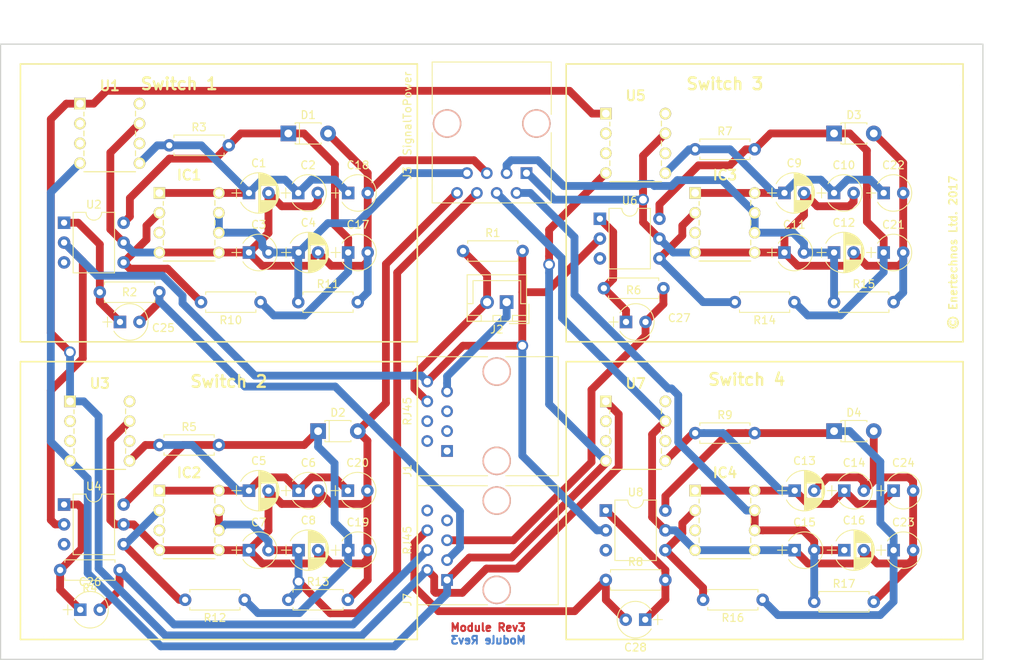
<source format=kicad_pcb>
(kicad_pcb (version 4) (host pcbnew 4.0.7)

  (general
    (links 148)
    (no_connects 0)
    (area 44.852857 29.145205 184.346292 114.525)
    (thickness 1.6)
    (drawings 29)
    (tracks 486)
    (zones 0)
    (modules 69)
    (nets 49)
  )

  (page A4)
  (layers
    (0 F.Cu signal)
    (31 B.Cu signal)
    (33 F.Adhes user hide)
    (35 F.Paste user hide)
    (37 F.SilkS user)
    (39 F.Mask user)
    (40 Dwgs.User user)
    (41 Cmts.User user hide)
    (42 Eco1.User user hide)
    (43 Eco2.User user hide)
    (44 Edge.Cuts user)
    (45 Margin user hide)
    (47 F.CrtYd user)
    (49 F.Fab user hide)
  )

  (setup
    (last_trace_width 1)
    (trace_clearance 0.4)
    (zone_clearance 0.35)
    (zone_45_only no)
    (trace_min 1)
    (segment_width 0.2)
    (edge_width 0.15)
    (via_size 1.5)
    (via_drill 1)
    (via_min_size 1.5)
    (via_min_drill 0.3)
    (uvia_size 1)
    (uvia_drill 0.5)
    (uvias_allowed no)
    (uvia_min_size 1)
    (uvia_min_drill 0.1)
    (pcb_text_width 0.3)
    (pcb_text_size 1.5 1.5)
    (mod_edge_width 0.15)
    (mod_text_size 1 1)
    (mod_text_width 0.15)
    (pad_size 1.524 1.524)
    (pad_drill 0.762)
    (pad_to_mask_clearance 0.2)
    (aux_axis_origin 0 0)
    (visible_elements 7FFFEFFF)
    (pcbplotparams
      (layerselection 0x00030_80000001)
      (usegerberextensions false)
      (excludeedgelayer true)
      (linewidth 0.100000)
      (plotframeref false)
      (viasonmask false)
      (mode 1)
      (useauxorigin false)
      (hpglpennumber 1)
      (hpglpenspeed 20)
      (hpglpendiameter 15)
      (hpglpenoverlay 2)
      (psnegative false)
      (psa4output false)
      (plotreference true)
      (plotvalue true)
      (plotinvisibletext false)
      (padsonsilk false)
      (subtractmaskfromsilk false)
      (outputformat 1)
      (mirror false)
      (drillshape 1)
      (scaleselection 1)
      (outputdirectory ""))
  )

  (net 0 "")
  (net 1 "Net-(C1-Pad1)")
  (net 2 "Net-(C10-Pad1)")
  (net 3 "Net-(C13-Pad1)")
  (net 4 "Net-(IC1-Pad2)")
  (net 5 "Net-(IC2-Pad2)")
  (net 6 "Net-(IC3-Pad2)")
  (net 7 "Net-(IC4-Pad2)")
  (net 8 DC_IN)
  (net 9 DC_GND)
  (net 10 ARD_TEMP)
  (net 11 ARD_GND)
  (net 12 "Net-(C20-Pad1)")
  (net 13 "Net-(C17-Pad1)")
  (net 14 "Net-(C19-Pad1)")
  (net 15 "Net-(C21-Pad1)")
  (net 16 "Net-(C23-Pad1)")
  (net 17 ARD_PWM_A)
  (net 18 ARD_PWM_B)
  (net 19 ARD_PWM_C)
  (net 20 ARD_PWM_D)
  (net 21 ARD_5V)
  (net 22 "Net-(C25-Pad1)")
  (net 23 "Net-(C26-Pad1)")
  (net 24 "Net-(C27-Pad1)")
  (net 25 "Net-(C28-Pad1)")
  (net 26 "Net-(IC1-Pad3)")
  (net 27 "Net-(IC2-Pad3)")
  (net 28 "Net-(IC3-Pad3)")
  (net 29 "Net-(IC4-Pad3)")
  (net 30 "Net-(J1-Pad1)")
  (net 31 "Net-(J1-Pad2)")
  (net 32 "Net-(J1-Pad3)")
  (net 33 "Net-(J1-Pad4)")
  (net 34 "Net-(J1-Pad5)")
  (net 35 "Net-(J7-Pad7)")
  (net 36 "Net-(J7-Pad8)")
  (net 37 "Net-(U2-Pad3)")
  (net 38 "Net-(U4-Pad3)")
  (net 39 "Net-(U6-Pad3)")
  (net 40 "Net-(U8-Pad3)")
  (net 41 GND_ISO_1)
  (net 42 DRV_GATE_A)
  (net 43 GND_ISO_2)
  (net 44 DRV_GATE_B)
  (net 45 GND_ISO_3)
  (net 46 DRV_GATE_C)
  (net 47 GND_ISO_4)
  (net 48 DRV_GATE_D)

  (net_class Default "This is the default net class."
    (clearance 0.4)
    (trace_width 1)
    (via_dia 1.5)
    (via_drill 1)
    (uvia_dia 1)
    (uvia_drill 0.5)
    (add_net ARD_5V)
    (add_net ARD_GND)
    (add_net ARD_PWM_A)
    (add_net ARD_PWM_B)
    (add_net ARD_PWM_C)
    (add_net ARD_PWM_D)
    (add_net ARD_TEMP)
    (add_net DC_GND)
    (add_net DC_IN)
    (add_net DRV_GATE_A)
    (add_net DRV_GATE_B)
    (add_net DRV_GATE_C)
    (add_net DRV_GATE_D)
    (add_net GND_ISO_1)
    (add_net GND_ISO_2)
    (add_net GND_ISO_3)
    (add_net GND_ISO_4)
    (add_net "Net-(C1-Pad1)")
    (add_net "Net-(C10-Pad1)")
    (add_net "Net-(C13-Pad1)")
    (add_net "Net-(C17-Pad1)")
    (add_net "Net-(C19-Pad1)")
    (add_net "Net-(C20-Pad1)")
    (add_net "Net-(C21-Pad1)")
    (add_net "Net-(C23-Pad1)")
    (add_net "Net-(C25-Pad1)")
    (add_net "Net-(C26-Pad1)")
    (add_net "Net-(C27-Pad1)")
    (add_net "Net-(C28-Pad1)")
    (add_net "Net-(IC1-Pad2)")
    (add_net "Net-(IC1-Pad3)")
    (add_net "Net-(IC2-Pad2)")
    (add_net "Net-(IC2-Pad3)")
    (add_net "Net-(IC3-Pad2)")
    (add_net "Net-(IC3-Pad3)")
    (add_net "Net-(IC4-Pad2)")
    (add_net "Net-(IC4-Pad3)")
    (add_net "Net-(J1-Pad1)")
    (add_net "Net-(J1-Pad2)")
    (add_net "Net-(J1-Pad3)")
    (add_net "Net-(J1-Pad4)")
    (add_net "Net-(J1-Pad5)")
    (add_net "Net-(J7-Pad7)")
    (add_net "Net-(J7-Pad8)")
    (add_net "Net-(U2-Pad3)")
    (add_net "Net-(U4-Pad3)")
    (add_net "Net-(U6-Pad3)")
    (add_net "Net-(U8-Pad3)")
  )

  (module Connectors_JST:JST_XH_B02B-XH-A_02x2.50mm_Straight (layer F.Cu) (tedit 58EAE7F0) (tstamp 59A6ECBC)
    (at 114.3 67.31 180)
    (descr "JST XH series connector, B02B-XH-A, top entry type, through hole")
    (tags "connector jst xh tht top vertical 2.50mm")
    (path /599EAAF2)
    (fp_text reference J2 (at 1.25 -3.5 180) (layer F.SilkS)
      (effects (font (size 1 1) (thickness 0.15)))
    )
    (fp_text value "Temperature Probe" (at 1.25 4.5 180) (layer F.Fab)
      (effects (font (size 1 1) (thickness 0.15)))
    )
    (fp_line (start -2.45 -2.35) (end -2.45 3.4) (layer F.Fab) (width 0.1))
    (fp_line (start -2.45 3.4) (end 4.95 3.4) (layer F.Fab) (width 0.1))
    (fp_line (start 4.95 3.4) (end 4.95 -2.35) (layer F.Fab) (width 0.1))
    (fp_line (start 4.95 -2.35) (end -2.45 -2.35) (layer F.Fab) (width 0.1))
    (fp_line (start -2.95 -2.85) (end -2.95 3.9) (layer F.CrtYd) (width 0.05))
    (fp_line (start -2.95 3.9) (end 5.45 3.9) (layer F.CrtYd) (width 0.05))
    (fp_line (start 5.45 3.9) (end 5.45 -2.85) (layer F.CrtYd) (width 0.05))
    (fp_line (start 5.45 -2.85) (end -2.95 -2.85) (layer F.CrtYd) (width 0.05))
    (fp_line (start -2.55 -2.45) (end -2.55 3.5) (layer F.SilkS) (width 0.12))
    (fp_line (start -2.55 3.5) (end 5.05 3.5) (layer F.SilkS) (width 0.12))
    (fp_line (start 5.05 3.5) (end 5.05 -2.45) (layer F.SilkS) (width 0.12))
    (fp_line (start 5.05 -2.45) (end -2.55 -2.45) (layer F.SilkS) (width 0.12))
    (fp_line (start 0.75 -2.45) (end 0.75 -1.7) (layer F.SilkS) (width 0.12))
    (fp_line (start 0.75 -1.7) (end 1.75 -1.7) (layer F.SilkS) (width 0.12))
    (fp_line (start 1.75 -1.7) (end 1.75 -2.45) (layer F.SilkS) (width 0.12))
    (fp_line (start 1.75 -2.45) (end 0.75 -2.45) (layer F.SilkS) (width 0.12))
    (fp_line (start -2.55 -2.45) (end -2.55 -1.7) (layer F.SilkS) (width 0.12))
    (fp_line (start -2.55 -1.7) (end -0.75 -1.7) (layer F.SilkS) (width 0.12))
    (fp_line (start -0.75 -1.7) (end -0.75 -2.45) (layer F.SilkS) (width 0.12))
    (fp_line (start -0.75 -2.45) (end -2.55 -2.45) (layer F.SilkS) (width 0.12))
    (fp_line (start 3.25 -2.45) (end 3.25 -1.7) (layer F.SilkS) (width 0.12))
    (fp_line (start 3.25 -1.7) (end 5.05 -1.7) (layer F.SilkS) (width 0.12))
    (fp_line (start 5.05 -1.7) (end 5.05 -2.45) (layer F.SilkS) (width 0.12))
    (fp_line (start 5.05 -2.45) (end 3.25 -2.45) (layer F.SilkS) (width 0.12))
    (fp_line (start -2.55 -0.2) (end -1.8 -0.2) (layer F.SilkS) (width 0.12))
    (fp_line (start -1.8 -0.2) (end -1.8 2.75) (layer F.SilkS) (width 0.12))
    (fp_line (start -1.8 2.75) (end 1.25 2.75) (layer F.SilkS) (width 0.12))
    (fp_line (start 5.05 -0.2) (end 4.3 -0.2) (layer F.SilkS) (width 0.12))
    (fp_line (start 4.3 -0.2) (end 4.3 2.75) (layer F.SilkS) (width 0.12))
    (fp_line (start 4.3 2.75) (end 1.25 2.75) (layer F.SilkS) (width 0.12))
    (fp_line (start -0.35 -2.75) (end -2.85 -2.75) (layer F.SilkS) (width 0.12))
    (fp_line (start -2.85 -2.75) (end -2.85 -0.25) (layer F.SilkS) (width 0.12))
    (fp_line (start -0.35 -2.75) (end -2.85 -2.75) (layer F.Fab) (width 0.1))
    (fp_line (start -2.85 -2.75) (end -2.85 -0.25) (layer F.Fab) (width 0.1))
    (fp_text user %R (at 1.25 2.5 180) (layer F.Fab)
      (effects (font (size 1 1) (thickness 0.15)))
    )
    (pad 1 thru_hole rect (at 0 0 180) (size 1.75 1.75) (drill 1.05) (layers *.Cu *.Mask)
      (net 21 ARD_5V))
    (pad 2 thru_hole circle (at 2.5 0 180) (size 1.75 1.75) (drill 1.05) (layers *.Cu *.Mask)
      (net 10 ARD_TEMP))
    (model Connectors_JST.3dshapes/JST_XH_B02B-XH-A_02x2.50mm_Straight.wrl
      (at (xyz 0 0 0))
      (scale (xyz 1 1 1))
      (rotate (xyz 0 0 0))
    )
  )

  (module PartsLibraries:RJ45 (layer F.Cu) (tedit 5A16E9AB) (tstamp 59A7E8CF)
    (at 106.68 102.87 90)
    (tags RJ45)
    (path /59A7EBD8)
    (fp_text reference J7 (at -2.54 -5.08 90) (layer F.SilkS)
      (effects (font (size 1 1) (thickness 0.15)))
    )
    (fp_text value RJ45 (at 5.08 -5.08 90) (layer F.SilkS)
      (effects (font (size 1 1) (thickness 0.15)))
    )
    (fp_line (start -3.17 14.22) (end 12.07 14.22) (layer F.SilkS) (width 0.12))
    (fp_line (start 12.07 -3.81) (end 12.06 5.18) (layer F.SilkS) (width 0.12))
    (fp_line (start 12.07 -3.81) (end -3.17 -3.81) (layer F.SilkS) (width 0.12))
    (fp_line (start -3.17 -3.81) (end -3.17 5.19) (layer F.SilkS) (width 0.12))
    (fp_line (start 12.06 7.52) (end 12.07 14.22) (layer F.SilkS) (width 0.12))
    (fp_line (start -3.17 7.51) (end -3.17 14.22) (layer F.SilkS) (width 0.12))
    (fp_line (start -3.56 -4.06) (end 12.46 -4.06) (layer F.CrtYd) (width 0.05))
    (fp_line (start -3.56 -4.06) (end -3.56 14.47) (layer F.CrtYd) (width 0.05))
    (fp_line (start 12.46 14.47) (end 12.46 -4.06) (layer F.CrtYd) (width 0.05))
    (fp_line (start 12.46 14.47) (end -3.56 14.47) (layer F.CrtYd) (width 0.05))
    (pad "" np_thru_hole circle (at 10.16 6.35 90) (size 3.65 3.65) (drill 3.25) (layers *.Cu *.SilkS *.Mask))
    (pad "" np_thru_hole circle (at -1.27 6.35 90) (size 3.65 3.65) (drill 3.25) (layers *.Cu *.SilkS *.Mask))
    (pad 1 thru_hole rect (at 0 0 90) (size 1.5 1.5) (drill 0.9) (layers *.Cu *.Mask)
      (net 8 DC_IN))
    (pad 2 thru_hole circle (at 1.27 -2.54 90) (size 1.5 1.5) (drill 0.9) (layers *.Cu *.Mask)
      (net 9 DC_GND))
    (pad 3 thru_hole circle (at 2.54 0 90) (size 1.5 1.5) (drill 0.9) (layers *.Cu *.Mask)
      (net 17 ARD_PWM_A))
    (pad 4 thru_hole circle (at 3.81 -2.54 90) (size 1.5 1.5) (drill 0.9) (layers *.Cu *.Mask)
      (net 18 ARD_PWM_B))
    (pad 5 thru_hole circle (at 5.08 0 90) (size 1.5 1.5) (drill 0.9) (layers *.Cu *.Mask)
      (net 19 ARD_PWM_C))
    (pad 6 thru_hole circle (at 6.35 -2.54 90) (size 1.5 1.5) (drill 0.9) (layers *.Cu *.Mask)
      (net 20 ARD_PWM_D))
    (pad 7 thru_hole circle (at 7.62 0 90) (size 1.5 1.5) (drill 0.9) (layers *.Cu *.Mask)
      (net 35 "Net-(J7-Pad7)"))
    (pad 8 thru_hole circle (at 8.89 -2.54 90) (size 1.5 1.5) (drill 0.9) (layers *.Cu *.Mask)
      (net 36 "Net-(J7-Pad8)"))
    (model ../../../../../../Development/multilevelinverter/Hardware/3D/RJ45.wrl
      (at (xyz 0.175 -0.667 0.3))
      (scale (xyz 10 10 10))
      (rotate (xyz 270 0 0))
    )
  )

  (module PartsLibraries:RJ45 (layer F.Cu) (tedit 5A16E9B9) (tstamp 59A6EC93)
    (at 106.68 86.36 90)
    (tags RJ45)
    (path /59526541)
    (fp_text reference J1 (at -2.54 -5.08 90) (layer F.SilkS)
      (effects (font (size 1 1) (thickness 0.15)))
    )
    (fp_text value RJ45 (at 5.08 -5.08 90) (layer F.SilkS)
      (effects (font (size 1 1) (thickness 0.15)))
    )
    (fp_line (start -3.17 14.22) (end 12.07 14.22) (layer F.SilkS) (width 0.12))
    (fp_line (start 12.07 -3.81) (end 12.06 5.18) (layer F.SilkS) (width 0.12))
    (fp_line (start 12.07 -3.81) (end -3.17 -3.81) (layer F.SilkS) (width 0.12))
    (fp_line (start -3.17 -3.81) (end -3.17 5.19) (layer F.SilkS) (width 0.12))
    (fp_line (start 12.06 7.52) (end 12.07 14.22) (layer F.SilkS) (width 0.12))
    (fp_line (start -3.17 7.51) (end -3.17 14.22) (layer F.SilkS) (width 0.12))
    (fp_line (start -3.56 -4.06) (end 12.46 -4.06) (layer F.CrtYd) (width 0.05))
    (fp_line (start -3.56 -4.06) (end -3.56 14.47) (layer F.CrtYd) (width 0.05))
    (fp_line (start 12.46 14.47) (end 12.46 -4.06) (layer F.CrtYd) (width 0.05))
    (fp_line (start 12.46 14.47) (end -3.56 14.47) (layer F.CrtYd) (width 0.05))
    (pad "" np_thru_hole circle (at 10.16 6.35 90) (size 3.65 3.65) (drill 3.25) (layers *.Cu *.SilkS *.Mask))
    (pad "" np_thru_hole circle (at -1.27 6.35 90) (size 3.65 3.65) (drill 3.25) (layers *.Cu *.SilkS *.Mask))
    (pad 1 thru_hole rect (at 0 0 90) (size 1.5 1.5) (drill 0.9) (layers *.Cu *.Mask)
      (net 30 "Net-(J1-Pad1)"))
    (pad 2 thru_hole circle (at 1.27 -2.54 90) (size 1.5 1.5) (drill 0.9) (layers *.Cu *.Mask)
      (net 31 "Net-(J1-Pad2)"))
    (pad 3 thru_hole circle (at 2.54 0 90) (size 1.5 1.5) (drill 0.9) (layers *.Cu *.Mask)
      (net 32 "Net-(J1-Pad3)"))
    (pad 4 thru_hole circle (at 3.81 -2.54 90) (size 1.5 1.5) (drill 0.9) (layers *.Cu *.Mask)
      (net 33 "Net-(J1-Pad4)"))
    (pad 5 thru_hole circle (at 5.08 0 90) (size 1.5 1.5) (drill 0.9) (layers *.Cu *.Mask)
      (net 34 "Net-(J1-Pad5)"))
    (pad 6 thru_hole circle (at 6.35 -2.54 90) (size 1.5 1.5) (drill 0.9) (layers *.Cu *.Mask)
      (net 10 ARD_TEMP))
    (pad 7 thru_hole circle (at 7.62 0 90) (size 1.5 1.5) (drill 0.9) (layers *.Cu *.Mask)
      (net 21 ARD_5V))
    (pad 8 thru_hole circle (at 8.89 -2.54 90) (size 1.5 1.5) (drill 0.9) (layers *.Cu *.Mask)
      (net 11 ARD_GND))
    (model ../../../../../../Development/multilevelinverter/Hardware/3D/RJ45.wrl
      (at (xyz 0.175 -0.667 0.3))
      (scale (xyz 10 10 10))
      (rotate (xyz 270 0 0))
    )
  )

  (module PartsLibraries:RJ45 (layer F.Cu) (tedit 5A16E925) (tstamp 5A17795A)
    (at 116.84 50.8 180)
    (tags RJ45)
    (path /5A16B56F)
    (fp_text reference J3 (at 15.24 0 270) (layer F.SilkS)
      (effects (font (size 1 1) (thickness 0.15)))
    )
    (fp_text value SignalToPower (at 15.24 7.62 270) (layer F.SilkS)
      (effects (font (size 1 1) (thickness 0.15)))
    )
    (fp_line (start -3.17 14.22) (end 12.07 14.22) (layer F.SilkS) (width 0.12))
    (fp_line (start 12.07 -3.81) (end 12.06 5.18) (layer F.SilkS) (width 0.12))
    (fp_line (start 12.07 -3.81) (end -3.17 -3.81) (layer F.SilkS) (width 0.12))
    (fp_line (start -3.17 -3.81) (end -3.17 5.19) (layer F.SilkS) (width 0.12))
    (fp_line (start 12.06 7.52) (end 12.07 14.22) (layer F.SilkS) (width 0.12))
    (fp_line (start -3.17 7.51) (end -3.17 14.22) (layer F.SilkS) (width 0.12))
    (fp_line (start -3.56 -4.06) (end 12.46 -4.06) (layer F.CrtYd) (width 0.05))
    (fp_line (start -3.56 -4.06) (end -3.56 14.47) (layer F.CrtYd) (width 0.05))
    (fp_line (start 12.46 14.47) (end 12.46 -4.06) (layer F.CrtYd) (width 0.05))
    (fp_line (start 12.46 14.47) (end -3.56 14.47) (layer F.CrtYd) (width 0.05))
    (pad "" np_thru_hole circle (at 10.16 6.35 180) (size 3.65 3.65) (drill 3.25) (layers *.Cu *.SilkS *.Mask))
    (pad "" np_thru_hole circle (at -1.27 6.35 180) (size 3.65 3.65) (drill 3.25) (layers *.Cu *.SilkS *.Mask))
    (pad 1 thru_hole rect (at 0 0 180) (size 1.5 1.5) (drill 0.9) (layers *.Cu *.Mask)
      (net 45 GND_ISO_3))
    (pad 2 thru_hole circle (at 1.27 -2.54 180) (size 1.5 1.5) (drill 0.9) (layers *.Cu *.Mask)
      (net 48 DRV_GATE_D))
    (pad 3 thru_hole circle (at 2.54 0 180) (size 1.5 1.5) (drill 0.9) (layers *.Cu *.Mask)
      (net 46 DRV_GATE_C))
    (pad 4 thru_hole circle (at 3.81 -2.54 180) (size 1.5 1.5) (drill 0.9) (layers *.Cu *.Mask)
      (net 47 GND_ISO_4))
    (pad 5 thru_hole circle (at 5.08 0 180) (size 1.5 1.5) (drill 0.9) (layers *.Cu *.Mask)
      (net 41 GND_ISO_1))
    (pad 6 thru_hole circle (at 6.35 -2.54 180) (size 1.5 1.5) (drill 0.9) (layers *.Cu *.Mask)
      (net 44 DRV_GATE_B))
    (pad 7 thru_hole circle (at 7.62 0 180) (size 1.5 1.5) (drill 0.9) (layers *.Cu *.Mask)
      (net 42 DRV_GATE_A))
    (pad 8 thru_hole circle (at 8.89 -2.54 180) (size 1.5 1.5) (drill 0.9) (layers *.Cu *.Mask)
      (net 43 GND_ISO_2))
    (model ../../../../../../Development/multilevelinverter/Hardware/3D/RJ45.wrl
      (at (xyz 0.175 -0.667 0.3))
      (scale (xyz 10 10 10))
      (rotate (xyz 270 0 0))
    )
  )

  (module Capacitors_THT:CP_Radial_Tantal_D4.5mm_P2.50mm (layer F.Cu) (tedit 597C781B) (tstamp 59EF6724)
    (at 163.83 91.44)
    (descr "CP, Radial_Tantal series, Radial, pin pitch=2.50mm, , diameter=4.5mm, Tantal Electrolytic Capacitor, http://cdn-reichelt.de/documents/datenblatt/B300/TANTAL-TB-Serie%23.pdf")
    (tags "CP Radial_Tantal series Radial pin pitch 2.50mm  diameter 4.5mm Tantal Electrolytic Capacitor")
    (path /59A712A3/59EF1DD4)
    (fp_text reference C24 (at 1.25 -3.56) (layer F.SilkS)
      (effects (font (size 1 1) (thickness 0.15)))
    )
    (fp_text value 100nF (at 1.25 3.56) (layer F.Fab)
      (effects (font (size 1 1) (thickness 0.15)))
    )
    (fp_arc (start 1.25 0) (end -0.770693 -1.18) (angle 119.4) (layer F.SilkS) (width 0.12))
    (fp_arc (start 1.25 0) (end -0.770693 1.18) (angle -119.4) (layer F.SilkS) (width 0.12))
    (fp_arc (start 1.25 0) (end 3.270693 -1.18) (angle 60.6) (layer F.SilkS) (width 0.12))
    (fp_circle (center 1.25 0) (end 3.5 0) (layer F.Fab) (width 0.1))
    (fp_line (start -2.2 0) (end -1 0) (layer F.Fab) (width 0.1))
    (fp_line (start -1.6 -0.65) (end -1.6 0.65) (layer F.Fab) (width 0.1))
    (fp_line (start -2.2 0) (end -1 0) (layer F.SilkS) (width 0.12))
    (fp_line (start -1.6 -0.65) (end -1.6 0.65) (layer F.SilkS) (width 0.12))
    (fp_line (start -1.35 -2.6) (end -1.35 2.6) (layer F.CrtYd) (width 0.05))
    (fp_line (start -1.35 2.6) (end 3.85 2.6) (layer F.CrtYd) (width 0.05))
    (fp_line (start 3.85 2.6) (end 3.85 -2.6) (layer F.CrtYd) (width 0.05))
    (fp_line (start 3.85 -2.6) (end -1.35 -2.6) (layer F.CrtYd) (width 0.05))
    (fp_text user %R (at 1.25 0) (layer F.Fab)
      (effects (font (size 1 1) (thickness 0.15)))
    )
    (pad 1 thru_hole rect (at 0 0) (size 1.6 1.6) (drill 0.8) (layers *.Cu *.Mask)
      (net 3 "Net-(C13-Pad1)"))
    (pad 2 thru_hole circle (at 2.5 0) (size 1.6 1.6) (drill 0.8) (layers *.Cu *.Mask)
      (net 47 GND_ISO_4))
    (model ${KISYS3DMOD}/Capacitors_THT.3dshapes/CP_Radial_Tantal_D4.5mm_P2.50mm.wrl
      (at (xyz 0 0 0))
      (scale (xyz 1 1 1))
      (rotate (xyz 0 0 0))
    )
  )

  (module Housings_DIP:DIP-6_W7.62mm (layer F.Cu) (tedit 59C78D6B) (tstamp 59EF6872)
    (at 126.238 56.642)
    (descr "6-lead though-hole mounted DIP package, row spacing 7.62 mm (300 mils)")
    (tags "THT DIP DIL PDIP 2.54mm 7.62mm 300mil")
    (path /59A71299/59A6DAA6)
    (fp_text reference U6 (at 3.81 -2.33) (layer F.SilkS)
      (effects (font (size 1 1) (thickness 0.15)))
    )
    (fp_text value H11N1M (at 3.81 7.41) (layer F.Fab)
      (effects (font (size 1 1) (thickness 0.15)))
    )
    (fp_arc (start 3.81 -1.33) (end 2.81 -1.33) (angle -180) (layer F.SilkS) (width 0.12))
    (fp_line (start 1.635 -1.27) (end 6.985 -1.27) (layer F.Fab) (width 0.1))
    (fp_line (start 6.985 -1.27) (end 6.985 6.35) (layer F.Fab) (width 0.1))
    (fp_line (start 6.985 6.35) (end 0.635 6.35) (layer F.Fab) (width 0.1))
    (fp_line (start 0.635 6.35) (end 0.635 -0.27) (layer F.Fab) (width 0.1))
    (fp_line (start 0.635 -0.27) (end 1.635 -1.27) (layer F.Fab) (width 0.1))
    (fp_line (start 2.81 -1.33) (end 1.16 -1.33) (layer F.SilkS) (width 0.12))
    (fp_line (start 1.16 -1.33) (end 1.16 6.41) (layer F.SilkS) (width 0.12))
    (fp_line (start 1.16 6.41) (end 6.46 6.41) (layer F.SilkS) (width 0.12))
    (fp_line (start 6.46 6.41) (end 6.46 -1.33) (layer F.SilkS) (width 0.12))
    (fp_line (start 6.46 -1.33) (end 4.81 -1.33) (layer F.SilkS) (width 0.12))
    (fp_line (start -1.1 -1.55) (end -1.1 6.6) (layer F.CrtYd) (width 0.05))
    (fp_line (start -1.1 6.6) (end 8.7 6.6) (layer F.CrtYd) (width 0.05))
    (fp_line (start 8.7 6.6) (end 8.7 -1.55) (layer F.CrtYd) (width 0.05))
    (fp_line (start 8.7 -1.55) (end -1.1 -1.55) (layer F.CrtYd) (width 0.05))
    (fp_text user %R (at 3.81 2.54) (layer F.Fab)
      (effects (font (size 1 1) (thickness 0.15)))
    )
    (pad 1 thru_hole rect (at 0 0) (size 1.6 1.6) (drill 0.8) (layers *.Cu *.Mask)
      (net 24 "Net-(C27-Pad1)"))
    (pad 4 thru_hole oval (at 7.62 5.08) (size 1.6 1.6) (drill 0.8) (layers *.Cu *.Mask)
      (net 6 "Net-(IC3-Pad2)"))
    (pad 2 thru_hole oval (at 0 2.54) (size 1.6 1.6) (drill 0.8) (layers *.Cu *.Mask)
      (net 11 ARD_GND))
    (pad 5 thru_hole oval (at 7.62 2.54) (size 1.6 1.6) (drill 0.8) (layers *.Cu *.Mask)
      (net 45 GND_ISO_3))
    (pad 3 thru_hole oval (at 0 5.08) (size 1.6 1.6) (drill 0.8) (layers *.Cu *.Mask)
      (net 39 "Net-(U6-Pad3)"))
    (pad 6 thru_hole oval (at 7.62 0) (size 1.6 1.6) (drill 0.8) (layers *.Cu *.Mask)
      (net 15 "Net-(C21-Pad1)"))
    (model ${KISYS3DMOD}/Housings_DIP.3dshapes/DIP-6_W7.62mm.wrl
      (at (xyz 0 0 0))
      (scale (xyz 1 1 1))
      (rotate (xyz 0 0 0))
    )
  )

  (module Resistors_THT:R_Axial_DIN0207_L6.3mm_D2.5mm_P7.62mm_Horizontal (layer F.Cu) (tedit 5874F706) (tstamp 59A6EE04)
    (at 127 102.87)
    (descr "Resistor, Axial_DIN0207 series, Axial, Horizontal, pin pitch=7.62mm, 0.25W = 1/4W, length*diameter=6.3*2.5mm^2, http://cdn-reichelt.de/documents/datenblatt/B400/1_4W%23YAG.pdf")
    (tags "Resistor Axial_DIN0207 series Axial Horizontal pin pitch 7.62mm 0.25W = 1/4W length 6.3mm diameter 2.5mm")
    (path /59A712A3/59A6DA9F)
    (fp_text reference R8 (at 3.81 -2.31) (layer F.SilkS)
      (effects (font (size 1 1) (thickness 0.15)))
    )
    (fp_text value 180 (at 3.81 2.31) (layer F.Fab)
      (effects (font (size 1 1) (thickness 0.15)))
    )
    (fp_line (start 0.66 -1.25) (end 0.66 1.25) (layer F.Fab) (width 0.1))
    (fp_line (start 0.66 1.25) (end 6.96 1.25) (layer F.Fab) (width 0.1))
    (fp_line (start 6.96 1.25) (end 6.96 -1.25) (layer F.Fab) (width 0.1))
    (fp_line (start 6.96 -1.25) (end 0.66 -1.25) (layer F.Fab) (width 0.1))
    (fp_line (start 0 0) (end 0.66 0) (layer F.Fab) (width 0.1))
    (fp_line (start 7.62 0) (end 6.96 0) (layer F.Fab) (width 0.1))
    (fp_line (start 0.6 -0.98) (end 0.6 -1.31) (layer F.SilkS) (width 0.12))
    (fp_line (start 0.6 -1.31) (end 7.02 -1.31) (layer F.SilkS) (width 0.12))
    (fp_line (start 7.02 -1.31) (end 7.02 -0.98) (layer F.SilkS) (width 0.12))
    (fp_line (start 0.6 0.98) (end 0.6 1.31) (layer F.SilkS) (width 0.12))
    (fp_line (start 0.6 1.31) (end 7.02 1.31) (layer F.SilkS) (width 0.12))
    (fp_line (start 7.02 1.31) (end 7.02 0.98) (layer F.SilkS) (width 0.12))
    (fp_line (start -1.05 -1.6) (end -1.05 1.6) (layer F.CrtYd) (width 0.05))
    (fp_line (start -1.05 1.6) (end 8.7 1.6) (layer F.CrtYd) (width 0.05))
    (fp_line (start 8.7 1.6) (end 8.7 -1.6) (layer F.CrtYd) (width 0.05))
    (fp_line (start 8.7 -1.6) (end -1.05 -1.6) (layer F.CrtYd) (width 0.05))
    (pad 1 thru_hole circle (at 0 0) (size 1.6 1.6) (drill 0.8) (layers *.Cu *.Mask)
      (net 20 ARD_PWM_D))
    (pad 2 thru_hole oval (at 7.62 0) (size 1.6 1.6) (drill 0.8) (layers *.Cu *.Mask)
      (net 25 "Net-(C28-Pad1)"))
    (model ${KISYS3DMOD}/Resistors_THT.3dshapes/R_Axial_DIN0207_L6.3mm_D2.5mm_P7.62mm_Horizontal.wrl
      (at (xyz 0 0 0))
      (scale (xyz 0.3937 0.3937 0.3937))
      (rotate (xyz 0 0 0))
    )
  )

  (module Housings_DIP:DIP-6_W7.62mm (layer F.Cu) (tedit 59C78D6B) (tstamp 59EF688C)
    (at 127 93.98)
    (descr "6-lead though-hole mounted DIP package, row spacing 7.62 mm (300 mils)")
    (tags "THT DIP DIL PDIP 2.54mm 7.62mm 300mil")
    (path /59A712A3/59A6DAA6)
    (fp_text reference U8 (at 3.81 -2.33) (layer F.SilkS)
      (effects (font (size 1 1) (thickness 0.15)))
    )
    (fp_text value H11N1M (at 3.81 7.41) (layer F.Fab)
      (effects (font (size 1 1) (thickness 0.15)))
    )
    (fp_arc (start 3.81 -1.33) (end 2.81 -1.33) (angle -180) (layer F.SilkS) (width 0.12))
    (fp_line (start 1.635 -1.27) (end 6.985 -1.27) (layer F.Fab) (width 0.1))
    (fp_line (start 6.985 -1.27) (end 6.985 6.35) (layer F.Fab) (width 0.1))
    (fp_line (start 6.985 6.35) (end 0.635 6.35) (layer F.Fab) (width 0.1))
    (fp_line (start 0.635 6.35) (end 0.635 -0.27) (layer F.Fab) (width 0.1))
    (fp_line (start 0.635 -0.27) (end 1.635 -1.27) (layer F.Fab) (width 0.1))
    (fp_line (start 2.81 -1.33) (end 1.16 -1.33) (layer F.SilkS) (width 0.12))
    (fp_line (start 1.16 -1.33) (end 1.16 6.41) (layer F.SilkS) (width 0.12))
    (fp_line (start 1.16 6.41) (end 6.46 6.41) (layer F.SilkS) (width 0.12))
    (fp_line (start 6.46 6.41) (end 6.46 -1.33) (layer F.SilkS) (width 0.12))
    (fp_line (start 6.46 -1.33) (end 4.81 -1.33) (layer F.SilkS) (width 0.12))
    (fp_line (start -1.1 -1.55) (end -1.1 6.6) (layer F.CrtYd) (width 0.05))
    (fp_line (start -1.1 6.6) (end 8.7 6.6) (layer F.CrtYd) (width 0.05))
    (fp_line (start 8.7 6.6) (end 8.7 -1.55) (layer F.CrtYd) (width 0.05))
    (fp_line (start 8.7 -1.55) (end -1.1 -1.55) (layer F.CrtYd) (width 0.05))
    (fp_text user %R (at 3.81 2.54) (layer F.Fab)
      (effects (font (size 1 1) (thickness 0.15)))
    )
    (pad 1 thru_hole rect (at 0 0) (size 1.6 1.6) (drill 0.8) (layers *.Cu *.Mask)
      (net 25 "Net-(C28-Pad1)"))
    (pad 4 thru_hole oval (at 7.62 5.08) (size 1.6 1.6) (drill 0.8) (layers *.Cu *.Mask)
      (net 7 "Net-(IC4-Pad2)"))
    (pad 2 thru_hole oval (at 0 2.54) (size 1.6 1.6) (drill 0.8) (layers *.Cu *.Mask)
      (net 11 ARD_GND))
    (pad 5 thru_hole oval (at 7.62 2.54) (size 1.6 1.6) (drill 0.8) (layers *.Cu *.Mask)
      (net 47 GND_ISO_4))
    (pad 3 thru_hole oval (at 0 5.08) (size 1.6 1.6) (drill 0.8) (layers *.Cu *.Mask)
      (net 40 "Net-(U8-Pad3)"))
    (pad 6 thru_hole oval (at 7.62 0) (size 1.6 1.6) (drill 0.8) (layers *.Cu *.Mask)
      (net 16 "Net-(C23-Pad1)"))
    (model ${KISYS3DMOD}/Housings_DIP.3dshapes/DIP-6_W7.62mm.wrl
      (at (xyz 0 0 0))
      (scale (xyz 1 1 1))
      (rotate (xyz 0 0 0))
    )
  )

  (module Mounting_Holes:MountingHole_4.3mm_M4 (layer F.Cu) (tedit 59A7ED15) (tstamp 59A7F116)
    (at 54.61 107.95)
    (descr "Mounting Hole 4.3mm, no annular, M4")
    (tags "mounting hole 4.3mm no annular m4")
    (fp_text reference "" (at 0 -5.3) (layer F.SilkS)
      (effects (font (size 1 1) (thickness 0.15)))
    )
    (fp_text value MountingHole_4.3mm_M4 (at 0 5.3) (layer F.Fab)
      (effects (font (size 1 1) (thickness 0.15)))
    )
    (fp_circle (center 0 0) (end 4.3 0) (layer Cmts.User) (width 0.15))
    (fp_circle (center 0 0) (end 4.55 0) (layer F.CrtYd) (width 0.05))
    (pad 1 np_thru_hole circle (at 0 0) (size 4.3 4.3) (drill 4.3) (layers *.Cu *.Mask))
  )

  (module Mounting_Holes:MountingHole_4.3mm_M4 (layer F.Cu) (tedit 59A7ED1B) (tstamp 59A7F102)
    (at 170.18 107.95)
    (descr "Mounting Hole 4.3mm, no annular, M4")
    (tags "mounting hole 4.3mm no annular m4")
    (fp_text reference "" (at 0 -5.3) (layer F.SilkS)
      (effects (font (size 1 1) (thickness 0.15)))
    )
    (fp_text value MountingHole_4.3mm_M4 (at 0 5.3) (layer F.Fab)
      (effects (font (size 1 1) (thickness 0.15)))
    )
    (fp_circle (center 0 0) (end 4.3 0) (layer Cmts.User) (width 0.15))
    (fp_circle (center 0 0) (end 4.55 0) (layer F.CrtYd) (width 0.05))
    (pad 1 np_thru_hole circle (at 0 0) (size 4.3 4.3) (drill 4.3) (layers *.Cu *.Mask))
  )

  (module Mounting_Holes:MountingHole_4.3mm_M4 (layer F.Cu) (tedit 59A7ED10) (tstamp 59A7F0FC)
    (at 170.18 39.37)
    (descr "Mounting Hole 4.3mm, no annular, M4")
    (tags "mounting hole 4.3mm no annular m4")
    (fp_text reference "" (at 0 -5.3) (layer F.SilkS)
      (effects (font (size 1 1) (thickness 0.15)))
    )
    (fp_text value MountingHole_4.3mm_M4 (at 0 5.3) (layer F.Fab)
      (effects (font (size 1 1) (thickness 0.15)))
    )
    (fp_circle (center 0 0) (end 4.3 0) (layer Cmts.User) (width 0.15))
    (fp_circle (center 0 0) (end 4.55 0) (layer F.CrtYd) (width 0.05))
    (pad 1 np_thru_hole circle (at 0 0) (size 4.3 4.3) (drill 4.3) (layers *.Cu *.Mask))
  )

  (module Capacitors_THT:CP_Radial_Tantal_D4.5mm_P2.50mm (layer F.Cu) (tedit 597C781B) (tstamp 59A6E9D7)
    (at 156.21 53.34)
    (descr "CP, Radial_Tantal series, Radial, pin pitch=2.50mm, , diameter=4.5mm, Tantal Electrolytic Capacitor, http://cdn-reichelt.de/documents/datenblatt/B300/TANTAL-TB-Serie%23.pdf")
    (tags "CP Radial_Tantal series Radial pin pitch 2.50mm  diameter 4.5mm Tantal Electrolytic Capacitor")
    (path /59A71299/59A6D3E0)
    (fp_text reference C10 (at 1.25 -3.56) (layer F.SilkS)
      (effects (font (size 1 1) (thickness 0.15)))
    )
    (fp_text value 100nF (at 1.25 3.56) (layer F.Fab)
      (effects (font (size 1 1) (thickness 0.15)))
    )
    (fp_arc (start 1.25 0) (end -0.770693 -1.18) (angle 119.4) (layer F.SilkS) (width 0.12))
    (fp_arc (start 1.25 0) (end -0.770693 1.18) (angle -119.4) (layer F.SilkS) (width 0.12))
    (fp_arc (start 1.25 0) (end 3.270693 -1.18) (angle 60.6) (layer F.SilkS) (width 0.12))
    (fp_circle (center 1.25 0) (end 3.5 0) (layer F.Fab) (width 0.1))
    (fp_line (start -2.2 0) (end -1 0) (layer F.Fab) (width 0.1))
    (fp_line (start -1.6 -0.65) (end -1.6 0.65) (layer F.Fab) (width 0.1))
    (fp_line (start -2.2 0) (end -1 0) (layer F.SilkS) (width 0.12))
    (fp_line (start -1.6 -0.65) (end -1.6 0.65) (layer F.SilkS) (width 0.12))
    (fp_line (start -1.35 -2.6) (end -1.35 2.6) (layer F.CrtYd) (width 0.05))
    (fp_line (start -1.35 2.6) (end 3.85 2.6) (layer F.CrtYd) (width 0.05))
    (fp_line (start 3.85 2.6) (end 3.85 -2.6) (layer F.CrtYd) (width 0.05))
    (fp_line (start 3.85 -2.6) (end -1.35 -2.6) (layer F.CrtYd) (width 0.05))
    (fp_text user %R (at 1.25 0) (layer F.Fab)
      (effects (font (size 1 1) (thickness 0.15)))
    )
    (pad 1 thru_hole rect (at 0 0) (size 1.6 1.6) (drill 0.8) (layers *.Cu *.Mask)
      (net 2 "Net-(C10-Pad1)"))
    (pad 2 thru_hole circle (at 2.5 0) (size 1.6 1.6) (drill 0.8) (layers *.Cu *.Mask)
      (net 45 GND_ISO_3))
    (model ${KISYS3DMOD}/Capacitors_THT.3dshapes/CP_Radial_Tantal_D4.5mm_P2.50mm.wrl
      (at (xyz 0 0 0))
      (scale (xyz 1 1 1))
      (rotate (xyz 0 0 0))
    )
  )

  (module PartsLibraries:TC4422AVPA (layer F.Cu) (tedit 592E9A52) (tstamp 59A6EF40)
    (at 127 80.01)
    (descr DIP254P762X432-8)
    (tags "Integrated Circuit")
    (path /59A712A3/59A6D3EA)
    (fp_text reference U7 (at 3.81 -2.286) (layer F.SilkS)
      (effects (font (size 1.27 1.27) (thickness 0.254)))
    )
    (fp_text value NME1212DC (at 3.556 9.906) (layer F.SilkS) hide
      (effects (font (size 1.27 1.27) (thickness 0.254)))
    )
    (fp_line (start 0.508 8.7122) (end 0.508 -1.0922) (layer Dwgs.User) (width 0.1524))
    (fp_line (start 0.508 -1.1938) (end 7.112 -1.1938) (layer Dwgs.User) (width 0.1524))
    (fp_line (start -0.4826 3.048) (end 0.508 3.048) (layer Dwgs.User) (width 0.1524))
    (fp_line (start -0.4826 2.032) (end -0.4826 3.048) (layer Dwgs.User) (width 0.1524))
    (fp_line (start 0.508 2.032) (end -0.4826 2.032) (layer Dwgs.User) (width 0.1524))
    (fp_line (start 0.508 3.048) (end 0.508 2.032) (layer Dwgs.User) (width 0.1524))
    (fp_line (start 7.112 1.5748) (end 7.112 0.9652) (layer F.SilkS) (width 0.1524))
    (fp_line (start 7.112 4.1148) (end 7.112 3.5052) (layer F.SilkS) (width 0.1524))
    (fp_line (start 0.508 6.0452) (end 0.508 6.6548) (layer F.SilkS) (width 0.1524))
    (fp_line (start 0.508 3.5052) (end 0.508 4.1148) (layer F.SilkS) (width 0.1524))
    (fp_line (start 0.508 8.7122) (end 7.112 8.7122) (layer F.SilkS) (width 0.1524))
    (fp_line (start 7.112 6.6548) (end 7.112 6.0452) (layer F.SilkS) (width 0.1524))
    (fp_line (start 0.508 1.0922) (end 0.508 1.5748) (layer F.SilkS) (width 0.1524))
    (fp_line (start 0.508 0.508) (end 0.508 -0.508) (layer Dwgs.User) (width 0.1524))
    (fp_line (start 0.508 -0.508) (end -0.4826 -0.508) (layer Dwgs.User) (width 0.1524))
    (fp_line (start -0.4826 -0.508) (end -0.4826 0.508) (layer Dwgs.User) (width 0.1524))
    (fp_line (start -0.4826 0.508) (end 0.508 0.508) (layer Dwgs.User) (width 0.1524))
    (fp_line (start 0.508 5.588) (end 0.508 4.572) (layer Dwgs.User) (width 0.1524))
    (fp_line (start 0.508 4.572) (end -0.4826 4.572) (layer Dwgs.User) (width 0.1524))
    (fp_line (start -0.4826 4.572) (end -0.4826 5.588) (layer Dwgs.User) (width 0.1524))
    (fp_line (start -0.4826 5.588) (end 0.508 5.588) (layer Dwgs.User) (width 0.1524))
    (fp_line (start 0.508 8.128) (end 0.508 7.112) (layer Dwgs.User) (width 0.1524))
    (fp_line (start 0.508 7.112) (end -0.4826 7.1374) (layer Dwgs.User) (width 0.1524))
    (fp_line (start -0.4826 7.1374) (end -0.4826 8.128) (layer Dwgs.User) (width 0.1524))
    (fp_line (start -0.4826 8.128) (end 0.508 8.128) (layer Dwgs.User) (width 0.1524))
    (fp_line (start 7.112 7.112) (end 7.112 8.128) (layer Dwgs.User) (width 0.1524))
    (fp_line (start 7.112 8.128) (end 8.1026 8.1026) (layer Dwgs.User) (width 0.1524))
    (fp_line (start 8.1026 8.1026) (end 8.1026 7.112) (layer Dwgs.User) (width 0.1524))
    (fp_line (start 8.1026 7.112) (end 7.112 7.112) (layer Dwgs.User) (width 0.1524))
    (fp_line (start 7.112 4.572) (end 7.112 5.588) (layer Dwgs.User) (width 0.1524))
    (fp_line (start 7.112 5.588) (end 8.1026 5.5626) (layer Dwgs.User) (width 0.1524))
    (fp_line (start 8.1026 5.5626) (end 8.1026 4.572) (layer Dwgs.User) (width 0.1524))
    (fp_line (start 8.1026 4.572) (end 7.112 4.572) (layer Dwgs.User) (width 0.1524))
    (fp_line (start 7.112 2.032) (end 7.112 3.048) (layer Dwgs.User) (width 0.1524))
    (fp_line (start 7.112 3.048) (end 8.1026 3.048) (layer Dwgs.User) (width 0.1524))
    (fp_line (start 8.1026 3.048) (end 8.1026 2.032) (layer Dwgs.User) (width 0.1524))
    (fp_line (start 8.1026 2.032) (end 7.112 2.032) (layer Dwgs.User) (width 0.1524))
    (fp_line (start 7.112 -0.508) (end 7.112 0.508) (layer Dwgs.User) (width 0.1524))
    (fp_line (start 7.112 0.508) (end 8.1026 0.508) (layer Dwgs.User) (width 0.1524))
    (fp_line (start 8.1026 0.508) (end 8.1026 -0.508) (layer Dwgs.User) (width 0.1524))
    (fp_line (start 8.1026 -0.508) (end 7.112 -0.508) (layer Dwgs.User) (width 0.1524))
    (fp_line (start 0.508 8.7122) (end 7.112 8.7122) (layer Dwgs.User) (width 0.1524))
    (fp_line (start 7.112 8.7122) (end 7.112 -1.0922) (layer Dwgs.User) (width 0.1524))
    (pad 1 thru_hole rect (at 0 0 90) (size 1.4859 1.4859) (drill 0.9906) (layers *.Cu *.Mask F.SilkS)
      (net 9 DC_GND))
    (pad 2 thru_hole circle (at 0 2.54 90) (size 1.4859 1.4859) (drill 0.9906) (layers *.Cu *.Mask F.SilkS))
    (pad 3 thru_hole circle (at 0 5.08 90) (size 1.4859 1.4859) (drill 0.9906) (layers *.Cu *.Mask F.SilkS))
    (pad 4 thru_hole circle (at 0 7.62 90) (size 1.4859 1.4859) (drill 0.9906) (layers *.Cu *.Mask F.SilkS)
      (net 8 DC_IN))
    (pad 5 thru_hole circle (at 7.62 7.62 90) (size 1.4859 1.4859) (drill 0.9906) (layers *.Cu *.Mask F.SilkS)
      (net 3 "Net-(C13-Pad1)"))
    (pad 6 thru_hole circle (at 7.62 5.08 90) (size 1.4859 1.4859) (drill 0.9906) (layers *.Cu *.Mask F.SilkS))
    (pad 7 thru_hole circle (at 7.62 2.54 90) (size 1.4859 1.4859) (drill 0.9906) (layers *.Cu *.Mask F.SilkS)
      (net 47 GND_ISO_4))
    (pad 8 thru_hole circle (at 7.62 0 90) (size 1.4859 1.4859) (drill 0.9906) (layers *.Cu *.Mask F.SilkS))
    (model Housings_DIP.3dshapes/DIP-8_W7.62mm.wrl
      (at (xyz 0 0 0))
      (scale (xyz 1 1 1))
      (rotate (xyz 0 0 0))
    )
  )

  (module PartsLibraries:TC4422AVPA (layer F.Cu) (tedit 592E9A52) (tstamp 59A6EE9E)
    (at 58.42 80.01)
    (descr DIP254P762X432-8)
    (tags "Integrated Circuit")
    (path /59A7109E/59A6D3EA)
    (fp_text reference U3 (at 3.81 -2.286) (layer F.SilkS)
      (effects (font (size 1.27 1.27) (thickness 0.254)))
    )
    (fp_text value NME1212DC (at 3.556 9.906) (layer F.SilkS) hide
      (effects (font (size 1.27 1.27) (thickness 0.254)))
    )
    (fp_line (start 0.508 8.7122) (end 0.508 -1.0922) (layer Dwgs.User) (width 0.1524))
    (fp_line (start 0.508 -1.1938) (end 7.112 -1.1938) (layer Dwgs.User) (width 0.1524))
    (fp_line (start -0.4826 3.048) (end 0.508 3.048) (layer Dwgs.User) (width 0.1524))
    (fp_line (start -0.4826 2.032) (end -0.4826 3.048) (layer Dwgs.User) (width 0.1524))
    (fp_line (start 0.508 2.032) (end -0.4826 2.032) (layer Dwgs.User) (width 0.1524))
    (fp_line (start 0.508 3.048) (end 0.508 2.032) (layer Dwgs.User) (width 0.1524))
    (fp_line (start 7.112 1.5748) (end 7.112 0.9652) (layer F.SilkS) (width 0.1524))
    (fp_line (start 7.112 4.1148) (end 7.112 3.5052) (layer F.SilkS) (width 0.1524))
    (fp_line (start 0.508 6.0452) (end 0.508 6.6548) (layer F.SilkS) (width 0.1524))
    (fp_line (start 0.508 3.5052) (end 0.508 4.1148) (layer F.SilkS) (width 0.1524))
    (fp_line (start 0.508 8.7122) (end 7.112 8.7122) (layer F.SilkS) (width 0.1524))
    (fp_line (start 7.112 6.6548) (end 7.112 6.0452) (layer F.SilkS) (width 0.1524))
    (fp_line (start 0.508 1.0922) (end 0.508 1.5748) (layer F.SilkS) (width 0.1524))
    (fp_line (start 0.508 0.508) (end 0.508 -0.508) (layer Dwgs.User) (width 0.1524))
    (fp_line (start 0.508 -0.508) (end -0.4826 -0.508) (layer Dwgs.User) (width 0.1524))
    (fp_line (start -0.4826 -0.508) (end -0.4826 0.508) (layer Dwgs.User) (width 0.1524))
    (fp_line (start -0.4826 0.508) (end 0.508 0.508) (layer Dwgs.User) (width 0.1524))
    (fp_line (start 0.508 5.588) (end 0.508 4.572) (layer Dwgs.User) (width 0.1524))
    (fp_line (start 0.508 4.572) (end -0.4826 4.572) (layer Dwgs.User) (width 0.1524))
    (fp_line (start -0.4826 4.572) (end -0.4826 5.588) (layer Dwgs.User) (width 0.1524))
    (fp_line (start -0.4826 5.588) (end 0.508 5.588) (layer Dwgs.User) (width 0.1524))
    (fp_line (start 0.508 8.128) (end 0.508 7.112) (layer Dwgs.User) (width 0.1524))
    (fp_line (start 0.508 7.112) (end -0.4826 7.1374) (layer Dwgs.User) (width 0.1524))
    (fp_line (start -0.4826 7.1374) (end -0.4826 8.128) (layer Dwgs.User) (width 0.1524))
    (fp_line (start -0.4826 8.128) (end 0.508 8.128) (layer Dwgs.User) (width 0.1524))
    (fp_line (start 7.112 7.112) (end 7.112 8.128) (layer Dwgs.User) (width 0.1524))
    (fp_line (start 7.112 8.128) (end 8.1026 8.1026) (layer Dwgs.User) (width 0.1524))
    (fp_line (start 8.1026 8.1026) (end 8.1026 7.112) (layer Dwgs.User) (width 0.1524))
    (fp_line (start 8.1026 7.112) (end 7.112 7.112) (layer Dwgs.User) (width 0.1524))
    (fp_line (start 7.112 4.572) (end 7.112 5.588) (layer Dwgs.User) (width 0.1524))
    (fp_line (start 7.112 5.588) (end 8.1026 5.5626) (layer Dwgs.User) (width 0.1524))
    (fp_line (start 8.1026 5.5626) (end 8.1026 4.572) (layer Dwgs.User) (width 0.1524))
    (fp_line (start 8.1026 4.572) (end 7.112 4.572) (layer Dwgs.User) (width 0.1524))
    (fp_line (start 7.112 2.032) (end 7.112 3.048) (layer Dwgs.User) (width 0.1524))
    (fp_line (start 7.112 3.048) (end 8.1026 3.048) (layer Dwgs.User) (width 0.1524))
    (fp_line (start 8.1026 3.048) (end 8.1026 2.032) (layer Dwgs.User) (width 0.1524))
    (fp_line (start 8.1026 2.032) (end 7.112 2.032) (layer Dwgs.User) (width 0.1524))
    (fp_line (start 7.112 -0.508) (end 7.112 0.508) (layer Dwgs.User) (width 0.1524))
    (fp_line (start 7.112 0.508) (end 8.1026 0.508) (layer Dwgs.User) (width 0.1524))
    (fp_line (start 8.1026 0.508) (end 8.1026 -0.508) (layer Dwgs.User) (width 0.1524))
    (fp_line (start 8.1026 -0.508) (end 7.112 -0.508) (layer Dwgs.User) (width 0.1524))
    (fp_line (start 0.508 8.7122) (end 7.112 8.7122) (layer Dwgs.User) (width 0.1524))
    (fp_line (start 7.112 8.7122) (end 7.112 -1.0922) (layer Dwgs.User) (width 0.1524))
    (pad 1 thru_hole rect (at 0 0 90) (size 1.4859 1.4859) (drill 0.9906) (layers *.Cu *.Mask F.SilkS)
      (net 9 DC_GND))
    (pad 2 thru_hole circle (at 0 2.54 90) (size 1.4859 1.4859) (drill 0.9906) (layers *.Cu *.Mask F.SilkS))
    (pad 3 thru_hole circle (at 0 5.08 90) (size 1.4859 1.4859) (drill 0.9906) (layers *.Cu *.Mask F.SilkS))
    (pad 4 thru_hole circle (at 0 7.62 90) (size 1.4859 1.4859) (drill 0.9906) (layers *.Cu *.Mask F.SilkS)
      (net 8 DC_IN))
    (pad 5 thru_hole circle (at 7.62 7.62 90) (size 1.4859 1.4859) (drill 0.9906) (layers *.Cu *.Mask F.SilkS)
      (net 12 "Net-(C20-Pad1)"))
    (pad 6 thru_hole circle (at 7.62 5.08 90) (size 1.4859 1.4859) (drill 0.9906) (layers *.Cu *.Mask F.SilkS))
    (pad 7 thru_hole circle (at 7.62 2.54 90) (size 1.4859 1.4859) (drill 0.9906) (layers *.Cu *.Mask F.SilkS)
      (net 43 GND_ISO_2))
    (pad 8 thru_hole circle (at 7.62 0 90) (size 1.4859 1.4859) (drill 0.9906) (layers *.Cu *.Mask F.SilkS))
    (model Housings_DIP.3dshapes/DIP-8_W7.62mm.wrl
      (at (xyz 0 0 0))
      (scale (xyz 1 1 1))
      (rotate (xyz 0 0 0))
    )
  )

  (module PartsLibraries:TC4422AVPA (layer F.Cu) (tedit 592E9A52) (tstamp 59A6EEEF)
    (at 127 43.18)
    (descr DIP254P762X432-8)
    (tags "Integrated Circuit")
    (path /59A71299/59A6D3EA)
    (fp_text reference U5 (at 3.81 -2.286) (layer F.SilkS)
      (effects (font (size 1.27 1.27) (thickness 0.254)))
    )
    (fp_text value NME1212DC (at 3.556 9.906) (layer F.SilkS) hide
      (effects (font (size 1.27 1.27) (thickness 0.254)))
    )
    (fp_line (start 0.508 8.7122) (end 0.508 -1.0922) (layer Dwgs.User) (width 0.1524))
    (fp_line (start 0.508 -1.1938) (end 7.112 -1.1938) (layer Dwgs.User) (width 0.1524))
    (fp_line (start -0.4826 3.048) (end 0.508 3.048) (layer Dwgs.User) (width 0.1524))
    (fp_line (start -0.4826 2.032) (end -0.4826 3.048) (layer Dwgs.User) (width 0.1524))
    (fp_line (start 0.508 2.032) (end -0.4826 2.032) (layer Dwgs.User) (width 0.1524))
    (fp_line (start 0.508 3.048) (end 0.508 2.032) (layer Dwgs.User) (width 0.1524))
    (fp_line (start 7.112 1.5748) (end 7.112 0.9652) (layer F.SilkS) (width 0.1524))
    (fp_line (start 7.112 4.1148) (end 7.112 3.5052) (layer F.SilkS) (width 0.1524))
    (fp_line (start 0.508 6.0452) (end 0.508 6.6548) (layer F.SilkS) (width 0.1524))
    (fp_line (start 0.508 3.5052) (end 0.508 4.1148) (layer F.SilkS) (width 0.1524))
    (fp_line (start 0.508 8.7122) (end 7.112 8.7122) (layer F.SilkS) (width 0.1524))
    (fp_line (start 7.112 6.6548) (end 7.112 6.0452) (layer F.SilkS) (width 0.1524))
    (fp_line (start 0.508 1.0922) (end 0.508 1.5748) (layer F.SilkS) (width 0.1524))
    (fp_line (start 0.508 0.508) (end 0.508 -0.508) (layer Dwgs.User) (width 0.1524))
    (fp_line (start 0.508 -0.508) (end -0.4826 -0.508) (layer Dwgs.User) (width 0.1524))
    (fp_line (start -0.4826 -0.508) (end -0.4826 0.508) (layer Dwgs.User) (width 0.1524))
    (fp_line (start -0.4826 0.508) (end 0.508 0.508) (layer Dwgs.User) (width 0.1524))
    (fp_line (start 0.508 5.588) (end 0.508 4.572) (layer Dwgs.User) (width 0.1524))
    (fp_line (start 0.508 4.572) (end -0.4826 4.572) (layer Dwgs.User) (width 0.1524))
    (fp_line (start -0.4826 4.572) (end -0.4826 5.588) (layer Dwgs.User) (width 0.1524))
    (fp_line (start -0.4826 5.588) (end 0.508 5.588) (layer Dwgs.User) (width 0.1524))
    (fp_line (start 0.508 8.128) (end 0.508 7.112) (layer Dwgs.User) (width 0.1524))
    (fp_line (start 0.508 7.112) (end -0.4826 7.1374) (layer Dwgs.User) (width 0.1524))
    (fp_line (start -0.4826 7.1374) (end -0.4826 8.128) (layer Dwgs.User) (width 0.1524))
    (fp_line (start -0.4826 8.128) (end 0.508 8.128) (layer Dwgs.User) (width 0.1524))
    (fp_line (start 7.112 7.112) (end 7.112 8.128) (layer Dwgs.User) (width 0.1524))
    (fp_line (start 7.112 8.128) (end 8.1026 8.1026) (layer Dwgs.User) (width 0.1524))
    (fp_line (start 8.1026 8.1026) (end 8.1026 7.112) (layer Dwgs.User) (width 0.1524))
    (fp_line (start 8.1026 7.112) (end 7.112 7.112) (layer Dwgs.User) (width 0.1524))
    (fp_line (start 7.112 4.572) (end 7.112 5.588) (layer Dwgs.User) (width 0.1524))
    (fp_line (start 7.112 5.588) (end 8.1026 5.5626) (layer Dwgs.User) (width 0.1524))
    (fp_line (start 8.1026 5.5626) (end 8.1026 4.572) (layer Dwgs.User) (width 0.1524))
    (fp_line (start 8.1026 4.572) (end 7.112 4.572) (layer Dwgs.User) (width 0.1524))
    (fp_line (start 7.112 2.032) (end 7.112 3.048) (layer Dwgs.User) (width 0.1524))
    (fp_line (start 7.112 3.048) (end 8.1026 3.048) (layer Dwgs.User) (width 0.1524))
    (fp_line (start 8.1026 3.048) (end 8.1026 2.032) (layer Dwgs.User) (width 0.1524))
    (fp_line (start 8.1026 2.032) (end 7.112 2.032) (layer Dwgs.User) (width 0.1524))
    (fp_line (start 7.112 -0.508) (end 7.112 0.508) (layer Dwgs.User) (width 0.1524))
    (fp_line (start 7.112 0.508) (end 8.1026 0.508) (layer Dwgs.User) (width 0.1524))
    (fp_line (start 8.1026 0.508) (end 8.1026 -0.508) (layer Dwgs.User) (width 0.1524))
    (fp_line (start 8.1026 -0.508) (end 7.112 -0.508) (layer Dwgs.User) (width 0.1524))
    (fp_line (start 0.508 8.7122) (end 7.112 8.7122) (layer Dwgs.User) (width 0.1524))
    (fp_line (start 7.112 8.7122) (end 7.112 -1.0922) (layer Dwgs.User) (width 0.1524))
    (pad 1 thru_hole rect (at 0 0 90) (size 1.4859 1.4859) (drill 0.9906) (layers *.Cu *.Mask F.SilkS)
      (net 9 DC_GND))
    (pad 2 thru_hole circle (at 0 2.54 90) (size 1.4859 1.4859) (drill 0.9906) (layers *.Cu *.Mask F.SilkS))
    (pad 3 thru_hole circle (at 0 5.08 90) (size 1.4859 1.4859) (drill 0.9906) (layers *.Cu *.Mask F.SilkS))
    (pad 4 thru_hole circle (at 0 7.62 90) (size 1.4859 1.4859) (drill 0.9906) (layers *.Cu *.Mask F.SilkS)
      (net 8 DC_IN))
    (pad 5 thru_hole circle (at 7.62 7.62 90) (size 1.4859 1.4859) (drill 0.9906) (layers *.Cu *.Mask F.SilkS)
      (net 2 "Net-(C10-Pad1)"))
    (pad 6 thru_hole circle (at 7.62 5.08 90) (size 1.4859 1.4859) (drill 0.9906) (layers *.Cu *.Mask F.SilkS))
    (pad 7 thru_hole circle (at 7.62 2.54 90) (size 1.4859 1.4859) (drill 0.9906) (layers *.Cu *.Mask F.SilkS)
      (net 45 GND_ISO_3))
    (pad 8 thru_hole circle (at 7.62 0 90) (size 1.4859 1.4859) (drill 0.9906) (layers *.Cu *.Mask F.SilkS))
    (model Housings_DIP.3dshapes/DIP-8_W7.62mm.wrl
      (at (xyz 0 0 0))
      (scale (xyz 1 1 1))
      (rotate (xyz 0 0 0))
    )
  )

  (module PartsLibraries:TC4422AVPA (layer F.Cu) (tedit 592E9A52) (tstamp 59A6EC7B)
    (at 138.43 91.44)
    (descr DIP254P762X432-8)
    (tags "Integrated Circuit")
    (path /59A712A3/59498139)
    (fp_text reference IC4 (at 3.81 -2.286) (layer F.SilkS)
      (effects (font (size 1.27 1.27) (thickness 0.254)))
    )
    (fp_text value TC4422AVPA (at 3.556 9.906) (layer F.SilkS) hide
      (effects (font (size 1.27 1.27) (thickness 0.254)))
    )
    (fp_line (start 0.508 8.7122) (end 0.508 -1.0922) (layer Dwgs.User) (width 0.1524))
    (fp_line (start 0.508 -1.1938) (end 7.112 -1.1938) (layer Dwgs.User) (width 0.1524))
    (fp_line (start -0.4826 3.048) (end 0.508 3.048) (layer Dwgs.User) (width 0.1524))
    (fp_line (start -0.4826 2.032) (end -0.4826 3.048) (layer Dwgs.User) (width 0.1524))
    (fp_line (start 0.508 2.032) (end -0.4826 2.032) (layer Dwgs.User) (width 0.1524))
    (fp_line (start 0.508 3.048) (end 0.508 2.032) (layer Dwgs.User) (width 0.1524))
    (fp_line (start 7.112 1.5748) (end 7.112 0.9652) (layer F.SilkS) (width 0.1524))
    (fp_line (start 7.112 4.1148) (end 7.112 3.5052) (layer F.SilkS) (width 0.1524))
    (fp_line (start 0.508 6.0452) (end 0.508 6.6548) (layer F.SilkS) (width 0.1524))
    (fp_line (start 0.508 3.5052) (end 0.508 4.1148) (layer F.SilkS) (width 0.1524))
    (fp_line (start 0.508 8.7122) (end 7.112 8.7122) (layer F.SilkS) (width 0.1524))
    (fp_line (start 7.112 6.6548) (end 7.112 6.0452) (layer F.SilkS) (width 0.1524))
    (fp_line (start 0.508 1.0922) (end 0.508 1.5748) (layer F.SilkS) (width 0.1524))
    (fp_line (start 0.508 0.508) (end 0.508 -0.508) (layer Dwgs.User) (width 0.1524))
    (fp_line (start 0.508 -0.508) (end -0.4826 -0.508) (layer Dwgs.User) (width 0.1524))
    (fp_line (start -0.4826 -0.508) (end -0.4826 0.508) (layer Dwgs.User) (width 0.1524))
    (fp_line (start -0.4826 0.508) (end 0.508 0.508) (layer Dwgs.User) (width 0.1524))
    (fp_line (start 0.508 5.588) (end 0.508 4.572) (layer Dwgs.User) (width 0.1524))
    (fp_line (start 0.508 4.572) (end -0.4826 4.572) (layer Dwgs.User) (width 0.1524))
    (fp_line (start -0.4826 4.572) (end -0.4826 5.588) (layer Dwgs.User) (width 0.1524))
    (fp_line (start -0.4826 5.588) (end 0.508 5.588) (layer Dwgs.User) (width 0.1524))
    (fp_line (start 0.508 8.128) (end 0.508 7.112) (layer Dwgs.User) (width 0.1524))
    (fp_line (start 0.508 7.112) (end -0.4826 7.1374) (layer Dwgs.User) (width 0.1524))
    (fp_line (start -0.4826 7.1374) (end -0.4826 8.128) (layer Dwgs.User) (width 0.1524))
    (fp_line (start -0.4826 8.128) (end 0.508 8.128) (layer Dwgs.User) (width 0.1524))
    (fp_line (start 7.112 7.112) (end 7.112 8.128) (layer Dwgs.User) (width 0.1524))
    (fp_line (start 7.112 8.128) (end 8.1026 8.1026) (layer Dwgs.User) (width 0.1524))
    (fp_line (start 8.1026 8.1026) (end 8.1026 7.112) (layer Dwgs.User) (width 0.1524))
    (fp_line (start 8.1026 7.112) (end 7.112 7.112) (layer Dwgs.User) (width 0.1524))
    (fp_line (start 7.112 4.572) (end 7.112 5.588) (layer Dwgs.User) (width 0.1524))
    (fp_line (start 7.112 5.588) (end 8.1026 5.5626) (layer Dwgs.User) (width 0.1524))
    (fp_line (start 8.1026 5.5626) (end 8.1026 4.572) (layer Dwgs.User) (width 0.1524))
    (fp_line (start 8.1026 4.572) (end 7.112 4.572) (layer Dwgs.User) (width 0.1524))
    (fp_line (start 7.112 2.032) (end 7.112 3.048) (layer Dwgs.User) (width 0.1524))
    (fp_line (start 7.112 3.048) (end 8.1026 3.048) (layer Dwgs.User) (width 0.1524))
    (fp_line (start 8.1026 3.048) (end 8.1026 2.032) (layer Dwgs.User) (width 0.1524))
    (fp_line (start 8.1026 2.032) (end 7.112 2.032) (layer Dwgs.User) (width 0.1524))
    (fp_line (start 7.112 -0.508) (end 7.112 0.508) (layer Dwgs.User) (width 0.1524))
    (fp_line (start 7.112 0.508) (end 8.1026 0.508) (layer Dwgs.User) (width 0.1524))
    (fp_line (start 8.1026 0.508) (end 8.1026 -0.508) (layer Dwgs.User) (width 0.1524))
    (fp_line (start 8.1026 -0.508) (end 7.112 -0.508) (layer Dwgs.User) (width 0.1524))
    (fp_line (start 0.508 8.7122) (end 7.112 8.7122) (layer Dwgs.User) (width 0.1524))
    (fp_line (start 7.112 8.7122) (end 7.112 -1.0922) (layer Dwgs.User) (width 0.1524))
    (pad 1 thru_hole rect (at 0 0 90) (size 1.4859 1.4859) (drill 0.9906) (layers *.Cu *.Mask F.SilkS)
      (net 3 "Net-(C13-Pad1)"))
    (pad 2 thru_hole circle (at 0 2.54 90) (size 1.4859 1.4859) (drill 0.9906) (layers *.Cu *.Mask F.SilkS)
      (net 7 "Net-(IC4-Pad2)"))
    (pad 3 thru_hole circle (at 0 5.08 90) (size 1.4859 1.4859) (drill 0.9906) (layers *.Cu *.Mask F.SilkS)
      (net 29 "Net-(IC4-Pad3)"))
    (pad 4 thru_hole circle (at 0 7.62 90) (size 1.4859 1.4859) (drill 0.9906) (layers *.Cu *.Mask F.SilkS)
      (net 47 GND_ISO_4))
    (pad 5 thru_hole circle (at 7.62 7.62 90) (size 1.4859 1.4859) (drill 0.9906) (layers *.Cu *.Mask F.SilkS)
      (net 47 GND_ISO_4))
    (pad 6 thru_hole circle (at 7.62 5.08 90) (size 1.4859 1.4859) (drill 0.9906) (layers *.Cu *.Mask F.SilkS)
      (net 48 DRV_GATE_D))
    (pad 7 thru_hole circle (at 7.62 2.54 90) (size 1.4859 1.4859) (drill 0.9906) (layers *.Cu *.Mask F.SilkS)
      (net 48 DRV_GATE_D))
    (pad 8 thru_hole circle (at 7.62 0 90) (size 1.4859 1.4859) (drill 0.9906) (layers *.Cu *.Mask F.SilkS)
      (net 3 "Net-(C13-Pad1)"))
    (model Housings_DIP.3dshapes/DIP-8_W7.62mm.wrl
      (at (xyz 0 0 0))
      (scale (xyz 1 1 1))
      (rotate (xyz 0 0 0))
    )
  )

  (module PartsLibraries:TC4422AVPA (layer F.Cu) (tedit 592E9A52) (tstamp 59A6EC0D)
    (at 69.85 91.44)
    (descr DIP254P762X432-8)
    (tags "Integrated Circuit")
    (path /59A7109E/59498139)
    (fp_text reference IC2 (at 3.81 -2.286) (layer F.SilkS)
      (effects (font (size 1.27 1.27) (thickness 0.254)))
    )
    (fp_text value TC4422AVPA (at 3.556 9.906) (layer F.SilkS) hide
      (effects (font (size 1.27 1.27) (thickness 0.254)))
    )
    (fp_line (start 0.508 8.7122) (end 0.508 -1.0922) (layer Dwgs.User) (width 0.1524))
    (fp_line (start 0.508 -1.1938) (end 7.112 -1.1938) (layer Dwgs.User) (width 0.1524))
    (fp_line (start -0.4826 3.048) (end 0.508 3.048) (layer Dwgs.User) (width 0.1524))
    (fp_line (start -0.4826 2.032) (end -0.4826 3.048) (layer Dwgs.User) (width 0.1524))
    (fp_line (start 0.508 2.032) (end -0.4826 2.032) (layer Dwgs.User) (width 0.1524))
    (fp_line (start 0.508 3.048) (end 0.508 2.032) (layer Dwgs.User) (width 0.1524))
    (fp_line (start 7.112 1.5748) (end 7.112 0.9652) (layer F.SilkS) (width 0.1524))
    (fp_line (start 7.112 4.1148) (end 7.112 3.5052) (layer F.SilkS) (width 0.1524))
    (fp_line (start 0.508 6.0452) (end 0.508 6.6548) (layer F.SilkS) (width 0.1524))
    (fp_line (start 0.508 3.5052) (end 0.508 4.1148) (layer F.SilkS) (width 0.1524))
    (fp_line (start 0.508 8.7122) (end 7.112 8.7122) (layer F.SilkS) (width 0.1524))
    (fp_line (start 7.112 6.6548) (end 7.112 6.0452) (layer F.SilkS) (width 0.1524))
    (fp_line (start 0.508 1.0922) (end 0.508 1.5748) (layer F.SilkS) (width 0.1524))
    (fp_line (start 0.508 0.508) (end 0.508 -0.508) (layer Dwgs.User) (width 0.1524))
    (fp_line (start 0.508 -0.508) (end -0.4826 -0.508) (layer Dwgs.User) (width 0.1524))
    (fp_line (start -0.4826 -0.508) (end -0.4826 0.508) (layer Dwgs.User) (width 0.1524))
    (fp_line (start -0.4826 0.508) (end 0.508 0.508) (layer Dwgs.User) (width 0.1524))
    (fp_line (start 0.508 5.588) (end 0.508 4.572) (layer Dwgs.User) (width 0.1524))
    (fp_line (start 0.508 4.572) (end -0.4826 4.572) (layer Dwgs.User) (width 0.1524))
    (fp_line (start -0.4826 4.572) (end -0.4826 5.588) (layer Dwgs.User) (width 0.1524))
    (fp_line (start -0.4826 5.588) (end 0.508 5.588) (layer Dwgs.User) (width 0.1524))
    (fp_line (start 0.508 8.128) (end 0.508 7.112) (layer Dwgs.User) (width 0.1524))
    (fp_line (start 0.508 7.112) (end -0.4826 7.1374) (layer Dwgs.User) (width 0.1524))
    (fp_line (start -0.4826 7.1374) (end -0.4826 8.128) (layer Dwgs.User) (width 0.1524))
    (fp_line (start -0.4826 8.128) (end 0.508 8.128) (layer Dwgs.User) (width 0.1524))
    (fp_line (start 7.112 7.112) (end 7.112 8.128) (layer Dwgs.User) (width 0.1524))
    (fp_line (start 7.112 8.128) (end 8.1026 8.1026) (layer Dwgs.User) (width 0.1524))
    (fp_line (start 8.1026 8.1026) (end 8.1026 7.112) (layer Dwgs.User) (width 0.1524))
    (fp_line (start 8.1026 7.112) (end 7.112 7.112) (layer Dwgs.User) (width 0.1524))
    (fp_line (start 7.112 4.572) (end 7.112 5.588) (layer Dwgs.User) (width 0.1524))
    (fp_line (start 7.112 5.588) (end 8.1026 5.5626) (layer Dwgs.User) (width 0.1524))
    (fp_line (start 8.1026 5.5626) (end 8.1026 4.572) (layer Dwgs.User) (width 0.1524))
    (fp_line (start 8.1026 4.572) (end 7.112 4.572) (layer Dwgs.User) (width 0.1524))
    (fp_line (start 7.112 2.032) (end 7.112 3.048) (layer Dwgs.User) (width 0.1524))
    (fp_line (start 7.112 3.048) (end 8.1026 3.048) (layer Dwgs.User) (width 0.1524))
    (fp_line (start 8.1026 3.048) (end 8.1026 2.032) (layer Dwgs.User) (width 0.1524))
    (fp_line (start 8.1026 2.032) (end 7.112 2.032) (layer Dwgs.User) (width 0.1524))
    (fp_line (start 7.112 -0.508) (end 7.112 0.508) (layer Dwgs.User) (width 0.1524))
    (fp_line (start 7.112 0.508) (end 8.1026 0.508) (layer Dwgs.User) (width 0.1524))
    (fp_line (start 8.1026 0.508) (end 8.1026 -0.508) (layer Dwgs.User) (width 0.1524))
    (fp_line (start 8.1026 -0.508) (end 7.112 -0.508) (layer Dwgs.User) (width 0.1524))
    (fp_line (start 0.508 8.7122) (end 7.112 8.7122) (layer Dwgs.User) (width 0.1524))
    (fp_line (start 7.112 8.7122) (end 7.112 -1.0922) (layer Dwgs.User) (width 0.1524))
    (pad 1 thru_hole rect (at 0 0 90) (size 1.4859 1.4859) (drill 0.9906) (layers *.Cu *.Mask F.SilkS)
      (net 12 "Net-(C20-Pad1)"))
    (pad 2 thru_hole circle (at 0 2.54 90) (size 1.4859 1.4859) (drill 0.9906) (layers *.Cu *.Mask F.SilkS)
      (net 5 "Net-(IC2-Pad2)"))
    (pad 3 thru_hole circle (at 0 5.08 90) (size 1.4859 1.4859) (drill 0.9906) (layers *.Cu *.Mask F.SilkS)
      (net 27 "Net-(IC2-Pad3)"))
    (pad 4 thru_hole circle (at 0 7.62 90) (size 1.4859 1.4859) (drill 0.9906) (layers *.Cu *.Mask F.SilkS)
      (net 43 GND_ISO_2))
    (pad 5 thru_hole circle (at 7.62 7.62 90) (size 1.4859 1.4859) (drill 0.9906) (layers *.Cu *.Mask F.SilkS)
      (net 43 GND_ISO_2))
    (pad 6 thru_hole circle (at 7.62 5.08 90) (size 1.4859 1.4859) (drill 0.9906) (layers *.Cu *.Mask F.SilkS)
      (net 44 DRV_GATE_B))
    (pad 7 thru_hole circle (at 7.62 2.54 90) (size 1.4859 1.4859) (drill 0.9906) (layers *.Cu *.Mask F.SilkS)
      (net 44 DRV_GATE_B))
    (pad 8 thru_hole circle (at 7.62 0 90) (size 1.4859 1.4859) (drill 0.9906) (layers *.Cu *.Mask F.SilkS)
      (net 12 "Net-(C20-Pad1)"))
    (model Housings_DIP.3dshapes/DIP-8_W7.62mm.wrl
      (at (xyz 0 0 0))
      (scale (xyz 1 1 1))
      (rotate (xyz 0 0 0))
    )
  )

  (module PartsLibraries:TC4422AVPA (layer F.Cu) (tedit 592E9A52) (tstamp 59A6EC44)
    (at 138.43 53.34)
    (descr DIP254P762X432-8)
    (tags "Integrated Circuit")
    (path /59A71299/59498139)
    (fp_text reference IC3 (at 3.81 -2.286) (layer F.SilkS)
      (effects (font (size 1.27 1.27) (thickness 0.254)))
    )
    (fp_text value TC4422AVPA (at 3.556 9.906) (layer F.SilkS) hide
      (effects (font (size 1.27 1.27) (thickness 0.254)))
    )
    (fp_line (start 0.508 8.7122) (end 0.508 -1.0922) (layer Dwgs.User) (width 0.1524))
    (fp_line (start 0.508 -1.1938) (end 7.112 -1.1938) (layer Dwgs.User) (width 0.1524))
    (fp_line (start -0.4826 3.048) (end 0.508 3.048) (layer Dwgs.User) (width 0.1524))
    (fp_line (start -0.4826 2.032) (end -0.4826 3.048) (layer Dwgs.User) (width 0.1524))
    (fp_line (start 0.508 2.032) (end -0.4826 2.032) (layer Dwgs.User) (width 0.1524))
    (fp_line (start 0.508 3.048) (end 0.508 2.032) (layer Dwgs.User) (width 0.1524))
    (fp_line (start 7.112 1.5748) (end 7.112 0.9652) (layer F.SilkS) (width 0.1524))
    (fp_line (start 7.112 4.1148) (end 7.112 3.5052) (layer F.SilkS) (width 0.1524))
    (fp_line (start 0.508 6.0452) (end 0.508 6.6548) (layer F.SilkS) (width 0.1524))
    (fp_line (start 0.508 3.5052) (end 0.508 4.1148) (layer F.SilkS) (width 0.1524))
    (fp_line (start 0.508 8.7122) (end 7.112 8.7122) (layer F.SilkS) (width 0.1524))
    (fp_line (start 7.112 6.6548) (end 7.112 6.0452) (layer F.SilkS) (width 0.1524))
    (fp_line (start 0.508 1.0922) (end 0.508 1.5748) (layer F.SilkS) (width 0.1524))
    (fp_line (start 0.508 0.508) (end 0.508 -0.508) (layer Dwgs.User) (width 0.1524))
    (fp_line (start 0.508 -0.508) (end -0.4826 -0.508) (layer Dwgs.User) (width 0.1524))
    (fp_line (start -0.4826 -0.508) (end -0.4826 0.508) (layer Dwgs.User) (width 0.1524))
    (fp_line (start -0.4826 0.508) (end 0.508 0.508) (layer Dwgs.User) (width 0.1524))
    (fp_line (start 0.508 5.588) (end 0.508 4.572) (layer Dwgs.User) (width 0.1524))
    (fp_line (start 0.508 4.572) (end -0.4826 4.572) (layer Dwgs.User) (width 0.1524))
    (fp_line (start -0.4826 4.572) (end -0.4826 5.588) (layer Dwgs.User) (width 0.1524))
    (fp_line (start -0.4826 5.588) (end 0.508 5.588) (layer Dwgs.User) (width 0.1524))
    (fp_line (start 0.508 8.128) (end 0.508 7.112) (layer Dwgs.User) (width 0.1524))
    (fp_line (start 0.508 7.112) (end -0.4826 7.1374) (layer Dwgs.User) (width 0.1524))
    (fp_line (start -0.4826 7.1374) (end -0.4826 8.128) (layer Dwgs.User) (width 0.1524))
    (fp_line (start -0.4826 8.128) (end 0.508 8.128) (layer Dwgs.User) (width 0.1524))
    (fp_line (start 7.112 7.112) (end 7.112 8.128) (layer Dwgs.User) (width 0.1524))
    (fp_line (start 7.112 8.128) (end 8.1026 8.1026) (layer Dwgs.User) (width 0.1524))
    (fp_line (start 8.1026 8.1026) (end 8.1026 7.112) (layer Dwgs.User) (width 0.1524))
    (fp_line (start 8.1026 7.112) (end 7.112 7.112) (layer Dwgs.User) (width 0.1524))
    (fp_line (start 7.112 4.572) (end 7.112 5.588) (layer Dwgs.User) (width 0.1524))
    (fp_line (start 7.112 5.588) (end 8.1026 5.5626) (layer Dwgs.User) (width 0.1524))
    (fp_line (start 8.1026 5.5626) (end 8.1026 4.572) (layer Dwgs.User) (width 0.1524))
    (fp_line (start 8.1026 4.572) (end 7.112 4.572) (layer Dwgs.User) (width 0.1524))
    (fp_line (start 7.112 2.032) (end 7.112 3.048) (layer Dwgs.User) (width 0.1524))
    (fp_line (start 7.112 3.048) (end 8.1026 3.048) (layer Dwgs.User) (width 0.1524))
    (fp_line (start 8.1026 3.048) (end 8.1026 2.032) (layer Dwgs.User) (width 0.1524))
    (fp_line (start 8.1026 2.032) (end 7.112 2.032) (layer Dwgs.User) (width 0.1524))
    (fp_line (start 7.112 -0.508) (end 7.112 0.508) (layer Dwgs.User) (width 0.1524))
    (fp_line (start 7.112 0.508) (end 8.1026 0.508) (layer Dwgs.User) (width 0.1524))
    (fp_line (start 8.1026 0.508) (end 8.1026 -0.508) (layer Dwgs.User) (width 0.1524))
    (fp_line (start 8.1026 -0.508) (end 7.112 -0.508) (layer Dwgs.User) (width 0.1524))
    (fp_line (start 0.508 8.7122) (end 7.112 8.7122) (layer Dwgs.User) (width 0.1524))
    (fp_line (start 7.112 8.7122) (end 7.112 -1.0922) (layer Dwgs.User) (width 0.1524))
    (pad 1 thru_hole rect (at 0 0 90) (size 1.4859 1.4859) (drill 0.9906) (layers *.Cu *.Mask F.SilkS)
      (net 2 "Net-(C10-Pad1)"))
    (pad 2 thru_hole circle (at 0 2.54 90) (size 1.4859 1.4859) (drill 0.9906) (layers *.Cu *.Mask F.SilkS)
      (net 6 "Net-(IC3-Pad2)"))
    (pad 3 thru_hole circle (at 0 5.08 90) (size 1.4859 1.4859) (drill 0.9906) (layers *.Cu *.Mask F.SilkS)
      (net 28 "Net-(IC3-Pad3)"))
    (pad 4 thru_hole circle (at 0 7.62 90) (size 1.4859 1.4859) (drill 0.9906) (layers *.Cu *.Mask F.SilkS)
      (net 45 GND_ISO_3))
    (pad 5 thru_hole circle (at 7.62 7.62 90) (size 1.4859 1.4859) (drill 0.9906) (layers *.Cu *.Mask F.SilkS)
      (net 45 GND_ISO_3))
    (pad 6 thru_hole circle (at 7.62 5.08 90) (size 1.4859 1.4859) (drill 0.9906) (layers *.Cu *.Mask F.SilkS)
      (net 46 DRV_GATE_C))
    (pad 7 thru_hole circle (at 7.62 2.54 90) (size 1.4859 1.4859) (drill 0.9906) (layers *.Cu *.Mask F.SilkS)
      (net 46 DRV_GATE_C))
    (pad 8 thru_hole circle (at 7.62 0 90) (size 1.4859 1.4859) (drill 0.9906) (layers *.Cu *.Mask F.SilkS)
      (net 2 "Net-(C10-Pad1)"))
    (model Housings_DIP.3dshapes/DIP-8_W7.62mm.wrl
      (at (xyz 0 0 0))
      (scale (xyz 1 1 1))
      (rotate (xyz 0 0 0))
    )
  )

  (module PartsLibraries:TC4422AVPA (layer F.Cu) (tedit 592E9A52) (tstamp 59A6EBD6)
    (at 69.85 53.34)
    (descr DIP254P762X432-8)
    (tags "Integrated Circuit")
    (path /59498AA5/59498139)
    (fp_text reference IC1 (at 3.81 -2.286) (layer F.SilkS)
      (effects (font (size 1.27 1.27) (thickness 0.254)))
    )
    (fp_text value TC4422AVPA (at 3.556 9.906) (layer F.SilkS) hide
      (effects (font (size 1.27 1.27) (thickness 0.254)))
    )
    (fp_line (start 0.508 8.7122) (end 0.508 -1.0922) (layer Dwgs.User) (width 0.1524))
    (fp_line (start 0.508 -1.1938) (end 7.112 -1.1938) (layer Dwgs.User) (width 0.1524))
    (fp_line (start -0.4826 3.048) (end 0.508 3.048) (layer Dwgs.User) (width 0.1524))
    (fp_line (start -0.4826 2.032) (end -0.4826 3.048) (layer Dwgs.User) (width 0.1524))
    (fp_line (start 0.508 2.032) (end -0.4826 2.032) (layer Dwgs.User) (width 0.1524))
    (fp_line (start 0.508 3.048) (end 0.508 2.032) (layer Dwgs.User) (width 0.1524))
    (fp_line (start 7.112 1.5748) (end 7.112 0.9652) (layer F.SilkS) (width 0.1524))
    (fp_line (start 7.112 4.1148) (end 7.112 3.5052) (layer F.SilkS) (width 0.1524))
    (fp_line (start 0.508 6.0452) (end 0.508 6.6548) (layer F.SilkS) (width 0.1524))
    (fp_line (start 0.508 3.5052) (end 0.508 4.1148) (layer F.SilkS) (width 0.1524))
    (fp_line (start 0.508 8.7122) (end 7.112 8.7122) (layer F.SilkS) (width 0.1524))
    (fp_line (start 7.112 6.6548) (end 7.112 6.0452) (layer F.SilkS) (width 0.1524))
    (fp_line (start 0.508 1.0922) (end 0.508 1.5748) (layer F.SilkS) (width 0.1524))
    (fp_line (start 0.508 0.508) (end 0.508 -0.508) (layer Dwgs.User) (width 0.1524))
    (fp_line (start 0.508 -0.508) (end -0.4826 -0.508) (layer Dwgs.User) (width 0.1524))
    (fp_line (start -0.4826 -0.508) (end -0.4826 0.508) (layer Dwgs.User) (width 0.1524))
    (fp_line (start -0.4826 0.508) (end 0.508 0.508) (layer Dwgs.User) (width 0.1524))
    (fp_line (start 0.508 5.588) (end 0.508 4.572) (layer Dwgs.User) (width 0.1524))
    (fp_line (start 0.508 4.572) (end -0.4826 4.572) (layer Dwgs.User) (width 0.1524))
    (fp_line (start -0.4826 4.572) (end -0.4826 5.588) (layer Dwgs.User) (width 0.1524))
    (fp_line (start -0.4826 5.588) (end 0.508 5.588) (layer Dwgs.User) (width 0.1524))
    (fp_line (start 0.508 8.128) (end 0.508 7.112) (layer Dwgs.User) (width 0.1524))
    (fp_line (start 0.508 7.112) (end -0.4826 7.1374) (layer Dwgs.User) (width 0.1524))
    (fp_line (start -0.4826 7.1374) (end -0.4826 8.128) (layer Dwgs.User) (width 0.1524))
    (fp_line (start -0.4826 8.128) (end 0.508 8.128) (layer Dwgs.User) (width 0.1524))
    (fp_line (start 7.112 7.112) (end 7.112 8.128) (layer Dwgs.User) (width 0.1524))
    (fp_line (start 7.112 8.128) (end 8.1026 8.1026) (layer Dwgs.User) (width 0.1524))
    (fp_line (start 8.1026 8.1026) (end 8.1026 7.112) (layer Dwgs.User) (width 0.1524))
    (fp_line (start 8.1026 7.112) (end 7.112 7.112) (layer Dwgs.User) (width 0.1524))
    (fp_line (start 7.112 4.572) (end 7.112 5.588) (layer Dwgs.User) (width 0.1524))
    (fp_line (start 7.112 5.588) (end 8.1026 5.5626) (layer Dwgs.User) (width 0.1524))
    (fp_line (start 8.1026 5.5626) (end 8.1026 4.572) (layer Dwgs.User) (width 0.1524))
    (fp_line (start 8.1026 4.572) (end 7.112 4.572) (layer Dwgs.User) (width 0.1524))
    (fp_line (start 7.112 2.032) (end 7.112 3.048) (layer Dwgs.User) (width 0.1524))
    (fp_line (start 7.112 3.048) (end 8.1026 3.048) (layer Dwgs.User) (width 0.1524))
    (fp_line (start 8.1026 3.048) (end 8.1026 2.032) (layer Dwgs.User) (width 0.1524))
    (fp_line (start 8.1026 2.032) (end 7.112 2.032) (layer Dwgs.User) (width 0.1524))
    (fp_line (start 7.112 -0.508) (end 7.112 0.508) (layer Dwgs.User) (width 0.1524))
    (fp_line (start 7.112 0.508) (end 8.1026 0.508) (layer Dwgs.User) (width 0.1524))
    (fp_line (start 8.1026 0.508) (end 8.1026 -0.508) (layer Dwgs.User) (width 0.1524))
    (fp_line (start 8.1026 -0.508) (end 7.112 -0.508) (layer Dwgs.User) (width 0.1524))
    (fp_line (start 0.508 8.7122) (end 7.112 8.7122) (layer Dwgs.User) (width 0.1524))
    (fp_line (start 7.112 8.7122) (end 7.112 -1.0922) (layer Dwgs.User) (width 0.1524))
    (pad 1 thru_hole rect (at 0 0 90) (size 1.4859 1.4859) (drill 0.9906) (layers *.Cu *.Mask F.SilkS)
      (net 1 "Net-(C1-Pad1)"))
    (pad 2 thru_hole circle (at 0 2.54 90) (size 1.4859 1.4859) (drill 0.9906) (layers *.Cu *.Mask F.SilkS)
      (net 4 "Net-(IC1-Pad2)"))
    (pad 3 thru_hole circle (at 0 5.08 90) (size 1.4859 1.4859) (drill 0.9906) (layers *.Cu *.Mask F.SilkS)
      (net 26 "Net-(IC1-Pad3)"))
    (pad 4 thru_hole circle (at 0 7.62 90) (size 1.4859 1.4859) (drill 0.9906) (layers *.Cu *.Mask F.SilkS)
      (net 41 GND_ISO_1))
    (pad 5 thru_hole circle (at 7.62 7.62 90) (size 1.4859 1.4859) (drill 0.9906) (layers *.Cu *.Mask F.SilkS)
      (net 41 GND_ISO_1))
    (pad 6 thru_hole circle (at 7.62 5.08 90) (size 1.4859 1.4859) (drill 0.9906) (layers *.Cu *.Mask F.SilkS)
      (net 42 DRV_GATE_A))
    (pad 7 thru_hole circle (at 7.62 2.54 90) (size 1.4859 1.4859) (drill 0.9906) (layers *.Cu *.Mask F.SilkS)
      (net 42 DRV_GATE_A))
    (pad 8 thru_hole circle (at 7.62 0 90) (size 1.4859 1.4859) (drill 0.9906) (layers *.Cu *.Mask F.SilkS)
      (net 1 "Net-(C1-Pad1)"))
    (model Housings_DIP.3dshapes/DIP-8_W7.62mm.wrl
      (at (xyz 0 0 0))
      (scale (xyz 1 1 1))
      (rotate (xyz 0 0 0))
    )
  )

  (module PartsLibraries:TC4422AVPA (layer F.Cu) (tedit 592E9A52) (tstamp 59A6EE4D)
    (at 59.69 41.91)
    (descr DIP254P762X432-8)
    (tags "Integrated Circuit")
    (path /59498AA5/59A6D3EA)
    (fp_text reference U1 (at 3.81 -2.286) (layer F.SilkS)
      (effects (font (size 1.27 1.27) (thickness 0.254)))
    )
    (fp_text value NME1212DC (at 3.556 9.906) (layer F.SilkS) hide
      (effects (font (size 1.27 1.27) (thickness 0.254)))
    )
    (fp_line (start 0.508 8.7122) (end 0.508 -1.0922) (layer Dwgs.User) (width 0.1524))
    (fp_line (start 0.508 -1.1938) (end 7.112 -1.1938) (layer Dwgs.User) (width 0.1524))
    (fp_line (start -0.4826 3.048) (end 0.508 3.048) (layer Dwgs.User) (width 0.1524))
    (fp_line (start -0.4826 2.032) (end -0.4826 3.048) (layer Dwgs.User) (width 0.1524))
    (fp_line (start 0.508 2.032) (end -0.4826 2.032) (layer Dwgs.User) (width 0.1524))
    (fp_line (start 0.508 3.048) (end 0.508 2.032) (layer Dwgs.User) (width 0.1524))
    (fp_line (start 7.112 1.5748) (end 7.112 0.9652) (layer F.SilkS) (width 0.1524))
    (fp_line (start 7.112 4.1148) (end 7.112 3.5052) (layer F.SilkS) (width 0.1524))
    (fp_line (start 0.508 6.0452) (end 0.508 6.6548) (layer F.SilkS) (width 0.1524))
    (fp_line (start 0.508 3.5052) (end 0.508 4.1148) (layer F.SilkS) (width 0.1524))
    (fp_line (start 0.508 8.7122) (end 7.112 8.7122) (layer F.SilkS) (width 0.1524))
    (fp_line (start 7.112 6.6548) (end 7.112 6.0452) (layer F.SilkS) (width 0.1524))
    (fp_line (start 0.508 1.0922) (end 0.508 1.5748) (layer F.SilkS) (width 0.1524))
    (fp_line (start 0.508 0.508) (end 0.508 -0.508) (layer Dwgs.User) (width 0.1524))
    (fp_line (start 0.508 -0.508) (end -0.4826 -0.508) (layer Dwgs.User) (width 0.1524))
    (fp_line (start -0.4826 -0.508) (end -0.4826 0.508) (layer Dwgs.User) (width 0.1524))
    (fp_line (start -0.4826 0.508) (end 0.508 0.508) (layer Dwgs.User) (width 0.1524))
    (fp_line (start 0.508 5.588) (end 0.508 4.572) (layer Dwgs.User) (width 0.1524))
    (fp_line (start 0.508 4.572) (end -0.4826 4.572) (layer Dwgs.User) (width 0.1524))
    (fp_line (start -0.4826 4.572) (end -0.4826 5.588) (layer Dwgs.User) (width 0.1524))
    (fp_line (start -0.4826 5.588) (end 0.508 5.588) (layer Dwgs.User) (width 0.1524))
    (fp_line (start 0.508 8.128) (end 0.508 7.112) (layer Dwgs.User) (width 0.1524))
    (fp_line (start 0.508 7.112) (end -0.4826 7.1374) (layer Dwgs.User) (width 0.1524))
    (fp_line (start -0.4826 7.1374) (end -0.4826 8.128) (layer Dwgs.User) (width 0.1524))
    (fp_line (start -0.4826 8.128) (end 0.508 8.128) (layer Dwgs.User) (width 0.1524))
    (fp_line (start 7.112 7.112) (end 7.112 8.128) (layer Dwgs.User) (width 0.1524))
    (fp_line (start 7.112 8.128) (end 8.1026 8.1026) (layer Dwgs.User) (width 0.1524))
    (fp_line (start 8.1026 8.1026) (end 8.1026 7.112) (layer Dwgs.User) (width 0.1524))
    (fp_line (start 8.1026 7.112) (end 7.112 7.112) (layer Dwgs.User) (width 0.1524))
    (fp_line (start 7.112 4.572) (end 7.112 5.588) (layer Dwgs.User) (width 0.1524))
    (fp_line (start 7.112 5.588) (end 8.1026 5.5626) (layer Dwgs.User) (width 0.1524))
    (fp_line (start 8.1026 5.5626) (end 8.1026 4.572) (layer Dwgs.User) (width 0.1524))
    (fp_line (start 8.1026 4.572) (end 7.112 4.572) (layer Dwgs.User) (width 0.1524))
    (fp_line (start 7.112 2.032) (end 7.112 3.048) (layer Dwgs.User) (width 0.1524))
    (fp_line (start 7.112 3.048) (end 8.1026 3.048) (layer Dwgs.User) (width 0.1524))
    (fp_line (start 8.1026 3.048) (end 8.1026 2.032) (layer Dwgs.User) (width 0.1524))
    (fp_line (start 8.1026 2.032) (end 7.112 2.032) (layer Dwgs.User) (width 0.1524))
    (fp_line (start 7.112 -0.508) (end 7.112 0.508) (layer Dwgs.User) (width 0.1524))
    (fp_line (start 7.112 0.508) (end 8.1026 0.508) (layer Dwgs.User) (width 0.1524))
    (fp_line (start 8.1026 0.508) (end 8.1026 -0.508) (layer Dwgs.User) (width 0.1524))
    (fp_line (start 8.1026 -0.508) (end 7.112 -0.508) (layer Dwgs.User) (width 0.1524))
    (fp_line (start 0.508 8.7122) (end 7.112 8.7122) (layer Dwgs.User) (width 0.1524))
    (fp_line (start 7.112 8.7122) (end 7.112 -1.0922) (layer Dwgs.User) (width 0.1524))
    (pad 1 thru_hole rect (at 0 0 90) (size 1.4859 1.4859) (drill 0.9906) (layers *.Cu *.Mask F.SilkS)
      (net 9 DC_GND))
    (pad 2 thru_hole circle (at 0 2.54 90) (size 1.4859 1.4859) (drill 0.9906) (layers *.Cu *.Mask F.SilkS))
    (pad 3 thru_hole circle (at 0 5.08 90) (size 1.4859 1.4859) (drill 0.9906) (layers *.Cu *.Mask F.SilkS))
    (pad 4 thru_hole circle (at 0 7.62 90) (size 1.4859 1.4859) (drill 0.9906) (layers *.Cu *.Mask F.SilkS)
      (net 8 DC_IN))
    (pad 5 thru_hole circle (at 7.62 7.62 90) (size 1.4859 1.4859) (drill 0.9906) (layers *.Cu *.Mask F.SilkS)
      (net 1 "Net-(C1-Pad1)"))
    (pad 6 thru_hole circle (at 7.62 5.08 90) (size 1.4859 1.4859) (drill 0.9906) (layers *.Cu *.Mask F.SilkS))
    (pad 7 thru_hole circle (at 7.62 2.54 90) (size 1.4859 1.4859) (drill 0.9906) (layers *.Cu *.Mask F.SilkS)
      (net 41 GND_ISO_1))
    (pad 8 thru_hole circle (at 7.62 0 90) (size 1.4859 1.4859) (drill 0.9906) (layers *.Cu *.Mask F.SilkS))
    (model Housings_DIP.3dshapes/DIP-8_W7.62mm.wrl
      (at (xyz 0 0 0))
      (scale (xyz 1 1 1))
      (rotate (xyz 0 0 0))
    )
  )

  (module Capacitors_THT:CP_Radial_D5.0mm_P2.50mm (layer F.Cu) (tedit 597BC7C2) (tstamp 59A6E764)
    (at 81.32 53.34)
    (descr "CP, Radial series, Radial, pin pitch=2.50mm, , diameter=5mm, Electrolytic Capacitor")
    (tags "CP Radial series Radial pin pitch 2.50mm  diameter 5mm Electrolytic Capacitor")
    (path /59498AA5/59A6D3D9)
    (fp_text reference C1 (at 1.25 -3.81) (layer F.SilkS)
      (effects (font (size 1 1) (thickness 0.15)))
    )
    (fp_text value 4.7uF (at 1.25 3.81) (layer F.Fab)
      (effects (font (size 1 1) (thickness 0.15)))
    )
    (fp_arc (start 1.25 0) (end -1.05558 -1.18) (angle 125.8) (layer F.SilkS) (width 0.12))
    (fp_arc (start 1.25 0) (end -1.05558 1.18) (angle -125.8) (layer F.SilkS) (width 0.12))
    (fp_arc (start 1.25 0) (end 3.55558 -1.18) (angle 54.2) (layer F.SilkS) (width 0.12))
    (fp_circle (center 1.25 0) (end 3.75 0) (layer F.Fab) (width 0.1))
    (fp_line (start -2.2 0) (end -1 0) (layer F.Fab) (width 0.1))
    (fp_line (start -1.6 -0.65) (end -1.6 0.65) (layer F.Fab) (width 0.1))
    (fp_line (start 1.25 -2.55) (end 1.25 2.55) (layer F.SilkS) (width 0.12))
    (fp_line (start 1.29 -2.55) (end 1.29 2.55) (layer F.SilkS) (width 0.12))
    (fp_line (start 1.33 -2.549) (end 1.33 2.549) (layer F.SilkS) (width 0.12))
    (fp_line (start 1.37 -2.548) (end 1.37 2.548) (layer F.SilkS) (width 0.12))
    (fp_line (start 1.41 -2.546) (end 1.41 2.546) (layer F.SilkS) (width 0.12))
    (fp_line (start 1.45 -2.543) (end 1.45 2.543) (layer F.SilkS) (width 0.12))
    (fp_line (start 1.49 -2.539) (end 1.49 2.539) (layer F.SilkS) (width 0.12))
    (fp_line (start 1.53 -2.535) (end 1.53 -0.98) (layer F.SilkS) (width 0.12))
    (fp_line (start 1.53 0.98) (end 1.53 2.535) (layer F.SilkS) (width 0.12))
    (fp_line (start 1.57 -2.531) (end 1.57 -0.98) (layer F.SilkS) (width 0.12))
    (fp_line (start 1.57 0.98) (end 1.57 2.531) (layer F.SilkS) (width 0.12))
    (fp_line (start 1.61 -2.525) (end 1.61 -0.98) (layer F.SilkS) (width 0.12))
    (fp_line (start 1.61 0.98) (end 1.61 2.525) (layer F.SilkS) (width 0.12))
    (fp_line (start 1.65 -2.519) (end 1.65 -0.98) (layer F.SilkS) (width 0.12))
    (fp_line (start 1.65 0.98) (end 1.65 2.519) (layer F.SilkS) (width 0.12))
    (fp_line (start 1.69 -2.513) (end 1.69 -0.98) (layer F.SilkS) (width 0.12))
    (fp_line (start 1.69 0.98) (end 1.69 2.513) (layer F.SilkS) (width 0.12))
    (fp_line (start 1.73 -2.506) (end 1.73 -0.98) (layer F.SilkS) (width 0.12))
    (fp_line (start 1.73 0.98) (end 1.73 2.506) (layer F.SilkS) (width 0.12))
    (fp_line (start 1.77 -2.498) (end 1.77 -0.98) (layer F.SilkS) (width 0.12))
    (fp_line (start 1.77 0.98) (end 1.77 2.498) (layer F.SilkS) (width 0.12))
    (fp_line (start 1.81 -2.489) (end 1.81 -0.98) (layer F.SilkS) (width 0.12))
    (fp_line (start 1.81 0.98) (end 1.81 2.489) (layer F.SilkS) (width 0.12))
    (fp_line (start 1.85 -2.48) (end 1.85 -0.98) (layer F.SilkS) (width 0.12))
    (fp_line (start 1.85 0.98) (end 1.85 2.48) (layer F.SilkS) (width 0.12))
    (fp_line (start 1.89 -2.47) (end 1.89 -0.98) (layer F.SilkS) (width 0.12))
    (fp_line (start 1.89 0.98) (end 1.89 2.47) (layer F.SilkS) (width 0.12))
    (fp_line (start 1.93 -2.46) (end 1.93 -0.98) (layer F.SilkS) (width 0.12))
    (fp_line (start 1.93 0.98) (end 1.93 2.46) (layer F.SilkS) (width 0.12))
    (fp_line (start 1.971 -2.448) (end 1.971 -0.98) (layer F.SilkS) (width 0.12))
    (fp_line (start 1.971 0.98) (end 1.971 2.448) (layer F.SilkS) (width 0.12))
    (fp_line (start 2.011 -2.436) (end 2.011 -0.98) (layer F.SilkS) (width 0.12))
    (fp_line (start 2.011 0.98) (end 2.011 2.436) (layer F.SilkS) (width 0.12))
    (fp_line (start 2.051 -2.424) (end 2.051 -0.98) (layer F.SilkS) (width 0.12))
    (fp_line (start 2.051 0.98) (end 2.051 2.424) (layer F.SilkS) (width 0.12))
    (fp_line (start 2.091 -2.41) (end 2.091 -0.98) (layer F.SilkS) (width 0.12))
    (fp_line (start 2.091 0.98) (end 2.091 2.41) (layer F.SilkS) (width 0.12))
    (fp_line (start 2.131 -2.396) (end 2.131 -0.98) (layer F.SilkS) (width 0.12))
    (fp_line (start 2.131 0.98) (end 2.131 2.396) (layer F.SilkS) (width 0.12))
    (fp_line (start 2.171 -2.382) (end 2.171 -0.98) (layer F.SilkS) (width 0.12))
    (fp_line (start 2.171 0.98) (end 2.171 2.382) (layer F.SilkS) (width 0.12))
    (fp_line (start 2.211 -2.366) (end 2.211 -0.98) (layer F.SilkS) (width 0.12))
    (fp_line (start 2.211 0.98) (end 2.211 2.366) (layer F.SilkS) (width 0.12))
    (fp_line (start 2.251 -2.35) (end 2.251 -0.98) (layer F.SilkS) (width 0.12))
    (fp_line (start 2.251 0.98) (end 2.251 2.35) (layer F.SilkS) (width 0.12))
    (fp_line (start 2.291 -2.333) (end 2.291 -0.98) (layer F.SilkS) (width 0.12))
    (fp_line (start 2.291 0.98) (end 2.291 2.333) (layer F.SilkS) (width 0.12))
    (fp_line (start 2.331 -2.315) (end 2.331 -0.98) (layer F.SilkS) (width 0.12))
    (fp_line (start 2.331 0.98) (end 2.331 2.315) (layer F.SilkS) (width 0.12))
    (fp_line (start 2.371 -2.296) (end 2.371 -0.98) (layer F.SilkS) (width 0.12))
    (fp_line (start 2.371 0.98) (end 2.371 2.296) (layer F.SilkS) (width 0.12))
    (fp_line (start 2.411 -2.276) (end 2.411 -0.98) (layer F.SilkS) (width 0.12))
    (fp_line (start 2.411 0.98) (end 2.411 2.276) (layer F.SilkS) (width 0.12))
    (fp_line (start 2.451 -2.256) (end 2.451 -0.98) (layer F.SilkS) (width 0.12))
    (fp_line (start 2.451 0.98) (end 2.451 2.256) (layer F.SilkS) (width 0.12))
    (fp_line (start 2.491 -2.234) (end 2.491 -0.98) (layer F.SilkS) (width 0.12))
    (fp_line (start 2.491 0.98) (end 2.491 2.234) (layer F.SilkS) (width 0.12))
    (fp_line (start 2.531 -2.212) (end 2.531 -0.98) (layer F.SilkS) (width 0.12))
    (fp_line (start 2.531 0.98) (end 2.531 2.212) (layer F.SilkS) (width 0.12))
    (fp_line (start 2.571 -2.189) (end 2.571 -0.98) (layer F.SilkS) (width 0.12))
    (fp_line (start 2.571 0.98) (end 2.571 2.189) (layer F.SilkS) (width 0.12))
    (fp_line (start 2.611 -2.165) (end 2.611 -0.98) (layer F.SilkS) (width 0.12))
    (fp_line (start 2.611 0.98) (end 2.611 2.165) (layer F.SilkS) (width 0.12))
    (fp_line (start 2.651 -2.14) (end 2.651 -0.98) (layer F.SilkS) (width 0.12))
    (fp_line (start 2.651 0.98) (end 2.651 2.14) (layer F.SilkS) (width 0.12))
    (fp_line (start 2.691 -2.113) (end 2.691 -0.98) (layer F.SilkS) (width 0.12))
    (fp_line (start 2.691 0.98) (end 2.691 2.113) (layer F.SilkS) (width 0.12))
    (fp_line (start 2.731 -2.086) (end 2.731 -0.98) (layer F.SilkS) (width 0.12))
    (fp_line (start 2.731 0.98) (end 2.731 2.086) (layer F.SilkS) (width 0.12))
    (fp_line (start 2.771 -2.058) (end 2.771 -0.98) (layer F.SilkS) (width 0.12))
    (fp_line (start 2.771 0.98) (end 2.771 2.058) (layer F.SilkS) (width 0.12))
    (fp_line (start 2.811 -2.028) (end 2.811 -0.98) (layer F.SilkS) (width 0.12))
    (fp_line (start 2.811 0.98) (end 2.811 2.028) (layer F.SilkS) (width 0.12))
    (fp_line (start 2.851 -1.997) (end 2.851 -0.98) (layer F.SilkS) (width 0.12))
    (fp_line (start 2.851 0.98) (end 2.851 1.997) (layer F.SilkS) (width 0.12))
    (fp_line (start 2.891 -1.965) (end 2.891 -0.98) (layer F.SilkS) (width 0.12))
    (fp_line (start 2.891 0.98) (end 2.891 1.965) (layer F.SilkS) (width 0.12))
    (fp_line (start 2.931 -1.932) (end 2.931 -0.98) (layer F.SilkS) (width 0.12))
    (fp_line (start 2.931 0.98) (end 2.931 1.932) (layer F.SilkS) (width 0.12))
    (fp_line (start 2.971 -1.897) (end 2.971 -0.98) (layer F.SilkS) (width 0.12))
    (fp_line (start 2.971 0.98) (end 2.971 1.897) (layer F.SilkS) (width 0.12))
    (fp_line (start 3.011 -1.861) (end 3.011 -0.98) (layer F.SilkS) (width 0.12))
    (fp_line (start 3.011 0.98) (end 3.011 1.861) (layer F.SilkS) (width 0.12))
    (fp_line (start 3.051 -1.823) (end 3.051 -0.98) (layer F.SilkS) (width 0.12))
    (fp_line (start 3.051 0.98) (end 3.051 1.823) (layer F.SilkS) (width 0.12))
    (fp_line (start 3.091 -1.783) (end 3.091 -0.98) (layer F.SilkS) (width 0.12))
    (fp_line (start 3.091 0.98) (end 3.091 1.783) (layer F.SilkS) (width 0.12))
    (fp_line (start 3.131 -1.742) (end 3.131 -0.98) (layer F.SilkS) (width 0.12))
    (fp_line (start 3.131 0.98) (end 3.131 1.742) (layer F.SilkS) (width 0.12))
    (fp_line (start 3.171 -1.699) (end 3.171 -0.98) (layer F.SilkS) (width 0.12))
    (fp_line (start 3.171 0.98) (end 3.171 1.699) (layer F.SilkS) (width 0.12))
    (fp_line (start 3.211 -1.654) (end 3.211 -0.98) (layer F.SilkS) (width 0.12))
    (fp_line (start 3.211 0.98) (end 3.211 1.654) (layer F.SilkS) (width 0.12))
    (fp_line (start 3.251 -1.606) (end 3.251 -0.98) (layer F.SilkS) (width 0.12))
    (fp_line (start 3.251 0.98) (end 3.251 1.606) (layer F.SilkS) (width 0.12))
    (fp_line (start 3.291 -1.556) (end 3.291 -0.98) (layer F.SilkS) (width 0.12))
    (fp_line (start 3.291 0.98) (end 3.291 1.556) (layer F.SilkS) (width 0.12))
    (fp_line (start 3.331 -1.504) (end 3.331 -0.98) (layer F.SilkS) (width 0.12))
    (fp_line (start 3.331 0.98) (end 3.331 1.504) (layer F.SilkS) (width 0.12))
    (fp_line (start 3.371 -1.448) (end 3.371 -0.98) (layer F.SilkS) (width 0.12))
    (fp_line (start 3.371 0.98) (end 3.371 1.448) (layer F.SilkS) (width 0.12))
    (fp_line (start 3.411 -1.39) (end 3.411 -0.98) (layer F.SilkS) (width 0.12))
    (fp_line (start 3.411 0.98) (end 3.411 1.39) (layer F.SilkS) (width 0.12))
    (fp_line (start 3.451 -1.327) (end 3.451 -0.98) (layer F.SilkS) (width 0.12))
    (fp_line (start 3.451 0.98) (end 3.451 1.327) (layer F.SilkS) (width 0.12))
    (fp_line (start 3.491 -1.261) (end 3.491 1.261) (layer F.SilkS) (width 0.12))
    (fp_line (start 3.531 -1.189) (end 3.531 1.189) (layer F.SilkS) (width 0.12))
    (fp_line (start 3.571 -1.112) (end 3.571 1.112) (layer F.SilkS) (width 0.12))
    (fp_line (start 3.611 -1.028) (end 3.611 1.028) (layer F.SilkS) (width 0.12))
    (fp_line (start 3.651 -0.934) (end 3.651 0.934) (layer F.SilkS) (width 0.12))
    (fp_line (start 3.691 -0.829) (end 3.691 0.829) (layer F.SilkS) (width 0.12))
    (fp_line (start 3.731 -0.707) (end 3.731 0.707) (layer F.SilkS) (width 0.12))
    (fp_line (start 3.771 -0.559) (end 3.771 0.559) (layer F.SilkS) (width 0.12))
    (fp_line (start 3.811 -0.354) (end 3.811 0.354) (layer F.SilkS) (width 0.12))
    (fp_line (start -2.2 0) (end -1 0) (layer F.SilkS) (width 0.12))
    (fp_line (start -1.6 -0.65) (end -1.6 0.65) (layer F.SilkS) (width 0.12))
    (fp_line (start -1.6 -2.85) (end -1.6 2.85) (layer F.CrtYd) (width 0.05))
    (fp_line (start -1.6 2.85) (end 4.1 2.85) (layer F.CrtYd) (width 0.05))
    (fp_line (start 4.1 2.85) (end 4.1 -2.85) (layer F.CrtYd) (width 0.05))
    (fp_line (start 4.1 -2.85) (end -1.6 -2.85) (layer F.CrtYd) (width 0.05))
    (fp_text user %R (at 1.25 0) (layer F.Fab)
      (effects (font (size 1 1) (thickness 0.15)))
    )
    (pad 1 thru_hole rect (at 0 0) (size 1.6 1.6) (drill 0.8) (layers *.Cu *.Mask)
      (net 1 "Net-(C1-Pad1)"))
    (pad 2 thru_hole circle (at 2.5 0) (size 1.6 1.6) (drill 0.8) (layers *.Cu *.Mask)
      (net 41 GND_ISO_1))
    (model ${KISYS3DMOD}/Capacitors_THT.3dshapes/CP_Radial_D5.0mm_P2.50mm.wrl
      (at (xyz 0 0 0))
      (scale (xyz 1 1 1))
      (rotate (xyz 0 0 0))
    )
  )

  (module Capacitors_THT:CP_Radial_Tantal_D4.5mm_P2.50mm (layer F.Cu) (tedit 597C781B) (tstamp 59A6E777)
    (at 87.63 53.34)
    (descr "CP, Radial_Tantal series, Radial, pin pitch=2.50mm, , diameter=4.5mm, Tantal Electrolytic Capacitor, http://cdn-reichelt.de/documents/datenblatt/B300/TANTAL-TB-Serie%23.pdf")
    (tags "CP Radial_Tantal series Radial pin pitch 2.50mm  diameter 4.5mm Tantal Electrolytic Capacitor")
    (path /59498AA5/59A6D3E0)
    (fp_text reference C2 (at 1.25 -3.56) (layer F.SilkS)
      (effects (font (size 1 1) (thickness 0.15)))
    )
    (fp_text value 100nF (at 1.25 3.56) (layer F.Fab)
      (effects (font (size 1 1) (thickness 0.15)))
    )
    (fp_arc (start 1.25 0) (end -0.770693 -1.18) (angle 119.4) (layer F.SilkS) (width 0.12))
    (fp_arc (start 1.25 0) (end -0.770693 1.18) (angle -119.4) (layer F.SilkS) (width 0.12))
    (fp_arc (start 1.25 0) (end 3.270693 -1.18) (angle 60.6) (layer F.SilkS) (width 0.12))
    (fp_circle (center 1.25 0) (end 3.5 0) (layer F.Fab) (width 0.1))
    (fp_line (start -2.2 0) (end -1 0) (layer F.Fab) (width 0.1))
    (fp_line (start -1.6 -0.65) (end -1.6 0.65) (layer F.Fab) (width 0.1))
    (fp_line (start -2.2 0) (end -1 0) (layer F.SilkS) (width 0.12))
    (fp_line (start -1.6 -0.65) (end -1.6 0.65) (layer F.SilkS) (width 0.12))
    (fp_line (start -1.35 -2.6) (end -1.35 2.6) (layer F.CrtYd) (width 0.05))
    (fp_line (start -1.35 2.6) (end 3.85 2.6) (layer F.CrtYd) (width 0.05))
    (fp_line (start 3.85 2.6) (end 3.85 -2.6) (layer F.CrtYd) (width 0.05))
    (fp_line (start 3.85 -2.6) (end -1.35 -2.6) (layer F.CrtYd) (width 0.05))
    (fp_text user %R (at 1.25 0) (layer F.Fab)
      (effects (font (size 1 1) (thickness 0.15)))
    )
    (pad 1 thru_hole rect (at 0 0) (size 1.6 1.6) (drill 0.8) (layers *.Cu *.Mask)
      (net 1 "Net-(C1-Pad1)"))
    (pad 2 thru_hole circle (at 2.5 0) (size 1.6 1.6) (drill 0.8) (layers *.Cu *.Mask)
      (net 41 GND_ISO_1))
    (model ${KISYS3DMOD}/Capacitors_THT.3dshapes/CP_Radial_Tantal_D4.5mm_P2.50mm.wrl
      (at (xyz 0 0 0))
      (scale (xyz 1 1 1))
      (rotate (xyz 0 0 0))
    )
  )

  (module Capacitors_THT:CP_Radial_Tantal_D4.5mm_P2.50mm (layer F.Cu) (tedit 597C781B) (tstamp 59A6E78A)
    (at 81.32 60.96)
    (descr "CP, Radial_Tantal series, Radial, pin pitch=2.50mm, , diameter=4.5mm, Tantal Electrolytic Capacitor, http://cdn-reichelt.de/documents/datenblatt/B300/TANTAL-TB-Serie%23.pdf")
    (tags "CP Radial_Tantal series Radial pin pitch 2.50mm  diameter 4.5mm Tantal Electrolytic Capacitor")
    (path /59498AA5/5949814D)
    (fp_text reference C3 (at 1.25 -3.56) (layer F.SilkS)
      (effects (font (size 1 1) (thickness 0.15)))
    )
    (fp_text value C (at 1.25 3.56) (layer F.Fab)
      (effects (font (size 1 1) (thickness 0.15)))
    )
    (fp_arc (start 1.25 0) (end -0.770693 -1.18) (angle 119.4) (layer F.SilkS) (width 0.12))
    (fp_arc (start 1.25 0) (end -0.770693 1.18) (angle -119.4) (layer F.SilkS) (width 0.12))
    (fp_arc (start 1.25 0) (end 3.270693 -1.18) (angle 60.6) (layer F.SilkS) (width 0.12))
    (fp_circle (center 1.25 0) (end 3.5 0) (layer F.Fab) (width 0.1))
    (fp_line (start -2.2 0) (end -1 0) (layer F.Fab) (width 0.1))
    (fp_line (start -1.6 -0.65) (end -1.6 0.65) (layer F.Fab) (width 0.1))
    (fp_line (start -2.2 0) (end -1 0) (layer F.SilkS) (width 0.12))
    (fp_line (start -1.6 -0.65) (end -1.6 0.65) (layer F.SilkS) (width 0.12))
    (fp_line (start -1.35 -2.6) (end -1.35 2.6) (layer F.CrtYd) (width 0.05))
    (fp_line (start -1.35 2.6) (end 3.85 2.6) (layer F.CrtYd) (width 0.05))
    (fp_line (start 3.85 2.6) (end 3.85 -2.6) (layer F.CrtYd) (width 0.05))
    (fp_line (start 3.85 -2.6) (end -1.35 -2.6) (layer F.CrtYd) (width 0.05))
    (fp_text user %R (at 1.25 0) (layer F.Fab)
      (effects (font (size 1 1) (thickness 0.15)))
    )
    (pad 1 thru_hole rect (at 0 0) (size 1.6 1.6) (drill 0.8) (layers *.Cu *.Mask)
      (net 41 GND_ISO_1))
    (pad 2 thru_hole circle (at 2.5 0) (size 1.6 1.6) (drill 0.8) (layers *.Cu *.Mask)
      (net 42 DRV_GATE_A))
    (model ${KISYS3DMOD}/Capacitors_THT.3dshapes/CP_Radial_Tantal_D4.5mm_P2.50mm.wrl
      (at (xyz 0 0 0))
      (scale (xyz 1 1 1))
      (rotate (xyz 0 0 0))
    )
  )

  (module Capacitors_THT:CP_Radial_D5.0mm_P2.50mm (layer F.Cu) (tedit 597BC7C2) (tstamp 59A6E80F)
    (at 87.67 60.96)
    (descr "CP, Radial series, Radial, pin pitch=2.50mm, , diameter=5mm, Electrolytic Capacitor")
    (tags "CP Radial series Radial pin pitch 2.50mm  diameter 5mm Electrolytic Capacitor")
    (path /59498AA5/59498146)
    (fp_text reference C4 (at 1.25 -3.81) (layer F.SilkS)
      (effects (font (size 1 1) (thickness 0.15)))
    )
    (fp_text value 4.7uF (at 1.25 3.81) (layer F.Fab)
      (effects (font (size 1 1) (thickness 0.15)))
    )
    (fp_arc (start 1.25 0) (end -1.05558 -1.18) (angle 125.8) (layer F.SilkS) (width 0.12))
    (fp_arc (start 1.25 0) (end -1.05558 1.18) (angle -125.8) (layer F.SilkS) (width 0.12))
    (fp_arc (start 1.25 0) (end 3.55558 -1.18) (angle 54.2) (layer F.SilkS) (width 0.12))
    (fp_circle (center 1.25 0) (end 3.75 0) (layer F.Fab) (width 0.1))
    (fp_line (start -2.2 0) (end -1 0) (layer F.Fab) (width 0.1))
    (fp_line (start -1.6 -0.65) (end -1.6 0.65) (layer F.Fab) (width 0.1))
    (fp_line (start 1.25 -2.55) (end 1.25 2.55) (layer F.SilkS) (width 0.12))
    (fp_line (start 1.29 -2.55) (end 1.29 2.55) (layer F.SilkS) (width 0.12))
    (fp_line (start 1.33 -2.549) (end 1.33 2.549) (layer F.SilkS) (width 0.12))
    (fp_line (start 1.37 -2.548) (end 1.37 2.548) (layer F.SilkS) (width 0.12))
    (fp_line (start 1.41 -2.546) (end 1.41 2.546) (layer F.SilkS) (width 0.12))
    (fp_line (start 1.45 -2.543) (end 1.45 2.543) (layer F.SilkS) (width 0.12))
    (fp_line (start 1.49 -2.539) (end 1.49 2.539) (layer F.SilkS) (width 0.12))
    (fp_line (start 1.53 -2.535) (end 1.53 -0.98) (layer F.SilkS) (width 0.12))
    (fp_line (start 1.53 0.98) (end 1.53 2.535) (layer F.SilkS) (width 0.12))
    (fp_line (start 1.57 -2.531) (end 1.57 -0.98) (layer F.SilkS) (width 0.12))
    (fp_line (start 1.57 0.98) (end 1.57 2.531) (layer F.SilkS) (width 0.12))
    (fp_line (start 1.61 -2.525) (end 1.61 -0.98) (layer F.SilkS) (width 0.12))
    (fp_line (start 1.61 0.98) (end 1.61 2.525) (layer F.SilkS) (width 0.12))
    (fp_line (start 1.65 -2.519) (end 1.65 -0.98) (layer F.SilkS) (width 0.12))
    (fp_line (start 1.65 0.98) (end 1.65 2.519) (layer F.SilkS) (width 0.12))
    (fp_line (start 1.69 -2.513) (end 1.69 -0.98) (layer F.SilkS) (width 0.12))
    (fp_line (start 1.69 0.98) (end 1.69 2.513) (layer F.SilkS) (width 0.12))
    (fp_line (start 1.73 -2.506) (end 1.73 -0.98) (layer F.SilkS) (width 0.12))
    (fp_line (start 1.73 0.98) (end 1.73 2.506) (layer F.SilkS) (width 0.12))
    (fp_line (start 1.77 -2.498) (end 1.77 -0.98) (layer F.SilkS) (width 0.12))
    (fp_line (start 1.77 0.98) (end 1.77 2.498) (layer F.SilkS) (width 0.12))
    (fp_line (start 1.81 -2.489) (end 1.81 -0.98) (layer F.SilkS) (width 0.12))
    (fp_line (start 1.81 0.98) (end 1.81 2.489) (layer F.SilkS) (width 0.12))
    (fp_line (start 1.85 -2.48) (end 1.85 -0.98) (layer F.SilkS) (width 0.12))
    (fp_line (start 1.85 0.98) (end 1.85 2.48) (layer F.SilkS) (width 0.12))
    (fp_line (start 1.89 -2.47) (end 1.89 -0.98) (layer F.SilkS) (width 0.12))
    (fp_line (start 1.89 0.98) (end 1.89 2.47) (layer F.SilkS) (width 0.12))
    (fp_line (start 1.93 -2.46) (end 1.93 -0.98) (layer F.SilkS) (width 0.12))
    (fp_line (start 1.93 0.98) (end 1.93 2.46) (layer F.SilkS) (width 0.12))
    (fp_line (start 1.971 -2.448) (end 1.971 -0.98) (layer F.SilkS) (width 0.12))
    (fp_line (start 1.971 0.98) (end 1.971 2.448) (layer F.SilkS) (width 0.12))
    (fp_line (start 2.011 -2.436) (end 2.011 -0.98) (layer F.SilkS) (width 0.12))
    (fp_line (start 2.011 0.98) (end 2.011 2.436) (layer F.SilkS) (width 0.12))
    (fp_line (start 2.051 -2.424) (end 2.051 -0.98) (layer F.SilkS) (width 0.12))
    (fp_line (start 2.051 0.98) (end 2.051 2.424) (layer F.SilkS) (width 0.12))
    (fp_line (start 2.091 -2.41) (end 2.091 -0.98) (layer F.SilkS) (width 0.12))
    (fp_line (start 2.091 0.98) (end 2.091 2.41) (layer F.SilkS) (width 0.12))
    (fp_line (start 2.131 -2.396) (end 2.131 -0.98) (layer F.SilkS) (width 0.12))
    (fp_line (start 2.131 0.98) (end 2.131 2.396) (layer F.SilkS) (width 0.12))
    (fp_line (start 2.171 -2.382) (end 2.171 -0.98) (layer F.SilkS) (width 0.12))
    (fp_line (start 2.171 0.98) (end 2.171 2.382) (layer F.SilkS) (width 0.12))
    (fp_line (start 2.211 -2.366) (end 2.211 -0.98) (layer F.SilkS) (width 0.12))
    (fp_line (start 2.211 0.98) (end 2.211 2.366) (layer F.SilkS) (width 0.12))
    (fp_line (start 2.251 -2.35) (end 2.251 -0.98) (layer F.SilkS) (width 0.12))
    (fp_line (start 2.251 0.98) (end 2.251 2.35) (layer F.SilkS) (width 0.12))
    (fp_line (start 2.291 -2.333) (end 2.291 -0.98) (layer F.SilkS) (width 0.12))
    (fp_line (start 2.291 0.98) (end 2.291 2.333) (layer F.SilkS) (width 0.12))
    (fp_line (start 2.331 -2.315) (end 2.331 -0.98) (layer F.SilkS) (width 0.12))
    (fp_line (start 2.331 0.98) (end 2.331 2.315) (layer F.SilkS) (width 0.12))
    (fp_line (start 2.371 -2.296) (end 2.371 -0.98) (layer F.SilkS) (width 0.12))
    (fp_line (start 2.371 0.98) (end 2.371 2.296) (layer F.SilkS) (width 0.12))
    (fp_line (start 2.411 -2.276) (end 2.411 -0.98) (layer F.SilkS) (width 0.12))
    (fp_line (start 2.411 0.98) (end 2.411 2.276) (layer F.SilkS) (width 0.12))
    (fp_line (start 2.451 -2.256) (end 2.451 -0.98) (layer F.SilkS) (width 0.12))
    (fp_line (start 2.451 0.98) (end 2.451 2.256) (layer F.SilkS) (width 0.12))
    (fp_line (start 2.491 -2.234) (end 2.491 -0.98) (layer F.SilkS) (width 0.12))
    (fp_line (start 2.491 0.98) (end 2.491 2.234) (layer F.SilkS) (width 0.12))
    (fp_line (start 2.531 -2.212) (end 2.531 -0.98) (layer F.SilkS) (width 0.12))
    (fp_line (start 2.531 0.98) (end 2.531 2.212) (layer F.SilkS) (width 0.12))
    (fp_line (start 2.571 -2.189) (end 2.571 -0.98) (layer F.SilkS) (width 0.12))
    (fp_line (start 2.571 0.98) (end 2.571 2.189) (layer F.SilkS) (width 0.12))
    (fp_line (start 2.611 -2.165) (end 2.611 -0.98) (layer F.SilkS) (width 0.12))
    (fp_line (start 2.611 0.98) (end 2.611 2.165) (layer F.SilkS) (width 0.12))
    (fp_line (start 2.651 -2.14) (end 2.651 -0.98) (layer F.SilkS) (width 0.12))
    (fp_line (start 2.651 0.98) (end 2.651 2.14) (layer F.SilkS) (width 0.12))
    (fp_line (start 2.691 -2.113) (end 2.691 -0.98) (layer F.SilkS) (width 0.12))
    (fp_line (start 2.691 0.98) (end 2.691 2.113) (layer F.SilkS) (width 0.12))
    (fp_line (start 2.731 -2.086) (end 2.731 -0.98) (layer F.SilkS) (width 0.12))
    (fp_line (start 2.731 0.98) (end 2.731 2.086) (layer F.SilkS) (width 0.12))
    (fp_line (start 2.771 -2.058) (end 2.771 -0.98) (layer F.SilkS) (width 0.12))
    (fp_line (start 2.771 0.98) (end 2.771 2.058) (layer F.SilkS) (width 0.12))
    (fp_line (start 2.811 -2.028) (end 2.811 -0.98) (layer F.SilkS) (width 0.12))
    (fp_line (start 2.811 0.98) (end 2.811 2.028) (layer F.SilkS) (width 0.12))
    (fp_line (start 2.851 -1.997) (end 2.851 -0.98) (layer F.SilkS) (width 0.12))
    (fp_line (start 2.851 0.98) (end 2.851 1.997) (layer F.SilkS) (width 0.12))
    (fp_line (start 2.891 -1.965) (end 2.891 -0.98) (layer F.SilkS) (width 0.12))
    (fp_line (start 2.891 0.98) (end 2.891 1.965) (layer F.SilkS) (width 0.12))
    (fp_line (start 2.931 -1.932) (end 2.931 -0.98) (layer F.SilkS) (width 0.12))
    (fp_line (start 2.931 0.98) (end 2.931 1.932) (layer F.SilkS) (width 0.12))
    (fp_line (start 2.971 -1.897) (end 2.971 -0.98) (layer F.SilkS) (width 0.12))
    (fp_line (start 2.971 0.98) (end 2.971 1.897) (layer F.SilkS) (width 0.12))
    (fp_line (start 3.011 -1.861) (end 3.011 -0.98) (layer F.SilkS) (width 0.12))
    (fp_line (start 3.011 0.98) (end 3.011 1.861) (layer F.SilkS) (width 0.12))
    (fp_line (start 3.051 -1.823) (end 3.051 -0.98) (layer F.SilkS) (width 0.12))
    (fp_line (start 3.051 0.98) (end 3.051 1.823) (layer F.SilkS) (width 0.12))
    (fp_line (start 3.091 -1.783) (end 3.091 -0.98) (layer F.SilkS) (width 0.12))
    (fp_line (start 3.091 0.98) (end 3.091 1.783) (layer F.SilkS) (width 0.12))
    (fp_line (start 3.131 -1.742) (end 3.131 -0.98) (layer F.SilkS) (width 0.12))
    (fp_line (start 3.131 0.98) (end 3.131 1.742) (layer F.SilkS) (width 0.12))
    (fp_line (start 3.171 -1.699) (end 3.171 -0.98) (layer F.SilkS) (width 0.12))
    (fp_line (start 3.171 0.98) (end 3.171 1.699) (layer F.SilkS) (width 0.12))
    (fp_line (start 3.211 -1.654) (end 3.211 -0.98) (layer F.SilkS) (width 0.12))
    (fp_line (start 3.211 0.98) (end 3.211 1.654) (layer F.SilkS) (width 0.12))
    (fp_line (start 3.251 -1.606) (end 3.251 -0.98) (layer F.SilkS) (width 0.12))
    (fp_line (start 3.251 0.98) (end 3.251 1.606) (layer F.SilkS) (width 0.12))
    (fp_line (start 3.291 -1.556) (end 3.291 -0.98) (layer F.SilkS) (width 0.12))
    (fp_line (start 3.291 0.98) (end 3.291 1.556) (layer F.SilkS) (width 0.12))
    (fp_line (start 3.331 -1.504) (end 3.331 -0.98) (layer F.SilkS) (width 0.12))
    (fp_line (start 3.331 0.98) (end 3.331 1.504) (layer F.SilkS) (width 0.12))
    (fp_line (start 3.371 -1.448) (end 3.371 -0.98) (layer F.SilkS) (width 0.12))
    (fp_line (start 3.371 0.98) (end 3.371 1.448) (layer F.SilkS) (width 0.12))
    (fp_line (start 3.411 -1.39) (end 3.411 -0.98) (layer F.SilkS) (width 0.12))
    (fp_line (start 3.411 0.98) (end 3.411 1.39) (layer F.SilkS) (width 0.12))
    (fp_line (start 3.451 -1.327) (end 3.451 -0.98) (layer F.SilkS) (width 0.12))
    (fp_line (start 3.451 0.98) (end 3.451 1.327) (layer F.SilkS) (width 0.12))
    (fp_line (start 3.491 -1.261) (end 3.491 1.261) (layer F.SilkS) (width 0.12))
    (fp_line (start 3.531 -1.189) (end 3.531 1.189) (layer F.SilkS) (width 0.12))
    (fp_line (start 3.571 -1.112) (end 3.571 1.112) (layer F.SilkS) (width 0.12))
    (fp_line (start 3.611 -1.028) (end 3.611 1.028) (layer F.SilkS) (width 0.12))
    (fp_line (start 3.651 -0.934) (end 3.651 0.934) (layer F.SilkS) (width 0.12))
    (fp_line (start 3.691 -0.829) (end 3.691 0.829) (layer F.SilkS) (width 0.12))
    (fp_line (start 3.731 -0.707) (end 3.731 0.707) (layer F.SilkS) (width 0.12))
    (fp_line (start 3.771 -0.559) (end 3.771 0.559) (layer F.SilkS) (width 0.12))
    (fp_line (start 3.811 -0.354) (end 3.811 0.354) (layer F.SilkS) (width 0.12))
    (fp_line (start -2.2 0) (end -1 0) (layer F.SilkS) (width 0.12))
    (fp_line (start -1.6 -0.65) (end -1.6 0.65) (layer F.SilkS) (width 0.12))
    (fp_line (start -1.6 -2.85) (end -1.6 2.85) (layer F.CrtYd) (width 0.05))
    (fp_line (start -1.6 2.85) (end 4.1 2.85) (layer F.CrtYd) (width 0.05))
    (fp_line (start 4.1 2.85) (end 4.1 -2.85) (layer F.CrtYd) (width 0.05))
    (fp_line (start 4.1 -2.85) (end -1.6 -2.85) (layer F.CrtYd) (width 0.05))
    (fp_text user %R (at 1.25 0) (layer F.Fab)
      (effects (font (size 1 1) (thickness 0.15)))
    )
    (pad 1 thru_hole rect (at 0 0) (size 1.6 1.6) (drill 0.8) (layers *.Cu *.Mask)
      (net 42 DRV_GATE_A))
    (pad 2 thru_hole circle (at 2.5 0) (size 1.6 1.6) (drill 0.8) (layers *.Cu *.Mask)
      (net 41 GND_ISO_1))
    (model ${KISYS3DMOD}/Capacitors_THT.3dshapes/CP_Radial_D5.0mm_P2.50mm.wrl
      (at (xyz 0 0 0))
      (scale (xyz 1 1 1))
      (rotate (xyz 0 0 0))
    )
  )

  (module Capacitors_THT:CP_Radial_D5.0mm_P2.50mm (layer F.Cu) (tedit 597BC7C2) (tstamp 59A6E894)
    (at 81.32 91.44)
    (descr "CP, Radial series, Radial, pin pitch=2.50mm, , diameter=5mm, Electrolytic Capacitor")
    (tags "CP Radial series Radial pin pitch 2.50mm  diameter 5mm Electrolytic Capacitor")
    (path /59A7109E/59A6D3D9)
    (fp_text reference C5 (at 1.25 -3.81) (layer F.SilkS)
      (effects (font (size 1 1) (thickness 0.15)))
    )
    (fp_text value 4.7uF (at 1.25 3.81) (layer F.Fab)
      (effects (font (size 1 1) (thickness 0.15)))
    )
    (fp_arc (start 1.25 0) (end -1.05558 -1.18) (angle 125.8) (layer F.SilkS) (width 0.12))
    (fp_arc (start 1.25 0) (end -1.05558 1.18) (angle -125.8) (layer F.SilkS) (width 0.12))
    (fp_arc (start 1.25 0) (end 3.55558 -1.18) (angle 54.2) (layer F.SilkS) (width 0.12))
    (fp_circle (center 1.25 0) (end 3.75 0) (layer F.Fab) (width 0.1))
    (fp_line (start -2.2 0) (end -1 0) (layer F.Fab) (width 0.1))
    (fp_line (start -1.6 -0.65) (end -1.6 0.65) (layer F.Fab) (width 0.1))
    (fp_line (start 1.25 -2.55) (end 1.25 2.55) (layer F.SilkS) (width 0.12))
    (fp_line (start 1.29 -2.55) (end 1.29 2.55) (layer F.SilkS) (width 0.12))
    (fp_line (start 1.33 -2.549) (end 1.33 2.549) (layer F.SilkS) (width 0.12))
    (fp_line (start 1.37 -2.548) (end 1.37 2.548) (layer F.SilkS) (width 0.12))
    (fp_line (start 1.41 -2.546) (end 1.41 2.546) (layer F.SilkS) (width 0.12))
    (fp_line (start 1.45 -2.543) (end 1.45 2.543) (layer F.SilkS) (width 0.12))
    (fp_line (start 1.49 -2.539) (end 1.49 2.539) (layer F.SilkS) (width 0.12))
    (fp_line (start 1.53 -2.535) (end 1.53 -0.98) (layer F.SilkS) (width 0.12))
    (fp_line (start 1.53 0.98) (end 1.53 2.535) (layer F.SilkS) (width 0.12))
    (fp_line (start 1.57 -2.531) (end 1.57 -0.98) (layer F.SilkS) (width 0.12))
    (fp_line (start 1.57 0.98) (end 1.57 2.531) (layer F.SilkS) (width 0.12))
    (fp_line (start 1.61 -2.525) (end 1.61 -0.98) (layer F.SilkS) (width 0.12))
    (fp_line (start 1.61 0.98) (end 1.61 2.525) (layer F.SilkS) (width 0.12))
    (fp_line (start 1.65 -2.519) (end 1.65 -0.98) (layer F.SilkS) (width 0.12))
    (fp_line (start 1.65 0.98) (end 1.65 2.519) (layer F.SilkS) (width 0.12))
    (fp_line (start 1.69 -2.513) (end 1.69 -0.98) (layer F.SilkS) (width 0.12))
    (fp_line (start 1.69 0.98) (end 1.69 2.513) (layer F.SilkS) (width 0.12))
    (fp_line (start 1.73 -2.506) (end 1.73 -0.98) (layer F.SilkS) (width 0.12))
    (fp_line (start 1.73 0.98) (end 1.73 2.506) (layer F.SilkS) (width 0.12))
    (fp_line (start 1.77 -2.498) (end 1.77 -0.98) (layer F.SilkS) (width 0.12))
    (fp_line (start 1.77 0.98) (end 1.77 2.498) (layer F.SilkS) (width 0.12))
    (fp_line (start 1.81 -2.489) (end 1.81 -0.98) (layer F.SilkS) (width 0.12))
    (fp_line (start 1.81 0.98) (end 1.81 2.489) (layer F.SilkS) (width 0.12))
    (fp_line (start 1.85 -2.48) (end 1.85 -0.98) (layer F.SilkS) (width 0.12))
    (fp_line (start 1.85 0.98) (end 1.85 2.48) (layer F.SilkS) (width 0.12))
    (fp_line (start 1.89 -2.47) (end 1.89 -0.98) (layer F.SilkS) (width 0.12))
    (fp_line (start 1.89 0.98) (end 1.89 2.47) (layer F.SilkS) (width 0.12))
    (fp_line (start 1.93 -2.46) (end 1.93 -0.98) (layer F.SilkS) (width 0.12))
    (fp_line (start 1.93 0.98) (end 1.93 2.46) (layer F.SilkS) (width 0.12))
    (fp_line (start 1.971 -2.448) (end 1.971 -0.98) (layer F.SilkS) (width 0.12))
    (fp_line (start 1.971 0.98) (end 1.971 2.448) (layer F.SilkS) (width 0.12))
    (fp_line (start 2.011 -2.436) (end 2.011 -0.98) (layer F.SilkS) (width 0.12))
    (fp_line (start 2.011 0.98) (end 2.011 2.436) (layer F.SilkS) (width 0.12))
    (fp_line (start 2.051 -2.424) (end 2.051 -0.98) (layer F.SilkS) (width 0.12))
    (fp_line (start 2.051 0.98) (end 2.051 2.424) (layer F.SilkS) (width 0.12))
    (fp_line (start 2.091 -2.41) (end 2.091 -0.98) (layer F.SilkS) (width 0.12))
    (fp_line (start 2.091 0.98) (end 2.091 2.41) (layer F.SilkS) (width 0.12))
    (fp_line (start 2.131 -2.396) (end 2.131 -0.98) (layer F.SilkS) (width 0.12))
    (fp_line (start 2.131 0.98) (end 2.131 2.396) (layer F.SilkS) (width 0.12))
    (fp_line (start 2.171 -2.382) (end 2.171 -0.98) (layer F.SilkS) (width 0.12))
    (fp_line (start 2.171 0.98) (end 2.171 2.382) (layer F.SilkS) (width 0.12))
    (fp_line (start 2.211 -2.366) (end 2.211 -0.98) (layer F.SilkS) (width 0.12))
    (fp_line (start 2.211 0.98) (end 2.211 2.366) (layer F.SilkS) (width 0.12))
    (fp_line (start 2.251 -2.35) (end 2.251 -0.98) (layer F.SilkS) (width 0.12))
    (fp_line (start 2.251 0.98) (end 2.251 2.35) (layer F.SilkS) (width 0.12))
    (fp_line (start 2.291 -2.333) (end 2.291 -0.98) (layer F.SilkS) (width 0.12))
    (fp_line (start 2.291 0.98) (end 2.291 2.333) (layer F.SilkS) (width 0.12))
    (fp_line (start 2.331 -2.315) (end 2.331 -0.98) (layer F.SilkS) (width 0.12))
    (fp_line (start 2.331 0.98) (end 2.331 2.315) (layer F.SilkS) (width 0.12))
    (fp_line (start 2.371 -2.296) (end 2.371 -0.98) (layer F.SilkS) (width 0.12))
    (fp_line (start 2.371 0.98) (end 2.371 2.296) (layer F.SilkS) (width 0.12))
    (fp_line (start 2.411 -2.276) (end 2.411 -0.98) (layer F.SilkS) (width 0.12))
    (fp_line (start 2.411 0.98) (end 2.411 2.276) (layer F.SilkS) (width 0.12))
    (fp_line (start 2.451 -2.256) (end 2.451 -0.98) (layer F.SilkS) (width 0.12))
    (fp_line (start 2.451 0.98) (end 2.451 2.256) (layer F.SilkS) (width 0.12))
    (fp_line (start 2.491 -2.234) (end 2.491 -0.98) (layer F.SilkS) (width 0.12))
    (fp_line (start 2.491 0.98) (end 2.491 2.234) (layer F.SilkS) (width 0.12))
    (fp_line (start 2.531 -2.212) (end 2.531 -0.98) (layer F.SilkS) (width 0.12))
    (fp_line (start 2.531 0.98) (end 2.531 2.212) (layer F.SilkS) (width 0.12))
    (fp_line (start 2.571 -2.189) (end 2.571 -0.98) (layer F.SilkS) (width 0.12))
    (fp_line (start 2.571 0.98) (end 2.571 2.189) (layer F.SilkS) (width 0.12))
    (fp_line (start 2.611 -2.165) (end 2.611 -0.98) (layer F.SilkS) (width 0.12))
    (fp_line (start 2.611 0.98) (end 2.611 2.165) (layer F.SilkS) (width 0.12))
    (fp_line (start 2.651 -2.14) (end 2.651 -0.98) (layer F.SilkS) (width 0.12))
    (fp_line (start 2.651 0.98) (end 2.651 2.14) (layer F.SilkS) (width 0.12))
    (fp_line (start 2.691 -2.113) (end 2.691 -0.98) (layer F.SilkS) (width 0.12))
    (fp_line (start 2.691 0.98) (end 2.691 2.113) (layer F.SilkS) (width 0.12))
    (fp_line (start 2.731 -2.086) (end 2.731 -0.98) (layer F.SilkS) (width 0.12))
    (fp_line (start 2.731 0.98) (end 2.731 2.086) (layer F.SilkS) (width 0.12))
    (fp_line (start 2.771 -2.058) (end 2.771 -0.98) (layer F.SilkS) (width 0.12))
    (fp_line (start 2.771 0.98) (end 2.771 2.058) (layer F.SilkS) (width 0.12))
    (fp_line (start 2.811 -2.028) (end 2.811 -0.98) (layer F.SilkS) (width 0.12))
    (fp_line (start 2.811 0.98) (end 2.811 2.028) (layer F.SilkS) (width 0.12))
    (fp_line (start 2.851 -1.997) (end 2.851 -0.98) (layer F.SilkS) (width 0.12))
    (fp_line (start 2.851 0.98) (end 2.851 1.997) (layer F.SilkS) (width 0.12))
    (fp_line (start 2.891 -1.965) (end 2.891 -0.98) (layer F.SilkS) (width 0.12))
    (fp_line (start 2.891 0.98) (end 2.891 1.965) (layer F.SilkS) (width 0.12))
    (fp_line (start 2.931 -1.932) (end 2.931 -0.98) (layer F.SilkS) (width 0.12))
    (fp_line (start 2.931 0.98) (end 2.931 1.932) (layer F.SilkS) (width 0.12))
    (fp_line (start 2.971 -1.897) (end 2.971 -0.98) (layer F.SilkS) (width 0.12))
    (fp_line (start 2.971 0.98) (end 2.971 1.897) (layer F.SilkS) (width 0.12))
    (fp_line (start 3.011 -1.861) (end 3.011 -0.98) (layer F.SilkS) (width 0.12))
    (fp_line (start 3.011 0.98) (end 3.011 1.861) (layer F.SilkS) (width 0.12))
    (fp_line (start 3.051 -1.823) (end 3.051 -0.98) (layer F.SilkS) (width 0.12))
    (fp_line (start 3.051 0.98) (end 3.051 1.823) (layer F.SilkS) (width 0.12))
    (fp_line (start 3.091 -1.783) (end 3.091 -0.98) (layer F.SilkS) (width 0.12))
    (fp_line (start 3.091 0.98) (end 3.091 1.783) (layer F.SilkS) (width 0.12))
    (fp_line (start 3.131 -1.742) (end 3.131 -0.98) (layer F.SilkS) (width 0.12))
    (fp_line (start 3.131 0.98) (end 3.131 1.742) (layer F.SilkS) (width 0.12))
    (fp_line (start 3.171 -1.699) (end 3.171 -0.98) (layer F.SilkS) (width 0.12))
    (fp_line (start 3.171 0.98) (end 3.171 1.699) (layer F.SilkS) (width 0.12))
    (fp_line (start 3.211 -1.654) (end 3.211 -0.98) (layer F.SilkS) (width 0.12))
    (fp_line (start 3.211 0.98) (end 3.211 1.654) (layer F.SilkS) (width 0.12))
    (fp_line (start 3.251 -1.606) (end 3.251 -0.98) (layer F.SilkS) (width 0.12))
    (fp_line (start 3.251 0.98) (end 3.251 1.606) (layer F.SilkS) (width 0.12))
    (fp_line (start 3.291 -1.556) (end 3.291 -0.98) (layer F.SilkS) (width 0.12))
    (fp_line (start 3.291 0.98) (end 3.291 1.556) (layer F.SilkS) (width 0.12))
    (fp_line (start 3.331 -1.504) (end 3.331 -0.98) (layer F.SilkS) (width 0.12))
    (fp_line (start 3.331 0.98) (end 3.331 1.504) (layer F.SilkS) (width 0.12))
    (fp_line (start 3.371 -1.448) (end 3.371 -0.98) (layer F.SilkS) (width 0.12))
    (fp_line (start 3.371 0.98) (end 3.371 1.448) (layer F.SilkS) (width 0.12))
    (fp_line (start 3.411 -1.39) (end 3.411 -0.98) (layer F.SilkS) (width 0.12))
    (fp_line (start 3.411 0.98) (end 3.411 1.39) (layer F.SilkS) (width 0.12))
    (fp_line (start 3.451 -1.327) (end 3.451 -0.98) (layer F.SilkS) (width 0.12))
    (fp_line (start 3.451 0.98) (end 3.451 1.327) (layer F.SilkS) (width 0.12))
    (fp_line (start 3.491 -1.261) (end 3.491 1.261) (layer F.SilkS) (width 0.12))
    (fp_line (start 3.531 -1.189) (end 3.531 1.189) (layer F.SilkS) (width 0.12))
    (fp_line (start 3.571 -1.112) (end 3.571 1.112) (layer F.SilkS) (width 0.12))
    (fp_line (start 3.611 -1.028) (end 3.611 1.028) (layer F.SilkS) (width 0.12))
    (fp_line (start 3.651 -0.934) (end 3.651 0.934) (layer F.SilkS) (width 0.12))
    (fp_line (start 3.691 -0.829) (end 3.691 0.829) (layer F.SilkS) (width 0.12))
    (fp_line (start 3.731 -0.707) (end 3.731 0.707) (layer F.SilkS) (width 0.12))
    (fp_line (start 3.771 -0.559) (end 3.771 0.559) (layer F.SilkS) (width 0.12))
    (fp_line (start 3.811 -0.354) (end 3.811 0.354) (layer F.SilkS) (width 0.12))
    (fp_line (start -2.2 0) (end -1 0) (layer F.SilkS) (width 0.12))
    (fp_line (start -1.6 -0.65) (end -1.6 0.65) (layer F.SilkS) (width 0.12))
    (fp_line (start -1.6 -2.85) (end -1.6 2.85) (layer F.CrtYd) (width 0.05))
    (fp_line (start -1.6 2.85) (end 4.1 2.85) (layer F.CrtYd) (width 0.05))
    (fp_line (start 4.1 2.85) (end 4.1 -2.85) (layer F.CrtYd) (width 0.05))
    (fp_line (start 4.1 -2.85) (end -1.6 -2.85) (layer F.CrtYd) (width 0.05))
    (fp_text user %R (at 1.25 0) (layer F.Fab)
      (effects (font (size 1 1) (thickness 0.15)))
    )
    (pad 1 thru_hole rect (at 0 0) (size 1.6 1.6) (drill 0.8) (layers *.Cu *.Mask)
      (net 12 "Net-(C20-Pad1)"))
    (pad 2 thru_hole circle (at 2.5 0) (size 1.6 1.6) (drill 0.8) (layers *.Cu *.Mask)
      (net 43 GND_ISO_2))
    (model ${KISYS3DMOD}/Capacitors_THT.3dshapes/CP_Radial_D5.0mm_P2.50mm.wrl
      (at (xyz 0 0 0))
      (scale (xyz 1 1 1))
      (rotate (xyz 0 0 0))
    )
  )

  (module Capacitors_THT:CP_Radial_Tantal_D4.5mm_P2.50mm (layer F.Cu) (tedit 597C781B) (tstamp 59A6E8A7)
    (at 87.67 91.44)
    (descr "CP, Radial_Tantal series, Radial, pin pitch=2.50mm, , diameter=4.5mm, Tantal Electrolytic Capacitor, http://cdn-reichelt.de/documents/datenblatt/B300/TANTAL-TB-Serie%23.pdf")
    (tags "CP Radial_Tantal series Radial pin pitch 2.50mm  diameter 4.5mm Tantal Electrolytic Capacitor")
    (path /59A7109E/59A6D3E0)
    (fp_text reference C6 (at 1.25 -3.56) (layer F.SilkS)
      (effects (font (size 1 1) (thickness 0.15)))
    )
    (fp_text value 100nF (at 1.25 3.56) (layer F.Fab)
      (effects (font (size 1 1) (thickness 0.15)))
    )
    (fp_arc (start 1.25 0) (end -0.770693 -1.18) (angle 119.4) (layer F.SilkS) (width 0.12))
    (fp_arc (start 1.25 0) (end -0.770693 1.18) (angle -119.4) (layer F.SilkS) (width 0.12))
    (fp_arc (start 1.25 0) (end 3.270693 -1.18) (angle 60.6) (layer F.SilkS) (width 0.12))
    (fp_circle (center 1.25 0) (end 3.5 0) (layer F.Fab) (width 0.1))
    (fp_line (start -2.2 0) (end -1 0) (layer F.Fab) (width 0.1))
    (fp_line (start -1.6 -0.65) (end -1.6 0.65) (layer F.Fab) (width 0.1))
    (fp_line (start -2.2 0) (end -1 0) (layer F.SilkS) (width 0.12))
    (fp_line (start -1.6 -0.65) (end -1.6 0.65) (layer F.SilkS) (width 0.12))
    (fp_line (start -1.35 -2.6) (end -1.35 2.6) (layer F.CrtYd) (width 0.05))
    (fp_line (start -1.35 2.6) (end 3.85 2.6) (layer F.CrtYd) (width 0.05))
    (fp_line (start 3.85 2.6) (end 3.85 -2.6) (layer F.CrtYd) (width 0.05))
    (fp_line (start 3.85 -2.6) (end -1.35 -2.6) (layer F.CrtYd) (width 0.05))
    (fp_text user %R (at 1.25 0) (layer F.Fab)
      (effects (font (size 1 1) (thickness 0.15)))
    )
    (pad 1 thru_hole rect (at 0 0) (size 1.6 1.6) (drill 0.8) (layers *.Cu *.Mask)
      (net 12 "Net-(C20-Pad1)"))
    (pad 2 thru_hole circle (at 2.5 0) (size 1.6 1.6) (drill 0.8) (layers *.Cu *.Mask)
      (net 43 GND_ISO_2))
    (model ${KISYS3DMOD}/Capacitors_THT.3dshapes/CP_Radial_Tantal_D4.5mm_P2.50mm.wrl
      (at (xyz 0 0 0))
      (scale (xyz 1 1 1))
      (rotate (xyz 0 0 0))
    )
  )

  (module Capacitors_THT:CP_Radial_Tantal_D4.5mm_P2.50mm (layer F.Cu) (tedit 597C781B) (tstamp 59A6E8BA)
    (at 81.32 99.06)
    (descr "CP, Radial_Tantal series, Radial, pin pitch=2.50mm, , diameter=4.5mm, Tantal Electrolytic Capacitor, http://cdn-reichelt.de/documents/datenblatt/B300/TANTAL-TB-Serie%23.pdf")
    (tags "CP Radial_Tantal series Radial pin pitch 2.50mm  diameter 4.5mm Tantal Electrolytic Capacitor")
    (path /59A7109E/5949814D)
    (fp_text reference C7 (at 1.25 -3.56) (layer F.SilkS)
      (effects (font (size 1 1) (thickness 0.15)))
    )
    (fp_text value C (at 1.25 3.56) (layer F.Fab)
      (effects (font (size 1 1) (thickness 0.15)))
    )
    (fp_arc (start 1.25 0) (end -0.770693 -1.18) (angle 119.4) (layer F.SilkS) (width 0.12))
    (fp_arc (start 1.25 0) (end -0.770693 1.18) (angle -119.4) (layer F.SilkS) (width 0.12))
    (fp_arc (start 1.25 0) (end 3.270693 -1.18) (angle 60.6) (layer F.SilkS) (width 0.12))
    (fp_circle (center 1.25 0) (end 3.5 0) (layer F.Fab) (width 0.1))
    (fp_line (start -2.2 0) (end -1 0) (layer F.Fab) (width 0.1))
    (fp_line (start -1.6 -0.65) (end -1.6 0.65) (layer F.Fab) (width 0.1))
    (fp_line (start -2.2 0) (end -1 0) (layer F.SilkS) (width 0.12))
    (fp_line (start -1.6 -0.65) (end -1.6 0.65) (layer F.SilkS) (width 0.12))
    (fp_line (start -1.35 -2.6) (end -1.35 2.6) (layer F.CrtYd) (width 0.05))
    (fp_line (start -1.35 2.6) (end 3.85 2.6) (layer F.CrtYd) (width 0.05))
    (fp_line (start 3.85 2.6) (end 3.85 -2.6) (layer F.CrtYd) (width 0.05))
    (fp_line (start 3.85 -2.6) (end -1.35 -2.6) (layer F.CrtYd) (width 0.05))
    (fp_text user %R (at 1.25 0) (layer F.Fab)
      (effects (font (size 1 1) (thickness 0.15)))
    )
    (pad 1 thru_hole rect (at 0 0) (size 1.6 1.6) (drill 0.8) (layers *.Cu *.Mask)
      (net 43 GND_ISO_2))
    (pad 2 thru_hole circle (at 2.5 0) (size 1.6 1.6) (drill 0.8) (layers *.Cu *.Mask)
      (net 44 DRV_GATE_B))
    (model ${KISYS3DMOD}/Capacitors_THT.3dshapes/CP_Radial_Tantal_D4.5mm_P2.50mm.wrl
      (at (xyz 0 0 0))
      (scale (xyz 1 1 1))
      (rotate (xyz 0 0 0))
    )
  )

  (module Capacitors_THT:CP_Radial_D5.0mm_P2.50mm (layer F.Cu) (tedit 597BC7C2) (tstamp 59A6E93F)
    (at 87.67 99.06)
    (descr "CP, Radial series, Radial, pin pitch=2.50mm, , diameter=5mm, Electrolytic Capacitor")
    (tags "CP Radial series Radial pin pitch 2.50mm  diameter 5mm Electrolytic Capacitor")
    (path /59A7109E/59498146)
    (fp_text reference C8 (at 1.25 -3.81) (layer F.SilkS)
      (effects (font (size 1 1) (thickness 0.15)))
    )
    (fp_text value 4.7uF (at 1.25 3.81) (layer F.Fab)
      (effects (font (size 1 1) (thickness 0.15)))
    )
    (fp_arc (start 1.25 0) (end -1.05558 -1.18) (angle 125.8) (layer F.SilkS) (width 0.12))
    (fp_arc (start 1.25 0) (end -1.05558 1.18) (angle -125.8) (layer F.SilkS) (width 0.12))
    (fp_arc (start 1.25 0) (end 3.55558 -1.18) (angle 54.2) (layer F.SilkS) (width 0.12))
    (fp_circle (center 1.25 0) (end 3.75 0) (layer F.Fab) (width 0.1))
    (fp_line (start -2.2 0) (end -1 0) (layer F.Fab) (width 0.1))
    (fp_line (start -1.6 -0.65) (end -1.6 0.65) (layer F.Fab) (width 0.1))
    (fp_line (start 1.25 -2.55) (end 1.25 2.55) (layer F.SilkS) (width 0.12))
    (fp_line (start 1.29 -2.55) (end 1.29 2.55) (layer F.SilkS) (width 0.12))
    (fp_line (start 1.33 -2.549) (end 1.33 2.549) (layer F.SilkS) (width 0.12))
    (fp_line (start 1.37 -2.548) (end 1.37 2.548) (layer F.SilkS) (width 0.12))
    (fp_line (start 1.41 -2.546) (end 1.41 2.546) (layer F.SilkS) (width 0.12))
    (fp_line (start 1.45 -2.543) (end 1.45 2.543) (layer F.SilkS) (width 0.12))
    (fp_line (start 1.49 -2.539) (end 1.49 2.539) (layer F.SilkS) (width 0.12))
    (fp_line (start 1.53 -2.535) (end 1.53 -0.98) (layer F.SilkS) (width 0.12))
    (fp_line (start 1.53 0.98) (end 1.53 2.535) (layer F.SilkS) (width 0.12))
    (fp_line (start 1.57 -2.531) (end 1.57 -0.98) (layer F.SilkS) (width 0.12))
    (fp_line (start 1.57 0.98) (end 1.57 2.531) (layer F.SilkS) (width 0.12))
    (fp_line (start 1.61 -2.525) (end 1.61 -0.98) (layer F.SilkS) (width 0.12))
    (fp_line (start 1.61 0.98) (end 1.61 2.525) (layer F.SilkS) (width 0.12))
    (fp_line (start 1.65 -2.519) (end 1.65 -0.98) (layer F.SilkS) (width 0.12))
    (fp_line (start 1.65 0.98) (end 1.65 2.519) (layer F.SilkS) (width 0.12))
    (fp_line (start 1.69 -2.513) (end 1.69 -0.98) (layer F.SilkS) (width 0.12))
    (fp_line (start 1.69 0.98) (end 1.69 2.513) (layer F.SilkS) (width 0.12))
    (fp_line (start 1.73 -2.506) (end 1.73 -0.98) (layer F.SilkS) (width 0.12))
    (fp_line (start 1.73 0.98) (end 1.73 2.506) (layer F.SilkS) (width 0.12))
    (fp_line (start 1.77 -2.498) (end 1.77 -0.98) (layer F.SilkS) (width 0.12))
    (fp_line (start 1.77 0.98) (end 1.77 2.498) (layer F.SilkS) (width 0.12))
    (fp_line (start 1.81 -2.489) (end 1.81 -0.98) (layer F.SilkS) (width 0.12))
    (fp_line (start 1.81 0.98) (end 1.81 2.489) (layer F.SilkS) (width 0.12))
    (fp_line (start 1.85 -2.48) (end 1.85 -0.98) (layer F.SilkS) (width 0.12))
    (fp_line (start 1.85 0.98) (end 1.85 2.48) (layer F.SilkS) (width 0.12))
    (fp_line (start 1.89 -2.47) (end 1.89 -0.98) (layer F.SilkS) (width 0.12))
    (fp_line (start 1.89 0.98) (end 1.89 2.47) (layer F.SilkS) (width 0.12))
    (fp_line (start 1.93 -2.46) (end 1.93 -0.98) (layer F.SilkS) (width 0.12))
    (fp_line (start 1.93 0.98) (end 1.93 2.46) (layer F.SilkS) (width 0.12))
    (fp_line (start 1.971 -2.448) (end 1.971 -0.98) (layer F.SilkS) (width 0.12))
    (fp_line (start 1.971 0.98) (end 1.971 2.448) (layer F.SilkS) (width 0.12))
    (fp_line (start 2.011 -2.436) (end 2.011 -0.98) (layer F.SilkS) (width 0.12))
    (fp_line (start 2.011 0.98) (end 2.011 2.436) (layer F.SilkS) (width 0.12))
    (fp_line (start 2.051 -2.424) (end 2.051 -0.98) (layer F.SilkS) (width 0.12))
    (fp_line (start 2.051 0.98) (end 2.051 2.424) (layer F.SilkS) (width 0.12))
    (fp_line (start 2.091 -2.41) (end 2.091 -0.98) (layer F.SilkS) (width 0.12))
    (fp_line (start 2.091 0.98) (end 2.091 2.41) (layer F.SilkS) (width 0.12))
    (fp_line (start 2.131 -2.396) (end 2.131 -0.98) (layer F.SilkS) (width 0.12))
    (fp_line (start 2.131 0.98) (end 2.131 2.396) (layer F.SilkS) (width 0.12))
    (fp_line (start 2.171 -2.382) (end 2.171 -0.98) (layer F.SilkS) (width 0.12))
    (fp_line (start 2.171 0.98) (end 2.171 2.382) (layer F.SilkS) (width 0.12))
    (fp_line (start 2.211 -2.366) (end 2.211 -0.98) (layer F.SilkS) (width 0.12))
    (fp_line (start 2.211 0.98) (end 2.211 2.366) (layer F.SilkS) (width 0.12))
    (fp_line (start 2.251 -2.35) (end 2.251 -0.98) (layer F.SilkS) (width 0.12))
    (fp_line (start 2.251 0.98) (end 2.251 2.35) (layer F.SilkS) (width 0.12))
    (fp_line (start 2.291 -2.333) (end 2.291 -0.98) (layer F.SilkS) (width 0.12))
    (fp_line (start 2.291 0.98) (end 2.291 2.333) (layer F.SilkS) (width 0.12))
    (fp_line (start 2.331 -2.315) (end 2.331 -0.98) (layer F.SilkS) (width 0.12))
    (fp_line (start 2.331 0.98) (end 2.331 2.315) (layer F.SilkS) (width 0.12))
    (fp_line (start 2.371 -2.296) (end 2.371 -0.98) (layer F.SilkS) (width 0.12))
    (fp_line (start 2.371 0.98) (end 2.371 2.296) (layer F.SilkS) (width 0.12))
    (fp_line (start 2.411 -2.276) (end 2.411 -0.98) (layer F.SilkS) (width 0.12))
    (fp_line (start 2.411 0.98) (end 2.411 2.276) (layer F.SilkS) (width 0.12))
    (fp_line (start 2.451 -2.256) (end 2.451 -0.98) (layer F.SilkS) (width 0.12))
    (fp_line (start 2.451 0.98) (end 2.451 2.256) (layer F.SilkS) (width 0.12))
    (fp_line (start 2.491 -2.234) (end 2.491 -0.98) (layer F.SilkS) (width 0.12))
    (fp_line (start 2.491 0.98) (end 2.491 2.234) (layer F.SilkS) (width 0.12))
    (fp_line (start 2.531 -2.212) (end 2.531 -0.98) (layer F.SilkS) (width 0.12))
    (fp_line (start 2.531 0.98) (end 2.531 2.212) (layer F.SilkS) (width 0.12))
    (fp_line (start 2.571 -2.189) (end 2.571 -0.98) (layer F.SilkS) (width 0.12))
    (fp_line (start 2.571 0.98) (end 2.571 2.189) (layer F.SilkS) (width 0.12))
    (fp_line (start 2.611 -2.165) (end 2.611 -0.98) (layer F.SilkS) (width 0.12))
    (fp_line (start 2.611 0.98) (end 2.611 2.165) (layer F.SilkS) (width 0.12))
    (fp_line (start 2.651 -2.14) (end 2.651 -0.98) (layer F.SilkS) (width 0.12))
    (fp_line (start 2.651 0.98) (end 2.651 2.14) (layer F.SilkS) (width 0.12))
    (fp_line (start 2.691 -2.113) (end 2.691 -0.98) (layer F.SilkS) (width 0.12))
    (fp_line (start 2.691 0.98) (end 2.691 2.113) (layer F.SilkS) (width 0.12))
    (fp_line (start 2.731 -2.086) (end 2.731 -0.98) (layer F.SilkS) (width 0.12))
    (fp_line (start 2.731 0.98) (end 2.731 2.086) (layer F.SilkS) (width 0.12))
    (fp_line (start 2.771 -2.058) (end 2.771 -0.98) (layer F.SilkS) (width 0.12))
    (fp_line (start 2.771 0.98) (end 2.771 2.058) (layer F.SilkS) (width 0.12))
    (fp_line (start 2.811 -2.028) (end 2.811 -0.98) (layer F.SilkS) (width 0.12))
    (fp_line (start 2.811 0.98) (end 2.811 2.028) (layer F.SilkS) (width 0.12))
    (fp_line (start 2.851 -1.997) (end 2.851 -0.98) (layer F.SilkS) (width 0.12))
    (fp_line (start 2.851 0.98) (end 2.851 1.997) (layer F.SilkS) (width 0.12))
    (fp_line (start 2.891 -1.965) (end 2.891 -0.98) (layer F.SilkS) (width 0.12))
    (fp_line (start 2.891 0.98) (end 2.891 1.965) (layer F.SilkS) (width 0.12))
    (fp_line (start 2.931 -1.932) (end 2.931 -0.98) (layer F.SilkS) (width 0.12))
    (fp_line (start 2.931 0.98) (end 2.931 1.932) (layer F.SilkS) (width 0.12))
    (fp_line (start 2.971 -1.897) (end 2.971 -0.98) (layer F.SilkS) (width 0.12))
    (fp_line (start 2.971 0.98) (end 2.971 1.897) (layer F.SilkS) (width 0.12))
    (fp_line (start 3.011 -1.861) (end 3.011 -0.98) (layer F.SilkS) (width 0.12))
    (fp_line (start 3.011 0.98) (end 3.011 1.861) (layer F.SilkS) (width 0.12))
    (fp_line (start 3.051 -1.823) (end 3.051 -0.98) (layer F.SilkS) (width 0.12))
    (fp_line (start 3.051 0.98) (end 3.051 1.823) (layer F.SilkS) (width 0.12))
    (fp_line (start 3.091 -1.783) (end 3.091 -0.98) (layer F.SilkS) (width 0.12))
    (fp_line (start 3.091 0.98) (end 3.091 1.783) (layer F.SilkS) (width 0.12))
    (fp_line (start 3.131 -1.742) (end 3.131 -0.98) (layer F.SilkS) (width 0.12))
    (fp_line (start 3.131 0.98) (end 3.131 1.742) (layer F.SilkS) (width 0.12))
    (fp_line (start 3.171 -1.699) (end 3.171 -0.98) (layer F.SilkS) (width 0.12))
    (fp_line (start 3.171 0.98) (end 3.171 1.699) (layer F.SilkS) (width 0.12))
    (fp_line (start 3.211 -1.654) (end 3.211 -0.98) (layer F.SilkS) (width 0.12))
    (fp_line (start 3.211 0.98) (end 3.211 1.654) (layer F.SilkS) (width 0.12))
    (fp_line (start 3.251 -1.606) (end 3.251 -0.98) (layer F.SilkS) (width 0.12))
    (fp_line (start 3.251 0.98) (end 3.251 1.606) (layer F.SilkS) (width 0.12))
    (fp_line (start 3.291 -1.556) (end 3.291 -0.98) (layer F.SilkS) (width 0.12))
    (fp_line (start 3.291 0.98) (end 3.291 1.556) (layer F.SilkS) (width 0.12))
    (fp_line (start 3.331 -1.504) (end 3.331 -0.98) (layer F.SilkS) (width 0.12))
    (fp_line (start 3.331 0.98) (end 3.331 1.504) (layer F.SilkS) (width 0.12))
    (fp_line (start 3.371 -1.448) (end 3.371 -0.98) (layer F.SilkS) (width 0.12))
    (fp_line (start 3.371 0.98) (end 3.371 1.448) (layer F.SilkS) (width 0.12))
    (fp_line (start 3.411 -1.39) (end 3.411 -0.98) (layer F.SilkS) (width 0.12))
    (fp_line (start 3.411 0.98) (end 3.411 1.39) (layer F.SilkS) (width 0.12))
    (fp_line (start 3.451 -1.327) (end 3.451 -0.98) (layer F.SilkS) (width 0.12))
    (fp_line (start 3.451 0.98) (end 3.451 1.327) (layer F.SilkS) (width 0.12))
    (fp_line (start 3.491 -1.261) (end 3.491 1.261) (layer F.SilkS) (width 0.12))
    (fp_line (start 3.531 -1.189) (end 3.531 1.189) (layer F.SilkS) (width 0.12))
    (fp_line (start 3.571 -1.112) (end 3.571 1.112) (layer F.SilkS) (width 0.12))
    (fp_line (start 3.611 -1.028) (end 3.611 1.028) (layer F.SilkS) (width 0.12))
    (fp_line (start 3.651 -0.934) (end 3.651 0.934) (layer F.SilkS) (width 0.12))
    (fp_line (start 3.691 -0.829) (end 3.691 0.829) (layer F.SilkS) (width 0.12))
    (fp_line (start 3.731 -0.707) (end 3.731 0.707) (layer F.SilkS) (width 0.12))
    (fp_line (start 3.771 -0.559) (end 3.771 0.559) (layer F.SilkS) (width 0.12))
    (fp_line (start 3.811 -0.354) (end 3.811 0.354) (layer F.SilkS) (width 0.12))
    (fp_line (start -2.2 0) (end -1 0) (layer F.SilkS) (width 0.12))
    (fp_line (start -1.6 -0.65) (end -1.6 0.65) (layer F.SilkS) (width 0.12))
    (fp_line (start -1.6 -2.85) (end -1.6 2.85) (layer F.CrtYd) (width 0.05))
    (fp_line (start -1.6 2.85) (end 4.1 2.85) (layer F.CrtYd) (width 0.05))
    (fp_line (start 4.1 2.85) (end 4.1 -2.85) (layer F.CrtYd) (width 0.05))
    (fp_line (start 4.1 -2.85) (end -1.6 -2.85) (layer F.CrtYd) (width 0.05))
    (fp_text user %R (at 1.25 0) (layer F.Fab)
      (effects (font (size 1 1) (thickness 0.15)))
    )
    (pad 1 thru_hole rect (at 0 0) (size 1.6 1.6) (drill 0.8) (layers *.Cu *.Mask)
      (net 44 DRV_GATE_B))
    (pad 2 thru_hole circle (at 2.5 0) (size 1.6 1.6) (drill 0.8) (layers *.Cu *.Mask)
      (net 43 GND_ISO_2))
    (model ${KISYS3DMOD}/Capacitors_THT.3dshapes/CP_Radial_D5.0mm_P2.50mm.wrl
      (at (xyz 0 0 0))
      (scale (xyz 1 1 1))
      (rotate (xyz 0 0 0))
    )
  )

  (module Capacitors_THT:CP_Radial_D5.0mm_P2.50mm (layer F.Cu) (tedit 597BC7C2) (tstamp 59A6E9C4)
    (at 149.86 53.34)
    (descr "CP, Radial series, Radial, pin pitch=2.50mm, , diameter=5mm, Electrolytic Capacitor")
    (tags "CP Radial series Radial pin pitch 2.50mm  diameter 5mm Electrolytic Capacitor")
    (path /59A71299/59A6D3D9)
    (fp_text reference C9 (at 1.25 -3.81) (layer F.SilkS)
      (effects (font (size 1 1) (thickness 0.15)))
    )
    (fp_text value 4.7uF (at 1.25 3.81) (layer F.Fab)
      (effects (font (size 1 1) (thickness 0.15)))
    )
    (fp_arc (start 1.25 0) (end -1.05558 -1.18) (angle 125.8) (layer F.SilkS) (width 0.12))
    (fp_arc (start 1.25 0) (end -1.05558 1.18) (angle -125.8) (layer F.SilkS) (width 0.12))
    (fp_arc (start 1.25 0) (end 3.55558 -1.18) (angle 54.2) (layer F.SilkS) (width 0.12))
    (fp_circle (center 1.25 0) (end 3.75 0) (layer F.Fab) (width 0.1))
    (fp_line (start -2.2 0) (end -1 0) (layer F.Fab) (width 0.1))
    (fp_line (start -1.6 -0.65) (end -1.6 0.65) (layer F.Fab) (width 0.1))
    (fp_line (start 1.25 -2.55) (end 1.25 2.55) (layer F.SilkS) (width 0.12))
    (fp_line (start 1.29 -2.55) (end 1.29 2.55) (layer F.SilkS) (width 0.12))
    (fp_line (start 1.33 -2.549) (end 1.33 2.549) (layer F.SilkS) (width 0.12))
    (fp_line (start 1.37 -2.548) (end 1.37 2.548) (layer F.SilkS) (width 0.12))
    (fp_line (start 1.41 -2.546) (end 1.41 2.546) (layer F.SilkS) (width 0.12))
    (fp_line (start 1.45 -2.543) (end 1.45 2.543) (layer F.SilkS) (width 0.12))
    (fp_line (start 1.49 -2.539) (end 1.49 2.539) (layer F.SilkS) (width 0.12))
    (fp_line (start 1.53 -2.535) (end 1.53 -0.98) (layer F.SilkS) (width 0.12))
    (fp_line (start 1.53 0.98) (end 1.53 2.535) (layer F.SilkS) (width 0.12))
    (fp_line (start 1.57 -2.531) (end 1.57 -0.98) (layer F.SilkS) (width 0.12))
    (fp_line (start 1.57 0.98) (end 1.57 2.531) (layer F.SilkS) (width 0.12))
    (fp_line (start 1.61 -2.525) (end 1.61 -0.98) (layer F.SilkS) (width 0.12))
    (fp_line (start 1.61 0.98) (end 1.61 2.525) (layer F.SilkS) (width 0.12))
    (fp_line (start 1.65 -2.519) (end 1.65 -0.98) (layer F.SilkS) (width 0.12))
    (fp_line (start 1.65 0.98) (end 1.65 2.519) (layer F.SilkS) (width 0.12))
    (fp_line (start 1.69 -2.513) (end 1.69 -0.98) (layer F.SilkS) (width 0.12))
    (fp_line (start 1.69 0.98) (end 1.69 2.513) (layer F.SilkS) (width 0.12))
    (fp_line (start 1.73 -2.506) (end 1.73 -0.98) (layer F.SilkS) (width 0.12))
    (fp_line (start 1.73 0.98) (end 1.73 2.506) (layer F.SilkS) (width 0.12))
    (fp_line (start 1.77 -2.498) (end 1.77 -0.98) (layer F.SilkS) (width 0.12))
    (fp_line (start 1.77 0.98) (end 1.77 2.498) (layer F.SilkS) (width 0.12))
    (fp_line (start 1.81 -2.489) (end 1.81 -0.98) (layer F.SilkS) (width 0.12))
    (fp_line (start 1.81 0.98) (end 1.81 2.489) (layer F.SilkS) (width 0.12))
    (fp_line (start 1.85 -2.48) (end 1.85 -0.98) (layer F.SilkS) (width 0.12))
    (fp_line (start 1.85 0.98) (end 1.85 2.48) (layer F.SilkS) (width 0.12))
    (fp_line (start 1.89 -2.47) (end 1.89 -0.98) (layer F.SilkS) (width 0.12))
    (fp_line (start 1.89 0.98) (end 1.89 2.47) (layer F.SilkS) (width 0.12))
    (fp_line (start 1.93 -2.46) (end 1.93 -0.98) (layer F.SilkS) (width 0.12))
    (fp_line (start 1.93 0.98) (end 1.93 2.46) (layer F.SilkS) (width 0.12))
    (fp_line (start 1.971 -2.448) (end 1.971 -0.98) (layer F.SilkS) (width 0.12))
    (fp_line (start 1.971 0.98) (end 1.971 2.448) (layer F.SilkS) (width 0.12))
    (fp_line (start 2.011 -2.436) (end 2.011 -0.98) (layer F.SilkS) (width 0.12))
    (fp_line (start 2.011 0.98) (end 2.011 2.436) (layer F.SilkS) (width 0.12))
    (fp_line (start 2.051 -2.424) (end 2.051 -0.98) (layer F.SilkS) (width 0.12))
    (fp_line (start 2.051 0.98) (end 2.051 2.424) (layer F.SilkS) (width 0.12))
    (fp_line (start 2.091 -2.41) (end 2.091 -0.98) (layer F.SilkS) (width 0.12))
    (fp_line (start 2.091 0.98) (end 2.091 2.41) (layer F.SilkS) (width 0.12))
    (fp_line (start 2.131 -2.396) (end 2.131 -0.98) (layer F.SilkS) (width 0.12))
    (fp_line (start 2.131 0.98) (end 2.131 2.396) (layer F.SilkS) (width 0.12))
    (fp_line (start 2.171 -2.382) (end 2.171 -0.98) (layer F.SilkS) (width 0.12))
    (fp_line (start 2.171 0.98) (end 2.171 2.382) (layer F.SilkS) (width 0.12))
    (fp_line (start 2.211 -2.366) (end 2.211 -0.98) (layer F.SilkS) (width 0.12))
    (fp_line (start 2.211 0.98) (end 2.211 2.366) (layer F.SilkS) (width 0.12))
    (fp_line (start 2.251 -2.35) (end 2.251 -0.98) (layer F.SilkS) (width 0.12))
    (fp_line (start 2.251 0.98) (end 2.251 2.35) (layer F.SilkS) (width 0.12))
    (fp_line (start 2.291 -2.333) (end 2.291 -0.98) (layer F.SilkS) (width 0.12))
    (fp_line (start 2.291 0.98) (end 2.291 2.333) (layer F.SilkS) (width 0.12))
    (fp_line (start 2.331 -2.315) (end 2.331 -0.98) (layer F.SilkS) (width 0.12))
    (fp_line (start 2.331 0.98) (end 2.331 2.315) (layer F.SilkS) (width 0.12))
    (fp_line (start 2.371 -2.296) (end 2.371 -0.98) (layer F.SilkS) (width 0.12))
    (fp_line (start 2.371 0.98) (end 2.371 2.296) (layer F.SilkS) (width 0.12))
    (fp_line (start 2.411 -2.276) (end 2.411 -0.98) (layer F.SilkS) (width 0.12))
    (fp_line (start 2.411 0.98) (end 2.411 2.276) (layer F.SilkS) (width 0.12))
    (fp_line (start 2.451 -2.256) (end 2.451 -0.98) (layer F.SilkS) (width 0.12))
    (fp_line (start 2.451 0.98) (end 2.451 2.256) (layer F.SilkS) (width 0.12))
    (fp_line (start 2.491 -2.234) (end 2.491 -0.98) (layer F.SilkS) (width 0.12))
    (fp_line (start 2.491 0.98) (end 2.491 2.234) (layer F.SilkS) (width 0.12))
    (fp_line (start 2.531 -2.212) (end 2.531 -0.98) (layer F.SilkS) (width 0.12))
    (fp_line (start 2.531 0.98) (end 2.531 2.212) (layer F.SilkS) (width 0.12))
    (fp_line (start 2.571 -2.189) (end 2.571 -0.98) (layer F.SilkS) (width 0.12))
    (fp_line (start 2.571 0.98) (end 2.571 2.189) (layer F.SilkS) (width 0.12))
    (fp_line (start 2.611 -2.165) (end 2.611 -0.98) (layer F.SilkS) (width 0.12))
    (fp_line (start 2.611 0.98) (end 2.611 2.165) (layer F.SilkS) (width 0.12))
    (fp_line (start 2.651 -2.14) (end 2.651 -0.98) (layer F.SilkS) (width 0.12))
    (fp_line (start 2.651 0.98) (end 2.651 2.14) (layer F.SilkS) (width 0.12))
    (fp_line (start 2.691 -2.113) (end 2.691 -0.98) (layer F.SilkS) (width 0.12))
    (fp_line (start 2.691 0.98) (end 2.691 2.113) (layer F.SilkS) (width 0.12))
    (fp_line (start 2.731 -2.086) (end 2.731 -0.98) (layer F.SilkS) (width 0.12))
    (fp_line (start 2.731 0.98) (end 2.731 2.086) (layer F.SilkS) (width 0.12))
    (fp_line (start 2.771 -2.058) (end 2.771 -0.98) (layer F.SilkS) (width 0.12))
    (fp_line (start 2.771 0.98) (end 2.771 2.058) (layer F.SilkS) (width 0.12))
    (fp_line (start 2.811 -2.028) (end 2.811 -0.98) (layer F.SilkS) (width 0.12))
    (fp_line (start 2.811 0.98) (end 2.811 2.028) (layer F.SilkS) (width 0.12))
    (fp_line (start 2.851 -1.997) (end 2.851 -0.98) (layer F.SilkS) (width 0.12))
    (fp_line (start 2.851 0.98) (end 2.851 1.997) (layer F.SilkS) (width 0.12))
    (fp_line (start 2.891 -1.965) (end 2.891 -0.98) (layer F.SilkS) (width 0.12))
    (fp_line (start 2.891 0.98) (end 2.891 1.965) (layer F.SilkS) (width 0.12))
    (fp_line (start 2.931 -1.932) (end 2.931 -0.98) (layer F.SilkS) (width 0.12))
    (fp_line (start 2.931 0.98) (end 2.931 1.932) (layer F.SilkS) (width 0.12))
    (fp_line (start 2.971 -1.897) (end 2.971 -0.98) (layer F.SilkS) (width 0.12))
    (fp_line (start 2.971 0.98) (end 2.971 1.897) (layer F.SilkS) (width 0.12))
    (fp_line (start 3.011 -1.861) (end 3.011 -0.98) (layer F.SilkS) (width 0.12))
    (fp_line (start 3.011 0.98) (end 3.011 1.861) (layer F.SilkS) (width 0.12))
    (fp_line (start 3.051 -1.823) (end 3.051 -0.98) (layer F.SilkS) (width 0.12))
    (fp_line (start 3.051 0.98) (end 3.051 1.823) (layer F.SilkS) (width 0.12))
    (fp_line (start 3.091 -1.783) (end 3.091 -0.98) (layer F.SilkS) (width 0.12))
    (fp_line (start 3.091 0.98) (end 3.091 1.783) (layer F.SilkS) (width 0.12))
    (fp_line (start 3.131 -1.742) (end 3.131 -0.98) (layer F.SilkS) (width 0.12))
    (fp_line (start 3.131 0.98) (end 3.131 1.742) (layer F.SilkS) (width 0.12))
    (fp_line (start 3.171 -1.699) (end 3.171 -0.98) (layer F.SilkS) (width 0.12))
    (fp_line (start 3.171 0.98) (end 3.171 1.699) (layer F.SilkS) (width 0.12))
    (fp_line (start 3.211 -1.654) (end 3.211 -0.98) (layer F.SilkS) (width 0.12))
    (fp_line (start 3.211 0.98) (end 3.211 1.654) (layer F.SilkS) (width 0.12))
    (fp_line (start 3.251 -1.606) (end 3.251 -0.98) (layer F.SilkS) (width 0.12))
    (fp_line (start 3.251 0.98) (end 3.251 1.606) (layer F.SilkS) (width 0.12))
    (fp_line (start 3.291 -1.556) (end 3.291 -0.98) (layer F.SilkS) (width 0.12))
    (fp_line (start 3.291 0.98) (end 3.291 1.556) (layer F.SilkS) (width 0.12))
    (fp_line (start 3.331 -1.504) (end 3.331 -0.98) (layer F.SilkS) (width 0.12))
    (fp_line (start 3.331 0.98) (end 3.331 1.504) (layer F.SilkS) (width 0.12))
    (fp_line (start 3.371 -1.448) (end 3.371 -0.98) (layer F.SilkS) (width 0.12))
    (fp_line (start 3.371 0.98) (end 3.371 1.448) (layer F.SilkS) (width 0.12))
    (fp_line (start 3.411 -1.39) (end 3.411 -0.98) (layer F.SilkS) (width 0.12))
    (fp_line (start 3.411 0.98) (end 3.411 1.39) (layer F.SilkS) (width 0.12))
    (fp_line (start 3.451 -1.327) (end 3.451 -0.98) (layer F.SilkS) (width 0.12))
    (fp_line (start 3.451 0.98) (end 3.451 1.327) (layer F.SilkS) (width 0.12))
    (fp_line (start 3.491 -1.261) (end 3.491 1.261) (layer F.SilkS) (width 0.12))
    (fp_line (start 3.531 -1.189) (end 3.531 1.189) (layer F.SilkS) (width 0.12))
    (fp_line (start 3.571 -1.112) (end 3.571 1.112) (layer F.SilkS) (width 0.12))
    (fp_line (start 3.611 -1.028) (end 3.611 1.028) (layer F.SilkS) (width 0.12))
    (fp_line (start 3.651 -0.934) (end 3.651 0.934) (layer F.SilkS) (width 0.12))
    (fp_line (start 3.691 -0.829) (end 3.691 0.829) (layer F.SilkS) (width 0.12))
    (fp_line (start 3.731 -0.707) (end 3.731 0.707) (layer F.SilkS) (width 0.12))
    (fp_line (start 3.771 -0.559) (end 3.771 0.559) (layer F.SilkS) (width 0.12))
    (fp_line (start 3.811 -0.354) (end 3.811 0.354) (layer F.SilkS) (width 0.12))
    (fp_line (start -2.2 0) (end -1 0) (layer F.SilkS) (width 0.12))
    (fp_line (start -1.6 -0.65) (end -1.6 0.65) (layer F.SilkS) (width 0.12))
    (fp_line (start -1.6 -2.85) (end -1.6 2.85) (layer F.CrtYd) (width 0.05))
    (fp_line (start -1.6 2.85) (end 4.1 2.85) (layer F.CrtYd) (width 0.05))
    (fp_line (start 4.1 2.85) (end 4.1 -2.85) (layer F.CrtYd) (width 0.05))
    (fp_line (start 4.1 -2.85) (end -1.6 -2.85) (layer F.CrtYd) (width 0.05))
    (fp_text user %R (at 1.25 0) (layer F.Fab)
      (effects (font (size 1 1) (thickness 0.15)))
    )
    (pad 1 thru_hole rect (at 0 0) (size 1.6 1.6) (drill 0.8) (layers *.Cu *.Mask)
      (net 2 "Net-(C10-Pad1)"))
    (pad 2 thru_hole circle (at 2.5 0) (size 1.6 1.6) (drill 0.8) (layers *.Cu *.Mask)
      (net 45 GND_ISO_3))
    (model ${KISYS3DMOD}/Capacitors_THT.3dshapes/CP_Radial_D5.0mm_P2.50mm.wrl
      (at (xyz 0 0 0))
      (scale (xyz 1 1 1))
      (rotate (xyz 0 0 0))
    )
  )

  (module Capacitors_THT:CP_Radial_Tantal_D4.5mm_P2.50mm (layer F.Cu) (tedit 597C781B) (tstamp 59A6E9EA)
    (at 149.86 60.96)
    (descr "CP, Radial_Tantal series, Radial, pin pitch=2.50mm, , diameter=4.5mm, Tantal Electrolytic Capacitor, http://cdn-reichelt.de/documents/datenblatt/B300/TANTAL-TB-Serie%23.pdf")
    (tags "CP Radial_Tantal series Radial pin pitch 2.50mm  diameter 4.5mm Tantal Electrolytic Capacitor")
    (path /59A71299/5949814D)
    (fp_text reference C11 (at 1.25 -3.56) (layer F.SilkS)
      (effects (font (size 1 1) (thickness 0.15)))
    )
    (fp_text value C (at 1.25 3.56) (layer F.Fab)
      (effects (font (size 1 1) (thickness 0.15)))
    )
    (fp_arc (start 1.25 0) (end -0.770693 -1.18) (angle 119.4) (layer F.SilkS) (width 0.12))
    (fp_arc (start 1.25 0) (end -0.770693 1.18) (angle -119.4) (layer F.SilkS) (width 0.12))
    (fp_arc (start 1.25 0) (end 3.270693 -1.18) (angle 60.6) (layer F.SilkS) (width 0.12))
    (fp_circle (center 1.25 0) (end 3.5 0) (layer F.Fab) (width 0.1))
    (fp_line (start -2.2 0) (end -1 0) (layer F.Fab) (width 0.1))
    (fp_line (start -1.6 -0.65) (end -1.6 0.65) (layer F.Fab) (width 0.1))
    (fp_line (start -2.2 0) (end -1 0) (layer F.SilkS) (width 0.12))
    (fp_line (start -1.6 -0.65) (end -1.6 0.65) (layer F.SilkS) (width 0.12))
    (fp_line (start -1.35 -2.6) (end -1.35 2.6) (layer F.CrtYd) (width 0.05))
    (fp_line (start -1.35 2.6) (end 3.85 2.6) (layer F.CrtYd) (width 0.05))
    (fp_line (start 3.85 2.6) (end 3.85 -2.6) (layer F.CrtYd) (width 0.05))
    (fp_line (start 3.85 -2.6) (end -1.35 -2.6) (layer F.CrtYd) (width 0.05))
    (fp_text user %R (at 1.25 0) (layer F.Fab)
      (effects (font (size 1 1) (thickness 0.15)))
    )
    (pad 1 thru_hole rect (at 0 0) (size 1.6 1.6) (drill 0.8) (layers *.Cu *.Mask)
      (net 45 GND_ISO_3))
    (pad 2 thru_hole circle (at 2.5 0) (size 1.6 1.6) (drill 0.8) (layers *.Cu *.Mask)
      (net 46 DRV_GATE_C))
    (model ${KISYS3DMOD}/Capacitors_THT.3dshapes/CP_Radial_Tantal_D4.5mm_P2.50mm.wrl
      (at (xyz 0 0 0))
      (scale (xyz 1 1 1))
      (rotate (xyz 0 0 0))
    )
  )

  (module Capacitors_THT:CP_Radial_D5.0mm_P2.50mm (layer F.Cu) (tedit 597BC7C2) (tstamp 59A6EA6F)
    (at 156.21 60.96)
    (descr "CP, Radial series, Radial, pin pitch=2.50mm, , diameter=5mm, Electrolytic Capacitor")
    (tags "CP Radial series Radial pin pitch 2.50mm  diameter 5mm Electrolytic Capacitor")
    (path /59A71299/59498146)
    (fp_text reference C12 (at 1.25 -3.81) (layer F.SilkS)
      (effects (font (size 1 1) (thickness 0.15)))
    )
    (fp_text value 4.7uF (at 1.25 3.81) (layer F.Fab)
      (effects (font (size 1 1) (thickness 0.15)))
    )
    (fp_arc (start 1.25 0) (end -1.05558 -1.18) (angle 125.8) (layer F.SilkS) (width 0.12))
    (fp_arc (start 1.25 0) (end -1.05558 1.18) (angle -125.8) (layer F.SilkS) (width 0.12))
    (fp_arc (start 1.25 0) (end 3.55558 -1.18) (angle 54.2) (layer F.SilkS) (width 0.12))
    (fp_circle (center 1.25 0) (end 3.75 0) (layer F.Fab) (width 0.1))
    (fp_line (start -2.2 0) (end -1 0) (layer F.Fab) (width 0.1))
    (fp_line (start -1.6 -0.65) (end -1.6 0.65) (layer F.Fab) (width 0.1))
    (fp_line (start 1.25 -2.55) (end 1.25 2.55) (layer F.SilkS) (width 0.12))
    (fp_line (start 1.29 -2.55) (end 1.29 2.55) (layer F.SilkS) (width 0.12))
    (fp_line (start 1.33 -2.549) (end 1.33 2.549) (layer F.SilkS) (width 0.12))
    (fp_line (start 1.37 -2.548) (end 1.37 2.548) (layer F.SilkS) (width 0.12))
    (fp_line (start 1.41 -2.546) (end 1.41 2.546) (layer F.SilkS) (width 0.12))
    (fp_line (start 1.45 -2.543) (end 1.45 2.543) (layer F.SilkS) (width 0.12))
    (fp_line (start 1.49 -2.539) (end 1.49 2.539) (layer F.SilkS) (width 0.12))
    (fp_line (start 1.53 -2.535) (end 1.53 -0.98) (layer F.SilkS) (width 0.12))
    (fp_line (start 1.53 0.98) (end 1.53 2.535) (layer F.SilkS) (width 0.12))
    (fp_line (start 1.57 -2.531) (end 1.57 -0.98) (layer F.SilkS) (width 0.12))
    (fp_line (start 1.57 0.98) (end 1.57 2.531) (layer F.SilkS) (width 0.12))
    (fp_line (start 1.61 -2.525) (end 1.61 -0.98) (layer F.SilkS) (width 0.12))
    (fp_line (start 1.61 0.98) (end 1.61 2.525) (layer F.SilkS) (width 0.12))
    (fp_line (start 1.65 -2.519) (end 1.65 -0.98) (layer F.SilkS) (width 0.12))
    (fp_line (start 1.65 0.98) (end 1.65 2.519) (layer F.SilkS) (width 0.12))
    (fp_line (start 1.69 -2.513) (end 1.69 -0.98) (layer F.SilkS) (width 0.12))
    (fp_line (start 1.69 0.98) (end 1.69 2.513) (layer F.SilkS) (width 0.12))
    (fp_line (start 1.73 -2.506) (end 1.73 -0.98) (layer F.SilkS) (width 0.12))
    (fp_line (start 1.73 0.98) (end 1.73 2.506) (layer F.SilkS) (width 0.12))
    (fp_line (start 1.77 -2.498) (end 1.77 -0.98) (layer F.SilkS) (width 0.12))
    (fp_line (start 1.77 0.98) (end 1.77 2.498) (layer F.SilkS) (width 0.12))
    (fp_line (start 1.81 -2.489) (end 1.81 -0.98) (layer F.SilkS) (width 0.12))
    (fp_line (start 1.81 0.98) (end 1.81 2.489) (layer F.SilkS) (width 0.12))
    (fp_line (start 1.85 -2.48) (end 1.85 -0.98) (layer F.SilkS) (width 0.12))
    (fp_line (start 1.85 0.98) (end 1.85 2.48) (layer F.SilkS) (width 0.12))
    (fp_line (start 1.89 -2.47) (end 1.89 -0.98) (layer F.SilkS) (width 0.12))
    (fp_line (start 1.89 0.98) (end 1.89 2.47) (layer F.SilkS) (width 0.12))
    (fp_line (start 1.93 -2.46) (end 1.93 -0.98) (layer F.SilkS) (width 0.12))
    (fp_line (start 1.93 0.98) (end 1.93 2.46) (layer F.SilkS) (width 0.12))
    (fp_line (start 1.971 -2.448) (end 1.971 -0.98) (layer F.SilkS) (width 0.12))
    (fp_line (start 1.971 0.98) (end 1.971 2.448) (layer F.SilkS) (width 0.12))
    (fp_line (start 2.011 -2.436) (end 2.011 -0.98) (layer F.SilkS) (width 0.12))
    (fp_line (start 2.011 0.98) (end 2.011 2.436) (layer F.SilkS) (width 0.12))
    (fp_line (start 2.051 -2.424) (end 2.051 -0.98) (layer F.SilkS) (width 0.12))
    (fp_line (start 2.051 0.98) (end 2.051 2.424) (layer F.SilkS) (width 0.12))
    (fp_line (start 2.091 -2.41) (end 2.091 -0.98) (layer F.SilkS) (width 0.12))
    (fp_line (start 2.091 0.98) (end 2.091 2.41) (layer F.SilkS) (width 0.12))
    (fp_line (start 2.131 -2.396) (end 2.131 -0.98) (layer F.SilkS) (width 0.12))
    (fp_line (start 2.131 0.98) (end 2.131 2.396) (layer F.SilkS) (width 0.12))
    (fp_line (start 2.171 -2.382) (end 2.171 -0.98) (layer F.SilkS) (width 0.12))
    (fp_line (start 2.171 0.98) (end 2.171 2.382) (layer F.SilkS) (width 0.12))
    (fp_line (start 2.211 -2.366) (end 2.211 -0.98) (layer F.SilkS) (width 0.12))
    (fp_line (start 2.211 0.98) (end 2.211 2.366) (layer F.SilkS) (width 0.12))
    (fp_line (start 2.251 -2.35) (end 2.251 -0.98) (layer F.SilkS) (width 0.12))
    (fp_line (start 2.251 0.98) (end 2.251 2.35) (layer F.SilkS) (width 0.12))
    (fp_line (start 2.291 -2.333) (end 2.291 -0.98) (layer F.SilkS) (width 0.12))
    (fp_line (start 2.291 0.98) (end 2.291 2.333) (layer F.SilkS) (width 0.12))
    (fp_line (start 2.331 -2.315) (end 2.331 -0.98) (layer F.SilkS) (width 0.12))
    (fp_line (start 2.331 0.98) (end 2.331 2.315) (layer F.SilkS) (width 0.12))
    (fp_line (start 2.371 -2.296) (end 2.371 -0.98) (layer F.SilkS) (width 0.12))
    (fp_line (start 2.371 0.98) (end 2.371 2.296) (layer F.SilkS) (width 0.12))
    (fp_line (start 2.411 -2.276) (end 2.411 -0.98) (layer F.SilkS) (width 0.12))
    (fp_line (start 2.411 0.98) (end 2.411 2.276) (layer F.SilkS) (width 0.12))
    (fp_line (start 2.451 -2.256) (end 2.451 -0.98) (layer F.SilkS) (width 0.12))
    (fp_line (start 2.451 0.98) (end 2.451 2.256) (layer F.SilkS) (width 0.12))
    (fp_line (start 2.491 -2.234) (end 2.491 -0.98) (layer F.SilkS) (width 0.12))
    (fp_line (start 2.491 0.98) (end 2.491 2.234) (layer F.SilkS) (width 0.12))
    (fp_line (start 2.531 -2.212) (end 2.531 -0.98) (layer F.SilkS) (width 0.12))
    (fp_line (start 2.531 0.98) (end 2.531 2.212) (layer F.SilkS) (width 0.12))
    (fp_line (start 2.571 -2.189) (end 2.571 -0.98) (layer F.SilkS) (width 0.12))
    (fp_line (start 2.571 0.98) (end 2.571 2.189) (layer F.SilkS) (width 0.12))
    (fp_line (start 2.611 -2.165) (end 2.611 -0.98) (layer F.SilkS) (width 0.12))
    (fp_line (start 2.611 0.98) (end 2.611 2.165) (layer F.SilkS) (width 0.12))
    (fp_line (start 2.651 -2.14) (end 2.651 -0.98) (layer F.SilkS) (width 0.12))
    (fp_line (start 2.651 0.98) (end 2.651 2.14) (layer F.SilkS) (width 0.12))
    (fp_line (start 2.691 -2.113) (end 2.691 -0.98) (layer F.SilkS) (width 0.12))
    (fp_line (start 2.691 0.98) (end 2.691 2.113) (layer F.SilkS) (width 0.12))
    (fp_line (start 2.731 -2.086) (end 2.731 -0.98) (layer F.SilkS) (width 0.12))
    (fp_line (start 2.731 0.98) (end 2.731 2.086) (layer F.SilkS) (width 0.12))
    (fp_line (start 2.771 -2.058) (end 2.771 -0.98) (layer F.SilkS) (width 0.12))
    (fp_line (start 2.771 0.98) (end 2.771 2.058) (layer F.SilkS) (width 0.12))
    (fp_line (start 2.811 -2.028) (end 2.811 -0.98) (layer F.SilkS) (width 0.12))
    (fp_line (start 2.811 0.98) (end 2.811 2.028) (layer F.SilkS) (width 0.12))
    (fp_line (start 2.851 -1.997) (end 2.851 -0.98) (layer F.SilkS) (width 0.12))
    (fp_line (start 2.851 0.98) (end 2.851 1.997) (layer F.SilkS) (width 0.12))
    (fp_line (start 2.891 -1.965) (end 2.891 -0.98) (layer F.SilkS) (width 0.12))
    (fp_line (start 2.891 0.98) (end 2.891 1.965) (layer F.SilkS) (width 0.12))
    (fp_line (start 2.931 -1.932) (end 2.931 -0.98) (layer F.SilkS) (width 0.12))
    (fp_line (start 2.931 0.98) (end 2.931 1.932) (layer F.SilkS) (width 0.12))
    (fp_line (start 2.971 -1.897) (end 2.971 -0.98) (layer F.SilkS) (width 0.12))
    (fp_line (start 2.971 0.98) (end 2.971 1.897) (layer F.SilkS) (width 0.12))
    (fp_line (start 3.011 -1.861) (end 3.011 -0.98) (layer F.SilkS) (width 0.12))
    (fp_line (start 3.011 0.98) (end 3.011 1.861) (layer F.SilkS) (width 0.12))
    (fp_line (start 3.051 -1.823) (end 3.051 -0.98) (layer F.SilkS) (width 0.12))
    (fp_line (start 3.051 0.98) (end 3.051 1.823) (layer F.SilkS) (width 0.12))
    (fp_line (start 3.091 -1.783) (end 3.091 -0.98) (layer F.SilkS) (width 0.12))
    (fp_line (start 3.091 0.98) (end 3.091 1.783) (layer F.SilkS) (width 0.12))
    (fp_line (start 3.131 -1.742) (end 3.131 -0.98) (layer F.SilkS) (width 0.12))
    (fp_line (start 3.131 0.98) (end 3.131 1.742) (layer F.SilkS) (width 0.12))
    (fp_line (start 3.171 -1.699) (end 3.171 -0.98) (layer F.SilkS) (width 0.12))
    (fp_line (start 3.171 0.98) (end 3.171 1.699) (layer F.SilkS) (width 0.12))
    (fp_line (start 3.211 -1.654) (end 3.211 -0.98) (layer F.SilkS) (width 0.12))
    (fp_line (start 3.211 0.98) (end 3.211 1.654) (layer F.SilkS) (width 0.12))
    (fp_line (start 3.251 -1.606) (end 3.251 -0.98) (layer F.SilkS) (width 0.12))
    (fp_line (start 3.251 0.98) (end 3.251 1.606) (layer F.SilkS) (width 0.12))
    (fp_line (start 3.291 -1.556) (end 3.291 -0.98) (layer F.SilkS) (width 0.12))
    (fp_line (start 3.291 0.98) (end 3.291 1.556) (layer F.SilkS) (width 0.12))
    (fp_line (start 3.331 -1.504) (end 3.331 -0.98) (layer F.SilkS) (width 0.12))
    (fp_line (start 3.331 0.98) (end 3.331 1.504) (layer F.SilkS) (width 0.12))
    (fp_line (start 3.371 -1.448) (end 3.371 -0.98) (layer F.SilkS) (width 0.12))
    (fp_line (start 3.371 0.98) (end 3.371 1.448) (layer F.SilkS) (width 0.12))
    (fp_line (start 3.411 -1.39) (end 3.411 -0.98) (layer F.SilkS) (width 0.12))
    (fp_line (start 3.411 0.98) (end 3.411 1.39) (layer F.SilkS) (width 0.12))
    (fp_line (start 3.451 -1.327) (end 3.451 -0.98) (layer F.SilkS) (width 0.12))
    (fp_line (start 3.451 0.98) (end 3.451 1.327) (layer F.SilkS) (width 0.12))
    (fp_line (start 3.491 -1.261) (end 3.491 1.261) (layer F.SilkS) (width 0.12))
    (fp_line (start 3.531 -1.189) (end 3.531 1.189) (layer F.SilkS) (width 0.12))
    (fp_line (start 3.571 -1.112) (end 3.571 1.112) (layer F.SilkS) (width 0.12))
    (fp_line (start 3.611 -1.028) (end 3.611 1.028) (layer F.SilkS) (width 0.12))
    (fp_line (start 3.651 -0.934) (end 3.651 0.934) (layer F.SilkS) (width 0.12))
    (fp_line (start 3.691 -0.829) (end 3.691 0.829) (layer F.SilkS) (width 0.12))
    (fp_line (start 3.731 -0.707) (end 3.731 0.707) (layer F.SilkS) (width 0.12))
    (fp_line (start 3.771 -0.559) (end 3.771 0.559) (layer F.SilkS) (width 0.12))
    (fp_line (start 3.811 -0.354) (end 3.811 0.354) (layer F.SilkS) (width 0.12))
    (fp_line (start -2.2 0) (end -1 0) (layer F.SilkS) (width 0.12))
    (fp_line (start -1.6 -0.65) (end -1.6 0.65) (layer F.SilkS) (width 0.12))
    (fp_line (start -1.6 -2.85) (end -1.6 2.85) (layer F.CrtYd) (width 0.05))
    (fp_line (start -1.6 2.85) (end 4.1 2.85) (layer F.CrtYd) (width 0.05))
    (fp_line (start 4.1 2.85) (end 4.1 -2.85) (layer F.CrtYd) (width 0.05))
    (fp_line (start 4.1 -2.85) (end -1.6 -2.85) (layer F.CrtYd) (width 0.05))
    (fp_text user %R (at 1.25 0) (layer F.Fab)
      (effects (font (size 1 1) (thickness 0.15)))
    )
    (pad 1 thru_hole rect (at 0 0) (size 1.6 1.6) (drill 0.8) (layers *.Cu *.Mask)
      (net 46 DRV_GATE_C))
    (pad 2 thru_hole circle (at 2.5 0) (size 1.6 1.6) (drill 0.8) (layers *.Cu *.Mask)
      (net 45 GND_ISO_3))
    (model ${KISYS3DMOD}/Capacitors_THT.3dshapes/CP_Radial_D5.0mm_P2.50mm.wrl
      (at (xyz 0 0 0))
      (scale (xyz 1 1 1))
      (rotate (xyz 0 0 0))
    )
  )

  (module Capacitors_THT:CP_Radial_D5.0mm_P2.50mm (layer F.Cu) (tedit 597BC7C2) (tstamp 59A6EAF4)
    (at 151.17 91.44)
    (descr "CP, Radial series, Radial, pin pitch=2.50mm, , diameter=5mm, Electrolytic Capacitor")
    (tags "CP Radial series Radial pin pitch 2.50mm  diameter 5mm Electrolytic Capacitor")
    (path /59A712A3/59A6D3D9)
    (fp_text reference C13 (at 1.25 -3.81) (layer F.SilkS)
      (effects (font (size 1 1) (thickness 0.15)))
    )
    (fp_text value 4.7uF (at 1.25 3.81) (layer F.Fab)
      (effects (font (size 1 1) (thickness 0.15)))
    )
    (fp_arc (start 1.25 0) (end -1.05558 -1.18) (angle 125.8) (layer F.SilkS) (width 0.12))
    (fp_arc (start 1.25 0) (end -1.05558 1.18) (angle -125.8) (layer F.SilkS) (width 0.12))
    (fp_arc (start 1.25 0) (end 3.55558 -1.18) (angle 54.2) (layer F.SilkS) (width 0.12))
    (fp_circle (center 1.25 0) (end 3.75 0) (layer F.Fab) (width 0.1))
    (fp_line (start -2.2 0) (end -1 0) (layer F.Fab) (width 0.1))
    (fp_line (start -1.6 -0.65) (end -1.6 0.65) (layer F.Fab) (width 0.1))
    (fp_line (start 1.25 -2.55) (end 1.25 2.55) (layer F.SilkS) (width 0.12))
    (fp_line (start 1.29 -2.55) (end 1.29 2.55) (layer F.SilkS) (width 0.12))
    (fp_line (start 1.33 -2.549) (end 1.33 2.549) (layer F.SilkS) (width 0.12))
    (fp_line (start 1.37 -2.548) (end 1.37 2.548) (layer F.SilkS) (width 0.12))
    (fp_line (start 1.41 -2.546) (end 1.41 2.546) (layer F.SilkS) (width 0.12))
    (fp_line (start 1.45 -2.543) (end 1.45 2.543) (layer F.SilkS) (width 0.12))
    (fp_line (start 1.49 -2.539) (end 1.49 2.539) (layer F.SilkS) (width 0.12))
    (fp_line (start 1.53 -2.535) (end 1.53 -0.98) (layer F.SilkS) (width 0.12))
    (fp_line (start 1.53 0.98) (end 1.53 2.535) (layer F.SilkS) (width 0.12))
    (fp_line (start 1.57 -2.531) (end 1.57 -0.98) (layer F.SilkS) (width 0.12))
    (fp_line (start 1.57 0.98) (end 1.57 2.531) (layer F.SilkS) (width 0.12))
    (fp_line (start 1.61 -2.525) (end 1.61 -0.98) (layer F.SilkS) (width 0.12))
    (fp_line (start 1.61 0.98) (end 1.61 2.525) (layer F.SilkS) (width 0.12))
    (fp_line (start 1.65 -2.519) (end 1.65 -0.98) (layer F.SilkS) (width 0.12))
    (fp_line (start 1.65 0.98) (end 1.65 2.519) (layer F.SilkS) (width 0.12))
    (fp_line (start 1.69 -2.513) (end 1.69 -0.98) (layer F.SilkS) (width 0.12))
    (fp_line (start 1.69 0.98) (end 1.69 2.513) (layer F.SilkS) (width 0.12))
    (fp_line (start 1.73 -2.506) (end 1.73 -0.98) (layer F.SilkS) (width 0.12))
    (fp_line (start 1.73 0.98) (end 1.73 2.506) (layer F.SilkS) (width 0.12))
    (fp_line (start 1.77 -2.498) (end 1.77 -0.98) (layer F.SilkS) (width 0.12))
    (fp_line (start 1.77 0.98) (end 1.77 2.498) (layer F.SilkS) (width 0.12))
    (fp_line (start 1.81 -2.489) (end 1.81 -0.98) (layer F.SilkS) (width 0.12))
    (fp_line (start 1.81 0.98) (end 1.81 2.489) (layer F.SilkS) (width 0.12))
    (fp_line (start 1.85 -2.48) (end 1.85 -0.98) (layer F.SilkS) (width 0.12))
    (fp_line (start 1.85 0.98) (end 1.85 2.48) (layer F.SilkS) (width 0.12))
    (fp_line (start 1.89 -2.47) (end 1.89 -0.98) (layer F.SilkS) (width 0.12))
    (fp_line (start 1.89 0.98) (end 1.89 2.47) (layer F.SilkS) (width 0.12))
    (fp_line (start 1.93 -2.46) (end 1.93 -0.98) (layer F.SilkS) (width 0.12))
    (fp_line (start 1.93 0.98) (end 1.93 2.46) (layer F.SilkS) (width 0.12))
    (fp_line (start 1.971 -2.448) (end 1.971 -0.98) (layer F.SilkS) (width 0.12))
    (fp_line (start 1.971 0.98) (end 1.971 2.448) (layer F.SilkS) (width 0.12))
    (fp_line (start 2.011 -2.436) (end 2.011 -0.98) (layer F.SilkS) (width 0.12))
    (fp_line (start 2.011 0.98) (end 2.011 2.436) (layer F.SilkS) (width 0.12))
    (fp_line (start 2.051 -2.424) (end 2.051 -0.98) (layer F.SilkS) (width 0.12))
    (fp_line (start 2.051 0.98) (end 2.051 2.424) (layer F.SilkS) (width 0.12))
    (fp_line (start 2.091 -2.41) (end 2.091 -0.98) (layer F.SilkS) (width 0.12))
    (fp_line (start 2.091 0.98) (end 2.091 2.41) (layer F.SilkS) (width 0.12))
    (fp_line (start 2.131 -2.396) (end 2.131 -0.98) (layer F.SilkS) (width 0.12))
    (fp_line (start 2.131 0.98) (end 2.131 2.396) (layer F.SilkS) (width 0.12))
    (fp_line (start 2.171 -2.382) (end 2.171 -0.98) (layer F.SilkS) (width 0.12))
    (fp_line (start 2.171 0.98) (end 2.171 2.382) (layer F.SilkS) (width 0.12))
    (fp_line (start 2.211 -2.366) (end 2.211 -0.98) (layer F.SilkS) (width 0.12))
    (fp_line (start 2.211 0.98) (end 2.211 2.366) (layer F.SilkS) (width 0.12))
    (fp_line (start 2.251 -2.35) (end 2.251 -0.98) (layer F.SilkS) (width 0.12))
    (fp_line (start 2.251 0.98) (end 2.251 2.35) (layer F.SilkS) (width 0.12))
    (fp_line (start 2.291 -2.333) (end 2.291 -0.98) (layer F.SilkS) (width 0.12))
    (fp_line (start 2.291 0.98) (end 2.291 2.333) (layer F.SilkS) (width 0.12))
    (fp_line (start 2.331 -2.315) (end 2.331 -0.98) (layer F.SilkS) (width 0.12))
    (fp_line (start 2.331 0.98) (end 2.331 2.315) (layer F.SilkS) (width 0.12))
    (fp_line (start 2.371 -2.296) (end 2.371 -0.98) (layer F.SilkS) (width 0.12))
    (fp_line (start 2.371 0.98) (end 2.371 2.296) (layer F.SilkS) (width 0.12))
    (fp_line (start 2.411 -2.276) (end 2.411 -0.98) (layer F.SilkS) (width 0.12))
    (fp_line (start 2.411 0.98) (end 2.411 2.276) (layer F.SilkS) (width 0.12))
    (fp_line (start 2.451 -2.256) (end 2.451 -0.98) (layer F.SilkS) (width 0.12))
    (fp_line (start 2.451 0.98) (end 2.451 2.256) (layer F.SilkS) (width 0.12))
    (fp_line (start 2.491 -2.234) (end 2.491 -0.98) (layer F.SilkS) (width 0.12))
    (fp_line (start 2.491 0.98) (end 2.491 2.234) (layer F.SilkS) (width 0.12))
    (fp_line (start 2.531 -2.212) (end 2.531 -0.98) (layer F.SilkS) (width 0.12))
    (fp_line (start 2.531 0.98) (end 2.531 2.212) (layer F.SilkS) (width 0.12))
    (fp_line (start 2.571 -2.189) (end 2.571 -0.98) (layer F.SilkS) (width 0.12))
    (fp_line (start 2.571 0.98) (end 2.571 2.189) (layer F.SilkS) (width 0.12))
    (fp_line (start 2.611 -2.165) (end 2.611 -0.98) (layer F.SilkS) (width 0.12))
    (fp_line (start 2.611 0.98) (end 2.611 2.165) (layer F.SilkS) (width 0.12))
    (fp_line (start 2.651 -2.14) (end 2.651 -0.98) (layer F.SilkS) (width 0.12))
    (fp_line (start 2.651 0.98) (end 2.651 2.14) (layer F.SilkS) (width 0.12))
    (fp_line (start 2.691 -2.113) (end 2.691 -0.98) (layer F.SilkS) (width 0.12))
    (fp_line (start 2.691 0.98) (end 2.691 2.113) (layer F.SilkS) (width 0.12))
    (fp_line (start 2.731 -2.086) (end 2.731 -0.98) (layer F.SilkS) (width 0.12))
    (fp_line (start 2.731 0.98) (end 2.731 2.086) (layer F.SilkS) (width 0.12))
    (fp_line (start 2.771 -2.058) (end 2.771 -0.98) (layer F.SilkS) (width 0.12))
    (fp_line (start 2.771 0.98) (end 2.771 2.058) (layer F.SilkS) (width 0.12))
    (fp_line (start 2.811 -2.028) (end 2.811 -0.98) (layer F.SilkS) (width 0.12))
    (fp_line (start 2.811 0.98) (end 2.811 2.028) (layer F.SilkS) (width 0.12))
    (fp_line (start 2.851 -1.997) (end 2.851 -0.98) (layer F.SilkS) (width 0.12))
    (fp_line (start 2.851 0.98) (end 2.851 1.997) (layer F.SilkS) (width 0.12))
    (fp_line (start 2.891 -1.965) (end 2.891 -0.98) (layer F.SilkS) (width 0.12))
    (fp_line (start 2.891 0.98) (end 2.891 1.965) (layer F.SilkS) (width 0.12))
    (fp_line (start 2.931 -1.932) (end 2.931 -0.98) (layer F.SilkS) (width 0.12))
    (fp_line (start 2.931 0.98) (end 2.931 1.932) (layer F.SilkS) (width 0.12))
    (fp_line (start 2.971 -1.897) (end 2.971 -0.98) (layer F.SilkS) (width 0.12))
    (fp_line (start 2.971 0.98) (end 2.971 1.897) (layer F.SilkS) (width 0.12))
    (fp_line (start 3.011 -1.861) (end 3.011 -0.98) (layer F.SilkS) (width 0.12))
    (fp_line (start 3.011 0.98) (end 3.011 1.861) (layer F.SilkS) (width 0.12))
    (fp_line (start 3.051 -1.823) (end 3.051 -0.98) (layer F.SilkS) (width 0.12))
    (fp_line (start 3.051 0.98) (end 3.051 1.823) (layer F.SilkS) (width 0.12))
    (fp_line (start 3.091 -1.783) (end 3.091 -0.98) (layer F.SilkS) (width 0.12))
    (fp_line (start 3.091 0.98) (end 3.091 1.783) (layer F.SilkS) (width 0.12))
    (fp_line (start 3.131 -1.742) (end 3.131 -0.98) (layer F.SilkS) (width 0.12))
    (fp_line (start 3.131 0.98) (end 3.131 1.742) (layer F.SilkS) (width 0.12))
    (fp_line (start 3.171 -1.699) (end 3.171 -0.98) (layer F.SilkS) (width 0.12))
    (fp_line (start 3.171 0.98) (end 3.171 1.699) (layer F.SilkS) (width 0.12))
    (fp_line (start 3.211 -1.654) (end 3.211 -0.98) (layer F.SilkS) (width 0.12))
    (fp_line (start 3.211 0.98) (end 3.211 1.654) (layer F.SilkS) (width 0.12))
    (fp_line (start 3.251 -1.606) (end 3.251 -0.98) (layer F.SilkS) (width 0.12))
    (fp_line (start 3.251 0.98) (end 3.251 1.606) (layer F.SilkS) (width 0.12))
    (fp_line (start 3.291 -1.556) (end 3.291 -0.98) (layer F.SilkS) (width 0.12))
    (fp_line (start 3.291 0.98) (end 3.291 1.556) (layer F.SilkS) (width 0.12))
    (fp_line (start 3.331 -1.504) (end 3.331 -0.98) (layer F.SilkS) (width 0.12))
    (fp_line (start 3.331 0.98) (end 3.331 1.504) (layer F.SilkS) (width 0.12))
    (fp_line (start 3.371 -1.448) (end 3.371 -0.98) (layer F.SilkS) (width 0.12))
    (fp_line (start 3.371 0.98) (end 3.371 1.448) (layer F.SilkS) (width 0.12))
    (fp_line (start 3.411 -1.39) (end 3.411 -0.98) (layer F.SilkS) (width 0.12))
    (fp_line (start 3.411 0.98) (end 3.411 1.39) (layer F.SilkS) (width 0.12))
    (fp_line (start 3.451 -1.327) (end 3.451 -0.98) (layer F.SilkS) (width 0.12))
    (fp_line (start 3.451 0.98) (end 3.451 1.327) (layer F.SilkS) (width 0.12))
    (fp_line (start 3.491 -1.261) (end 3.491 1.261) (layer F.SilkS) (width 0.12))
    (fp_line (start 3.531 -1.189) (end 3.531 1.189) (layer F.SilkS) (width 0.12))
    (fp_line (start 3.571 -1.112) (end 3.571 1.112) (layer F.SilkS) (width 0.12))
    (fp_line (start 3.611 -1.028) (end 3.611 1.028) (layer F.SilkS) (width 0.12))
    (fp_line (start 3.651 -0.934) (end 3.651 0.934) (layer F.SilkS) (width 0.12))
    (fp_line (start 3.691 -0.829) (end 3.691 0.829) (layer F.SilkS) (width 0.12))
    (fp_line (start 3.731 -0.707) (end 3.731 0.707) (layer F.SilkS) (width 0.12))
    (fp_line (start 3.771 -0.559) (end 3.771 0.559) (layer F.SilkS) (width 0.12))
    (fp_line (start 3.811 -0.354) (end 3.811 0.354) (layer F.SilkS) (width 0.12))
    (fp_line (start -2.2 0) (end -1 0) (layer F.SilkS) (width 0.12))
    (fp_line (start -1.6 -0.65) (end -1.6 0.65) (layer F.SilkS) (width 0.12))
    (fp_line (start -1.6 -2.85) (end -1.6 2.85) (layer F.CrtYd) (width 0.05))
    (fp_line (start -1.6 2.85) (end 4.1 2.85) (layer F.CrtYd) (width 0.05))
    (fp_line (start 4.1 2.85) (end 4.1 -2.85) (layer F.CrtYd) (width 0.05))
    (fp_line (start 4.1 -2.85) (end -1.6 -2.85) (layer F.CrtYd) (width 0.05))
    (fp_text user %R (at 1.25 0) (layer F.Fab)
      (effects (font (size 1 1) (thickness 0.15)))
    )
    (pad 1 thru_hole rect (at 0 0) (size 1.6 1.6) (drill 0.8) (layers *.Cu *.Mask)
      (net 3 "Net-(C13-Pad1)"))
    (pad 2 thru_hole circle (at 2.5 0) (size 1.6 1.6) (drill 0.8) (layers *.Cu *.Mask)
      (net 47 GND_ISO_4))
    (model ${KISYS3DMOD}/Capacitors_THT.3dshapes/CP_Radial_D5.0mm_P2.50mm.wrl
      (at (xyz 0 0 0))
      (scale (xyz 1 1 1))
      (rotate (xyz 0 0 0))
    )
  )

  (module Capacitors_THT:CP_Radial_Tantal_D4.5mm_P2.50mm (layer F.Cu) (tedit 597C781B) (tstamp 59A6EB07)
    (at 157.52 91.44)
    (descr "CP, Radial_Tantal series, Radial, pin pitch=2.50mm, , diameter=4.5mm, Tantal Electrolytic Capacitor, http://cdn-reichelt.de/documents/datenblatt/B300/TANTAL-TB-Serie%23.pdf")
    (tags "CP Radial_Tantal series Radial pin pitch 2.50mm  diameter 4.5mm Tantal Electrolytic Capacitor")
    (path /59A712A3/59A6D3E0)
    (fp_text reference C14 (at 1.25 -3.56) (layer F.SilkS)
      (effects (font (size 1 1) (thickness 0.15)))
    )
    (fp_text value 100nF (at 1.25 3.56) (layer F.Fab)
      (effects (font (size 1 1) (thickness 0.15)))
    )
    (fp_arc (start 1.25 0) (end -0.770693 -1.18) (angle 119.4) (layer F.SilkS) (width 0.12))
    (fp_arc (start 1.25 0) (end -0.770693 1.18) (angle -119.4) (layer F.SilkS) (width 0.12))
    (fp_arc (start 1.25 0) (end 3.270693 -1.18) (angle 60.6) (layer F.SilkS) (width 0.12))
    (fp_circle (center 1.25 0) (end 3.5 0) (layer F.Fab) (width 0.1))
    (fp_line (start -2.2 0) (end -1 0) (layer F.Fab) (width 0.1))
    (fp_line (start -1.6 -0.65) (end -1.6 0.65) (layer F.Fab) (width 0.1))
    (fp_line (start -2.2 0) (end -1 0) (layer F.SilkS) (width 0.12))
    (fp_line (start -1.6 -0.65) (end -1.6 0.65) (layer F.SilkS) (width 0.12))
    (fp_line (start -1.35 -2.6) (end -1.35 2.6) (layer F.CrtYd) (width 0.05))
    (fp_line (start -1.35 2.6) (end 3.85 2.6) (layer F.CrtYd) (width 0.05))
    (fp_line (start 3.85 2.6) (end 3.85 -2.6) (layer F.CrtYd) (width 0.05))
    (fp_line (start 3.85 -2.6) (end -1.35 -2.6) (layer F.CrtYd) (width 0.05))
    (fp_text user %R (at 1.25 0) (layer F.Fab)
      (effects (font (size 1 1) (thickness 0.15)))
    )
    (pad 1 thru_hole rect (at 0 0) (size 1.6 1.6) (drill 0.8) (layers *.Cu *.Mask)
      (net 3 "Net-(C13-Pad1)"))
    (pad 2 thru_hole circle (at 2.5 0) (size 1.6 1.6) (drill 0.8) (layers *.Cu *.Mask)
      (net 47 GND_ISO_4))
    (model ${KISYS3DMOD}/Capacitors_THT.3dshapes/CP_Radial_Tantal_D4.5mm_P2.50mm.wrl
      (at (xyz 0 0 0))
      (scale (xyz 1 1 1))
      (rotate (xyz 0 0 0))
    )
  )

  (module Capacitors_THT:CP_Radial_Tantal_D4.5mm_P2.50mm (layer F.Cu) (tedit 597C781B) (tstamp 59A6EB1A)
    (at 151.17 99.06)
    (descr "CP, Radial_Tantal series, Radial, pin pitch=2.50mm, , diameter=4.5mm, Tantal Electrolytic Capacitor, http://cdn-reichelt.de/documents/datenblatt/B300/TANTAL-TB-Serie%23.pdf")
    (tags "CP Radial_Tantal series Radial pin pitch 2.50mm  diameter 4.5mm Tantal Electrolytic Capacitor")
    (path /59A712A3/5949814D)
    (fp_text reference C15 (at 1.25 -3.56) (layer F.SilkS)
      (effects (font (size 1 1) (thickness 0.15)))
    )
    (fp_text value C (at 1.25 3.56) (layer F.Fab)
      (effects (font (size 1 1) (thickness 0.15)))
    )
    (fp_arc (start 1.25 0) (end -0.770693 -1.18) (angle 119.4) (layer F.SilkS) (width 0.12))
    (fp_arc (start 1.25 0) (end -0.770693 1.18) (angle -119.4) (layer F.SilkS) (width 0.12))
    (fp_arc (start 1.25 0) (end 3.270693 -1.18) (angle 60.6) (layer F.SilkS) (width 0.12))
    (fp_circle (center 1.25 0) (end 3.5 0) (layer F.Fab) (width 0.1))
    (fp_line (start -2.2 0) (end -1 0) (layer F.Fab) (width 0.1))
    (fp_line (start -1.6 -0.65) (end -1.6 0.65) (layer F.Fab) (width 0.1))
    (fp_line (start -2.2 0) (end -1 0) (layer F.SilkS) (width 0.12))
    (fp_line (start -1.6 -0.65) (end -1.6 0.65) (layer F.SilkS) (width 0.12))
    (fp_line (start -1.35 -2.6) (end -1.35 2.6) (layer F.CrtYd) (width 0.05))
    (fp_line (start -1.35 2.6) (end 3.85 2.6) (layer F.CrtYd) (width 0.05))
    (fp_line (start 3.85 2.6) (end 3.85 -2.6) (layer F.CrtYd) (width 0.05))
    (fp_line (start 3.85 -2.6) (end -1.35 -2.6) (layer F.CrtYd) (width 0.05))
    (fp_text user %R (at 1.25 0) (layer F.Fab)
      (effects (font (size 1 1) (thickness 0.15)))
    )
    (pad 1 thru_hole rect (at 0 0) (size 1.6 1.6) (drill 0.8) (layers *.Cu *.Mask)
      (net 47 GND_ISO_4))
    (pad 2 thru_hole circle (at 2.5 0) (size 1.6 1.6) (drill 0.8) (layers *.Cu *.Mask)
      (net 48 DRV_GATE_D))
    (model ${KISYS3DMOD}/Capacitors_THT.3dshapes/CP_Radial_Tantal_D4.5mm_P2.50mm.wrl
      (at (xyz 0 0 0))
      (scale (xyz 1 1 1))
      (rotate (xyz 0 0 0))
    )
  )

  (module Capacitors_THT:CP_Radial_D5.0mm_P2.50mm (layer F.Cu) (tedit 597BC7C2) (tstamp 59A6EB9F)
    (at 157.52 99.06)
    (descr "CP, Radial series, Radial, pin pitch=2.50mm, , diameter=5mm, Electrolytic Capacitor")
    (tags "CP Radial series Radial pin pitch 2.50mm  diameter 5mm Electrolytic Capacitor")
    (path /59A712A3/59498146)
    (fp_text reference C16 (at 1.25 -3.81) (layer F.SilkS)
      (effects (font (size 1 1) (thickness 0.15)))
    )
    (fp_text value 4.7uF (at 1.25 3.81) (layer F.Fab)
      (effects (font (size 1 1) (thickness 0.15)))
    )
    (fp_arc (start 1.25 0) (end -1.05558 -1.18) (angle 125.8) (layer F.SilkS) (width 0.12))
    (fp_arc (start 1.25 0) (end -1.05558 1.18) (angle -125.8) (layer F.SilkS) (width 0.12))
    (fp_arc (start 1.25 0) (end 3.55558 -1.18) (angle 54.2) (layer F.SilkS) (width 0.12))
    (fp_circle (center 1.25 0) (end 3.75 0) (layer F.Fab) (width 0.1))
    (fp_line (start -2.2 0) (end -1 0) (layer F.Fab) (width 0.1))
    (fp_line (start -1.6 -0.65) (end -1.6 0.65) (layer F.Fab) (width 0.1))
    (fp_line (start 1.25 -2.55) (end 1.25 2.55) (layer F.SilkS) (width 0.12))
    (fp_line (start 1.29 -2.55) (end 1.29 2.55) (layer F.SilkS) (width 0.12))
    (fp_line (start 1.33 -2.549) (end 1.33 2.549) (layer F.SilkS) (width 0.12))
    (fp_line (start 1.37 -2.548) (end 1.37 2.548) (layer F.SilkS) (width 0.12))
    (fp_line (start 1.41 -2.546) (end 1.41 2.546) (layer F.SilkS) (width 0.12))
    (fp_line (start 1.45 -2.543) (end 1.45 2.543) (layer F.SilkS) (width 0.12))
    (fp_line (start 1.49 -2.539) (end 1.49 2.539) (layer F.SilkS) (width 0.12))
    (fp_line (start 1.53 -2.535) (end 1.53 -0.98) (layer F.SilkS) (width 0.12))
    (fp_line (start 1.53 0.98) (end 1.53 2.535) (layer F.SilkS) (width 0.12))
    (fp_line (start 1.57 -2.531) (end 1.57 -0.98) (layer F.SilkS) (width 0.12))
    (fp_line (start 1.57 0.98) (end 1.57 2.531) (layer F.SilkS) (width 0.12))
    (fp_line (start 1.61 -2.525) (end 1.61 -0.98) (layer F.SilkS) (width 0.12))
    (fp_line (start 1.61 0.98) (end 1.61 2.525) (layer F.SilkS) (width 0.12))
    (fp_line (start 1.65 -2.519) (end 1.65 -0.98) (layer F.SilkS) (width 0.12))
    (fp_line (start 1.65 0.98) (end 1.65 2.519) (layer F.SilkS) (width 0.12))
    (fp_line (start 1.69 -2.513) (end 1.69 -0.98) (layer F.SilkS) (width 0.12))
    (fp_line (start 1.69 0.98) (end 1.69 2.513) (layer F.SilkS) (width 0.12))
    (fp_line (start 1.73 -2.506) (end 1.73 -0.98) (layer F.SilkS) (width 0.12))
    (fp_line (start 1.73 0.98) (end 1.73 2.506) (layer F.SilkS) (width 0.12))
    (fp_line (start 1.77 -2.498) (end 1.77 -0.98) (layer F.SilkS) (width 0.12))
    (fp_line (start 1.77 0.98) (end 1.77 2.498) (layer F.SilkS) (width 0.12))
    (fp_line (start 1.81 -2.489) (end 1.81 -0.98) (layer F.SilkS) (width 0.12))
    (fp_line (start 1.81 0.98) (end 1.81 2.489) (layer F.SilkS) (width 0.12))
    (fp_line (start 1.85 -2.48) (end 1.85 -0.98) (layer F.SilkS) (width 0.12))
    (fp_line (start 1.85 0.98) (end 1.85 2.48) (layer F.SilkS) (width 0.12))
    (fp_line (start 1.89 -2.47) (end 1.89 -0.98) (layer F.SilkS) (width 0.12))
    (fp_line (start 1.89 0.98) (end 1.89 2.47) (layer F.SilkS) (width 0.12))
    (fp_line (start 1.93 -2.46) (end 1.93 -0.98) (layer F.SilkS) (width 0.12))
    (fp_line (start 1.93 0.98) (end 1.93 2.46) (layer F.SilkS) (width 0.12))
    (fp_line (start 1.971 -2.448) (end 1.971 -0.98) (layer F.SilkS) (width 0.12))
    (fp_line (start 1.971 0.98) (end 1.971 2.448) (layer F.SilkS) (width 0.12))
    (fp_line (start 2.011 -2.436) (end 2.011 -0.98) (layer F.SilkS) (width 0.12))
    (fp_line (start 2.011 0.98) (end 2.011 2.436) (layer F.SilkS) (width 0.12))
    (fp_line (start 2.051 -2.424) (end 2.051 -0.98) (layer F.SilkS) (width 0.12))
    (fp_line (start 2.051 0.98) (end 2.051 2.424) (layer F.SilkS) (width 0.12))
    (fp_line (start 2.091 -2.41) (end 2.091 -0.98) (layer F.SilkS) (width 0.12))
    (fp_line (start 2.091 0.98) (end 2.091 2.41) (layer F.SilkS) (width 0.12))
    (fp_line (start 2.131 -2.396) (end 2.131 -0.98) (layer F.SilkS) (width 0.12))
    (fp_line (start 2.131 0.98) (end 2.131 2.396) (layer F.SilkS) (width 0.12))
    (fp_line (start 2.171 -2.382) (end 2.171 -0.98) (layer F.SilkS) (width 0.12))
    (fp_line (start 2.171 0.98) (end 2.171 2.382) (layer F.SilkS) (width 0.12))
    (fp_line (start 2.211 -2.366) (end 2.211 -0.98) (layer F.SilkS) (width 0.12))
    (fp_line (start 2.211 0.98) (end 2.211 2.366) (layer F.SilkS) (width 0.12))
    (fp_line (start 2.251 -2.35) (end 2.251 -0.98) (layer F.SilkS) (width 0.12))
    (fp_line (start 2.251 0.98) (end 2.251 2.35) (layer F.SilkS) (width 0.12))
    (fp_line (start 2.291 -2.333) (end 2.291 -0.98) (layer F.SilkS) (width 0.12))
    (fp_line (start 2.291 0.98) (end 2.291 2.333) (layer F.SilkS) (width 0.12))
    (fp_line (start 2.331 -2.315) (end 2.331 -0.98) (layer F.SilkS) (width 0.12))
    (fp_line (start 2.331 0.98) (end 2.331 2.315) (layer F.SilkS) (width 0.12))
    (fp_line (start 2.371 -2.296) (end 2.371 -0.98) (layer F.SilkS) (width 0.12))
    (fp_line (start 2.371 0.98) (end 2.371 2.296) (layer F.SilkS) (width 0.12))
    (fp_line (start 2.411 -2.276) (end 2.411 -0.98) (layer F.SilkS) (width 0.12))
    (fp_line (start 2.411 0.98) (end 2.411 2.276) (layer F.SilkS) (width 0.12))
    (fp_line (start 2.451 -2.256) (end 2.451 -0.98) (layer F.SilkS) (width 0.12))
    (fp_line (start 2.451 0.98) (end 2.451 2.256) (layer F.SilkS) (width 0.12))
    (fp_line (start 2.491 -2.234) (end 2.491 -0.98) (layer F.SilkS) (width 0.12))
    (fp_line (start 2.491 0.98) (end 2.491 2.234) (layer F.SilkS) (width 0.12))
    (fp_line (start 2.531 -2.212) (end 2.531 -0.98) (layer F.SilkS) (width 0.12))
    (fp_line (start 2.531 0.98) (end 2.531 2.212) (layer F.SilkS) (width 0.12))
    (fp_line (start 2.571 -2.189) (end 2.571 -0.98) (layer F.SilkS) (width 0.12))
    (fp_line (start 2.571 0.98) (end 2.571 2.189) (layer F.SilkS) (width 0.12))
    (fp_line (start 2.611 -2.165) (end 2.611 -0.98) (layer F.SilkS) (width 0.12))
    (fp_line (start 2.611 0.98) (end 2.611 2.165) (layer F.SilkS) (width 0.12))
    (fp_line (start 2.651 -2.14) (end 2.651 -0.98) (layer F.SilkS) (width 0.12))
    (fp_line (start 2.651 0.98) (end 2.651 2.14) (layer F.SilkS) (width 0.12))
    (fp_line (start 2.691 -2.113) (end 2.691 -0.98) (layer F.SilkS) (width 0.12))
    (fp_line (start 2.691 0.98) (end 2.691 2.113) (layer F.SilkS) (width 0.12))
    (fp_line (start 2.731 -2.086) (end 2.731 -0.98) (layer F.SilkS) (width 0.12))
    (fp_line (start 2.731 0.98) (end 2.731 2.086) (layer F.SilkS) (width 0.12))
    (fp_line (start 2.771 -2.058) (end 2.771 -0.98) (layer F.SilkS) (width 0.12))
    (fp_line (start 2.771 0.98) (end 2.771 2.058) (layer F.SilkS) (width 0.12))
    (fp_line (start 2.811 -2.028) (end 2.811 -0.98) (layer F.SilkS) (width 0.12))
    (fp_line (start 2.811 0.98) (end 2.811 2.028) (layer F.SilkS) (width 0.12))
    (fp_line (start 2.851 -1.997) (end 2.851 -0.98) (layer F.SilkS) (width 0.12))
    (fp_line (start 2.851 0.98) (end 2.851 1.997) (layer F.SilkS) (width 0.12))
    (fp_line (start 2.891 -1.965) (end 2.891 -0.98) (layer F.SilkS) (width 0.12))
    (fp_line (start 2.891 0.98) (end 2.891 1.965) (layer F.SilkS) (width 0.12))
    (fp_line (start 2.931 -1.932) (end 2.931 -0.98) (layer F.SilkS) (width 0.12))
    (fp_line (start 2.931 0.98) (end 2.931 1.932) (layer F.SilkS) (width 0.12))
    (fp_line (start 2.971 -1.897) (end 2.971 -0.98) (layer F.SilkS) (width 0.12))
    (fp_line (start 2.971 0.98) (end 2.971 1.897) (layer F.SilkS) (width 0.12))
    (fp_line (start 3.011 -1.861) (end 3.011 -0.98) (layer F.SilkS) (width 0.12))
    (fp_line (start 3.011 0.98) (end 3.011 1.861) (layer F.SilkS) (width 0.12))
    (fp_line (start 3.051 -1.823) (end 3.051 -0.98) (layer F.SilkS) (width 0.12))
    (fp_line (start 3.051 0.98) (end 3.051 1.823) (layer F.SilkS) (width 0.12))
    (fp_line (start 3.091 -1.783) (end 3.091 -0.98) (layer F.SilkS) (width 0.12))
    (fp_line (start 3.091 0.98) (end 3.091 1.783) (layer F.SilkS) (width 0.12))
    (fp_line (start 3.131 -1.742) (end 3.131 -0.98) (layer F.SilkS) (width 0.12))
    (fp_line (start 3.131 0.98) (end 3.131 1.742) (layer F.SilkS) (width 0.12))
    (fp_line (start 3.171 -1.699) (end 3.171 -0.98) (layer F.SilkS) (width 0.12))
    (fp_line (start 3.171 0.98) (end 3.171 1.699) (layer F.SilkS) (width 0.12))
    (fp_line (start 3.211 -1.654) (end 3.211 -0.98) (layer F.SilkS) (width 0.12))
    (fp_line (start 3.211 0.98) (end 3.211 1.654) (layer F.SilkS) (width 0.12))
    (fp_line (start 3.251 -1.606) (end 3.251 -0.98) (layer F.SilkS) (width 0.12))
    (fp_line (start 3.251 0.98) (end 3.251 1.606) (layer F.SilkS) (width 0.12))
    (fp_line (start 3.291 -1.556) (end 3.291 -0.98) (layer F.SilkS) (width 0.12))
    (fp_line (start 3.291 0.98) (end 3.291 1.556) (layer F.SilkS) (width 0.12))
    (fp_line (start 3.331 -1.504) (end 3.331 -0.98) (layer F.SilkS) (width 0.12))
    (fp_line (start 3.331 0.98) (end 3.331 1.504) (layer F.SilkS) (width 0.12))
    (fp_line (start 3.371 -1.448) (end 3.371 -0.98) (layer F.SilkS) (width 0.12))
    (fp_line (start 3.371 0.98) (end 3.371 1.448) (layer F.SilkS) (width 0.12))
    (fp_line (start 3.411 -1.39) (end 3.411 -0.98) (layer F.SilkS) (width 0.12))
    (fp_line (start 3.411 0.98) (end 3.411 1.39) (layer F.SilkS) (width 0.12))
    (fp_line (start 3.451 -1.327) (end 3.451 -0.98) (layer F.SilkS) (width 0.12))
    (fp_line (start 3.451 0.98) (end 3.451 1.327) (layer F.SilkS) (width 0.12))
    (fp_line (start 3.491 -1.261) (end 3.491 1.261) (layer F.SilkS) (width 0.12))
    (fp_line (start 3.531 -1.189) (end 3.531 1.189) (layer F.SilkS) (width 0.12))
    (fp_line (start 3.571 -1.112) (end 3.571 1.112) (layer F.SilkS) (width 0.12))
    (fp_line (start 3.611 -1.028) (end 3.611 1.028) (layer F.SilkS) (width 0.12))
    (fp_line (start 3.651 -0.934) (end 3.651 0.934) (layer F.SilkS) (width 0.12))
    (fp_line (start 3.691 -0.829) (end 3.691 0.829) (layer F.SilkS) (width 0.12))
    (fp_line (start 3.731 -0.707) (end 3.731 0.707) (layer F.SilkS) (width 0.12))
    (fp_line (start 3.771 -0.559) (end 3.771 0.559) (layer F.SilkS) (width 0.12))
    (fp_line (start 3.811 -0.354) (end 3.811 0.354) (layer F.SilkS) (width 0.12))
    (fp_line (start -2.2 0) (end -1 0) (layer F.SilkS) (width 0.12))
    (fp_line (start -1.6 -0.65) (end -1.6 0.65) (layer F.SilkS) (width 0.12))
    (fp_line (start -1.6 -2.85) (end -1.6 2.85) (layer F.CrtYd) (width 0.05))
    (fp_line (start -1.6 2.85) (end 4.1 2.85) (layer F.CrtYd) (width 0.05))
    (fp_line (start 4.1 2.85) (end 4.1 -2.85) (layer F.CrtYd) (width 0.05))
    (fp_line (start 4.1 -2.85) (end -1.6 -2.85) (layer F.CrtYd) (width 0.05))
    (fp_text user %R (at 1.25 0) (layer F.Fab)
      (effects (font (size 1 1) (thickness 0.15)))
    )
    (pad 1 thru_hole rect (at 0 0) (size 1.6 1.6) (drill 0.8) (layers *.Cu *.Mask)
      (net 48 DRV_GATE_D))
    (pad 2 thru_hole circle (at 2.5 0) (size 1.6 1.6) (drill 0.8) (layers *.Cu *.Mask)
      (net 47 GND_ISO_4))
    (model ${KISYS3DMOD}/Capacitors_THT.3dshapes/CP_Radial_D5.0mm_P2.50mm.wrl
      (at (xyz 0 0 0))
      (scale (xyz 1 1 1))
      (rotate (xyz 0 0 0))
    )
  )

  (module Resistors_THT:R_Axial_DIN0207_L6.3mm_D2.5mm_P7.62mm_Horizontal (layer F.Cu) (tedit 5874F706) (tstamp 59A6ED76)
    (at 108.72 60.77)
    (descr "Resistor, Axial_DIN0207 series, Axial, Horizontal, pin pitch=7.62mm, 0.25W = 1/4W, length*diameter=6.3*2.5mm^2, http://cdn-reichelt.de/documents/datenblatt/B400/1_4W%23YAG.pdf")
    (tags "Resistor Axial_DIN0207 series Axial Horizontal pin pitch 7.62mm 0.25W = 1/4W length 6.3mm diameter 2.5mm")
    (path /599EAAF9)
    (fp_text reference R1 (at 3.81 -2.31) (layer F.SilkS)
      (effects (font (size 1 1) (thickness 0.15)))
    )
    (fp_text value 100 (at 3.81 2.31) (layer F.Fab)
      (effects (font (size 1 1) (thickness 0.15)))
    )
    (fp_line (start 0.66 -1.25) (end 0.66 1.25) (layer F.Fab) (width 0.1))
    (fp_line (start 0.66 1.25) (end 6.96 1.25) (layer F.Fab) (width 0.1))
    (fp_line (start 6.96 1.25) (end 6.96 -1.25) (layer F.Fab) (width 0.1))
    (fp_line (start 6.96 -1.25) (end 0.66 -1.25) (layer F.Fab) (width 0.1))
    (fp_line (start 0 0) (end 0.66 0) (layer F.Fab) (width 0.1))
    (fp_line (start 7.62 0) (end 6.96 0) (layer F.Fab) (width 0.1))
    (fp_line (start 0.6 -0.98) (end 0.6 -1.31) (layer F.SilkS) (width 0.12))
    (fp_line (start 0.6 -1.31) (end 7.02 -1.31) (layer F.SilkS) (width 0.12))
    (fp_line (start 7.02 -1.31) (end 7.02 -0.98) (layer F.SilkS) (width 0.12))
    (fp_line (start 0.6 0.98) (end 0.6 1.31) (layer F.SilkS) (width 0.12))
    (fp_line (start 0.6 1.31) (end 7.02 1.31) (layer F.SilkS) (width 0.12))
    (fp_line (start 7.02 1.31) (end 7.02 0.98) (layer F.SilkS) (width 0.12))
    (fp_line (start -1.05 -1.6) (end -1.05 1.6) (layer F.CrtYd) (width 0.05))
    (fp_line (start -1.05 1.6) (end 8.7 1.6) (layer F.CrtYd) (width 0.05))
    (fp_line (start 8.7 1.6) (end 8.7 -1.6) (layer F.CrtYd) (width 0.05))
    (fp_line (start 8.7 -1.6) (end -1.05 -1.6) (layer F.CrtYd) (width 0.05))
    (pad 1 thru_hole circle (at 0 0) (size 1.6 1.6) (drill 0.8) (layers *.Cu *.Mask)
      (net 10 ARD_TEMP))
    (pad 2 thru_hole oval (at 7.62 0) (size 1.6 1.6) (drill 0.8) (layers *.Cu *.Mask)
      (net 11 ARD_GND))
    (model ${KISYS3DMOD}/Resistors_THT.3dshapes/R_Axial_DIN0207_L6.3mm_D2.5mm_P7.62mm_Horizontal.wrl
      (at (xyz 0 0 0))
      (scale (xyz 0.3937 0.3937 0.3937))
      (rotate (xyz 0 0 0))
    )
  )

  (module Resistors_THT:R_Axial_DIN0207_L6.3mm_D2.5mm_P7.62mm_Horizontal (layer F.Cu) (tedit 5874F706) (tstamp 59A6ED8C)
    (at 69.85 66.04 180)
    (descr "Resistor, Axial_DIN0207 series, Axial, Horizontal, pin pitch=7.62mm, 0.25W = 1/4W, length*diameter=6.3*2.5mm^2, http://cdn-reichelt.de/documents/datenblatt/B400/1_4W%23YAG.pdf")
    (tags "Resistor Axial_DIN0207 series Axial Horizontal pin pitch 7.62mm 0.25W = 1/4W length 6.3mm diameter 2.5mm")
    (path /59498AA5/59A6DA9F)
    (fp_text reference R2 (at 3.81 0 180) (layer F.SilkS)
      (effects (font (size 1 1) (thickness 0.15)))
    )
    (fp_text value 180 (at 3.81 2.31 180) (layer F.Fab)
      (effects (font (size 1 1) (thickness 0.15)))
    )
    (fp_line (start 0.66 -1.25) (end 0.66 1.25) (layer F.Fab) (width 0.1))
    (fp_line (start 0.66 1.25) (end 6.96 1.25) (layer F.Fab) (width 0.1))
    (fp_line (start 6.96 1.25) (end 6.96 -1.25) (layer F.Fab) (width 0.1))
    (fp_line (start 6.96 -1.25) (end 0.66 -1.25) (layer F.Fab) (width 0.1))
    (fp_line (start 0 0) (end 0.66 0) (layer F.Fab) (width 0.1))
    (fp_line (start 7.62 0) (end 6.96 0) (layer F.Fab) (width 0.1))
    (fp_line (start 0.6 -0.98) (end 0.6 -1.31) (layer F.SilkS) (width 0.12))
    (fp_line (start 0.6 -1.31) (end 7.02 -1.31) (layer F.SilkS) (width 0.12))
    (fp_line (start 7.02 -1.31) (end 7.02 -0.98) (layer F.SilkS) (width 0.12))
    (fp_line (start 0.6 0.98) (end 0.6 1.31) (layer F.SilkS) (width 0.12))
    (fp_line (start 0.6 1.31) (end 7.02 1.31) (layer F.SilkS) (width 0.12))
    (fp_line (start 7.02 1.31) (end 7.02 0.98) (layer F.SilkS) (width 0.12))
    (fp_line (start -1.05 -1.6) (end -1.05 1.6) (layer F.CrtYd) (width 0.05))
    (fp_line (start -1.05 1.6) (end 8.7 1.6) (layer F.CrtYd) (width 0.05))
    (fp_line (start 8.7 1.6) (end 8.7 -1.6) (layer F.CrtYd) (width 0.05))
    (fp_line (start 8.7 -1.6) (end -1.05 -1.6) (layer F.CrtYd) (width 0.05))
    (pad 1 thru_hole circle (at 0 0 180) (size 1.6 1.6) (drill 0.8) (layers *.Cu *.Mask)
      (net 17 ARD_PWM_A))
    (pad 2 thru_hole oval (at 7.62 0 180) (size 1.6 1.6) (drill 0.8) (layers *.Cu *.Mask)
      (net 22 "Net-(C25-Pad1)"))
    (model ${KISYS3DMOD}/Resistors_THT.3dshapes/R_Axial_DIN0207_L6.3mm_D2.5mm_P7.62mm_Horizontal.wrl
      (at (xyz 0 0 0))
      (scale (xyz 0.3937 0.3937 0.3937))
      (rotate (xyz 0 0 0))
    )
  )

  (module Resistors_THT:R_Axial_DIN0207_L6.3mm_D2.5mm_P7.62mm_Horizontal (layer F.Cu) (tedit 5874F706) (tstamp 59A6EDB4)
    (at 64.77 101.6 180)
    (descr "Resistor, Axial_DIN0207 series, Axial, Horizontal, pin pitch=7.62mm, 0.25W = 1/4W, length*diameter=6.3*2.5mm^2, http://cdn-reichelt.de/documents/datenblatt/B400/1_4W%23YAG.pdf")
    (tags "Resistor Axial_DIN0207 series Axial Horizontal pin pitch 7.62mm 0.25W = 1/4W length 6.3mm diameter 2.5mm")
    (path /59A7109E/59A6DA9F)
    (fp_text reference R4 (at 3.81 -2.31 180) (layer F.SilkS)
      (effects (font (size 1 1) (thickness 0.15)))
    )
    (fp_text value 180 (at 3.81 2.31 180) (layer F.Fab)
      (effects (font (size 1 1) (thickness 0.15)))
    )
    (fp_line (start 0.66 -1.25) (end 0.66 1.25) (layer F.Fab) (width 0.1))
    (fp_line (start 0.66 1.25) (end 6.96 1.25) (layer F.Fab) (width 0.1))
    (fp_line (start 6.96 1.25) (end 6.96 -1.25) (layer F.Fab) (width 0.1))
    (fp_line (start 6.96 -1.25) (end 0.66 -1.25) (layer F.Fab) (width 0.1))
    (fp_line (start 0 0) (end 0.66 0) (layer F.Fab) (width 0.1))
    (fp_line (start 7.62 0) (end 6.96 0) (layer F.Fab) (width 0.1))
    (fp_line (start 0.6 -0.98) (end 0.6 -1.31) (layer F.SilkS) (width 0.12))
    (fp_line (start 0.6 -1.31) (end 7.02 -1.31) (layer F.SilkS) (width 0.12))
    (fp_line (start 7.02 -1.31) (end 7.02 -0.98) (layer F.SilkS) (width 0.12))
    (fp_line (start 0.6 0.98) (end 0.6 1.31) (layer F.SilkS) (width 0.12))
    (fp_line (start 0.6 1.31) (end 7.02 1.31) (layer F.SilkS) (width 0.12))
    (fp_line (start 7.02 1.31) (end 7.02 0.98) (layer F.SilkS) (width 0.12))
    (fp_line (start -1.05 -1.6) (end -1.05 1.6) (layer F.CrtYd) (width 0.05))
    (fp_line (start -1.05 1.6) (end 8.7 1.6) (layer F.CrtYd) (width 0.05))
    (fp_line (start 8.7 1.6) (end 8.7 -1.6) (layer F.CrtYd) (width 0.05))
    (fp_line (start 8.7 -1.6) (end -1.05 -1.6) (layer F.CrtYd) (width 0.05))
    (pad 1 thru_hole circle (at 0 0 180) (size 1.6 1.6) (drill 0.8) (layers *.Cu *.Mask)
      (net 18 ARD_PWM_B))
    (pad 2 thru_hole oval (at 7.62 0 180) (size 1.6 1.6) (drill 0.8) (layers *.Cu *.Mask)
      (net 23 "Net-(C26-Pad1)"))
    (model ${KISYS3DMOD}/Resistors_THT.3dshapes/R_Axial_DIN0207_L6.3mm_D2.5mm_P7.62mm_Horizontal.wrl
      (at (xyz 0 0 0))
      (scale (xyz 0.3937 0.3937 0.3937))
      (rotate (xyz 0 0 0))
    )
  )

  (module Mounting_Holes:MountingHole_4.3mm_M4 (layer F.Cu) (tedit 59A7ED08) (tstamp 59A7F0E0)
    (at 54.61 39.37)
    (descr "Mounting Hole 4.3mm, no annular, M4")
    (tags "mounting hole 4.3mm no annular m4")
    (fp_text reference "" (at 0 -5.3) (layer F.SilkS)
      (effects (font (size 1 1) (thickness 0.15)))
    )
    (fp_text value MountingHole_4.3mm_M4 (at 0 5.3) (layer F.Fab)
      (effects (font (size 1 1) (thickness 0.15)))
    )
    (fp_circle (center 0 0) (end 4.3 0) (layer Cmts.User) (width 0.15))
    (fp_circle (center 0 0) (end 4.55 0) (layer F.CrtYd) (width 0.05))
    (pad 1 np_thru_hole circle (at 0 0) (size 4.3 4.3) (drill 4.3) (layers *.Cu *.Mask))
  )

  (module Capacitors_THT:CP_Radial_Tantal_D4.5mm_P2.50mm (layer F.Cu) (tedit 597C781B) (tstamp 59EF669F)
    (at 94.02 60.96)
    (descr "CP, Radial_Tantal series, Radial, pin pitch=2.50mm, , diameter=4.5mm, Tantal Electrolytic Capacitor, http://cdn-reichelt.de/documents/datenblatt/B300/TANTAL-TB-Serie%23.pdf")
    (tags "CP Radial_Tantal series Radial pin pitch 2.50mm  diameter 4.5mm Tantal Electrolytic Capacitor")
    (path /59498AA5/59EF0ED7)
    (fp_text reference C17 (at 1.25 -3.56) (layer F.SilkS)
      (effects (font (size 1 1) (thickness 0.15)))
    )
    (fp_text value 100nF (at 1.25 3.56) (layer F.Fab)
      (effects (font (size 1 1) (thickness 0.15)))
    )
    (fp_arc (start 1.25 0) (end -0.770693 -1.18) (angle 119.4) (layer F.SilkS) (width 0.12))
    (fp_arc (start 1.25 0) (end -0.770693 1.18) (angle -119.4) (layer F.SilkS) (width 0.12))
    (fp_arc (start 1.25 0) (end 3.270693 -1.18) (angle 60.6) (layer F.SilkS) (width 0.12))
    (fp_circle (center 1.25 0) (end 3.5 0) (layer F.Fab) (width 0.1))
    (fp_line (start -2.2 0) (end -1 0) (layer F.Fab) (width 0.1))
    (fp_line (start -1.6 -0.65) (end -1.6 0.65) (layer F.Fab) (width 0.1))
    (fp_line (start -2.2 0) (end -1 0) (layer F.SilkS) (width 0.12))
    (fp_line (start -1.6 -0.65) (end -1.6 0.65) (layer F.SilkS) (width 0.12))
    (fp_line (start -1.35 -2.6) (end -1.35 2.6) (layer F.CrtYd) (width 0.05))
    (fp_line (start -1.35 2.6) (end 3.85 2.6) (layer F.CrtYd) (width 0.05))
    (fp_line (start 3.85 2.6) (end 3.85 -2.6) (layer F.CrtYd) (width 0.05))
    (fp_line (start 3.85 -2.6) (end -1.35 -2.6) (layer F.CrtYd) (width 0.05))
    (fp_text user %R (at 1.25 0) (layer F.Fab)
      (effects (font (size 1 1) (thickness 0.15)))
    )
    (pad 1 thru_hole rect (at 0 0) (size 1.6 1.6) (drill 0.8) (layers *.Cu *.Mask)
      (net 13 "Net-(C17-Pad1)"))
    (pad 2 thru_hole circle (at 2.5 0) (size 1.6 1.6) (drill 0.8) (layers *.Cu *.Mask)
      (net 41 GND_ISO_1))
    (model ${KISYS3DMOD}/Capacitors_THT.3dshapes/CP_Radial_Tantal_D4.5mm_P2.50mm.wrl
      (at (xyz 0 0 0))
      (scale (xyz 1 1 1))
      (rotate (xyz 0 0 0))
    )
  )

  (module Capacitors_THT:CP_Radial_Tantal_D4.5mm_P2.50mm (layer F.Cu) (tedit 597C781B) (tstamp 59EF66B2)
    (at 94.02 53.34)
    (descr "CP, Radial_Tantal series, Radial, pin pitch=2.50mm, , diameter=4.5mm, Tantal Electrolytic Capacitor, http://cdn-reichelt.de/documents/datenblatt/B300/TANTAL-TB-Serie%23.pdf")
    (tags "CP Radial_Tantal series Radial pin pitch 2.50mm  diameter 4.5mm Tantal Electrolytic Capacitor")
    (path /59498AA5/59EF1DD4)
    (fp_text reference C18 (at 1.25 -3.56) (layer F.SilkS)
      (effects (font (size 1 1) (thickness 0.15)))
    )
    (fp_text value 100nF (at 1.25 3.56) (layer F.Fab)
      (effects (font (size 1 1) (thickness 0.15)))
    )
    (fp_arc (start 1.25 0) (end -0.770693 -1.18) (angle 119.4) (layer F.SilkS) (width 0.12))
    (fp_arc (start 1.25 0) (end -0.770693 1.18) (angle -119.4) (layer F.SilkS) (width 0.12))
    (fp_arc (start 1.25 0) (end 3.270693 -1.18) (angle 60.6) (layer F.SilkS) (width 0.12))
    (fp_circle (center 1.25 0) (end 3.5 0) (layer F.Fab) (width 0.1))
    (fp_line (start -2.2 0) (end -1 0) (layer F.Fab) (width 0.1))
    (fp_line (start -1.6 -0.65) (end -1.6 0.65) (layer F.Fab) (width 0.1))
    (fp_line (start -2.2 0) (end -1 0) (layer F.SilkS) (width 0.12))
    (fp_line (start -1.6 -0.65) (end -1.6 0.65) (layer F.SilkS) (width 0.12))
    (fp_line (start -1.35 -2.6) (end -1.35 2.6) (layer F.CrtYd) (width 0.05))
    (fp_line (start -1.35 2.6) (end 3.85 2.6) (layer F.CrtYd) (width 0.05))
    (fp_line (start 3.85 2.6) (end 3.85 -2.6) (layer F.CrtYd) (width 0.05))
    (fp_line (start 3.85 -2.6) (end -1.35 -2.6) (layer F.CrtYd) (width 0.05))
    (fp_text user %R (at 1.25 0) (layer F.Fab)
      (effects (font (size 1 1) (thickness 0.15)))
    )
    (pad 1 thru_hole rect (at 0 0) (size 1.6 1.6) (drill 0.8) (layers *.Cu *.Mask)
      (net 1 "Net-(C1-Pad1)"))
    (pad 2 thru_hole circle (at 2.5 0) (size 1.6 1.6) (drill 0.8) (layers *.Cu *.Mask)
      (net 41 GND_ISO_1))
    (model ${KISYS3DMOD}/Capacitors_THT.3dshapes/CP_Radial_Tantal_D4.5mm_P2.50mm.wrl
      (at (xyz 0 0 0))
      (scale (xyz 1 1 1))
      (rotate (xyz 0 0 0))
    )
  )

  (module Capacitors_THT:CP_Radial_Tantal_D4.5mm_P2.50mm (layer F.Cu) (tedit 597C781B) (tstamp 59EF66C5)
    (at 94.02 99.06)
    (descr "CP, Radial_Tantal series, Radial, pin pitch=2.50mm, , diameter=4.5mm, Tantal Electrolytic Capacitor, http://cdn-reichelt.de/documents/datenblatt/B300/TANTAL-TB-Serie%23.pdf")
    (tags "CP Radial_Tantal series Radial pin pitch 2.50mm  diameter 4.5mm Tantal Electrolytic Capacitor")
    (path /59A7109E/59EF0ED7)
    (fp_text reference C19 (at 1.25 -3.56) (layer F.SilkS)
      (effects (font (size 1 1) (thickness 0.15)))
    )
    (fp_text value 100nF (at 1.25 3.56) (layer F.Fab)
      (effects (font (size 1 1) (thickness 0.15)))
    )
    (fp_arc (start 1.25 0) (end -0.770693 -1.18) (angle 119.4) (layer F.SilkS) (width 0.12))
    (fp_arc (start 1.25 0) (end -0.770693 1.18) (angle -119.4) (layer F.SilkS) (width 0.12))
    (fp_arc (start 1.25 0) (end 3.270693 -1.18) (angle 60.6) (layer F.SilkS) (width 0.12))
    (fp_circle (center 1.25 0) (end 3.5 0) (layer F.Fab) (width 0.1))
    (fp_line (start -2.2 0) (end -1 0) (layer F.Fab) (width 0.1))
    (fp_line (start -1.6 -0.65) (end -1.6 0.65) (layer F.Fab) (width 0.1))
    (fp_line (start -2.2 0) (end -1 0) (layer F.SilkS) (width 0.12))
    (fp_line (start -1.6 -0.65) (end -1.6 0.65) (layer F.SilkS) (width 0.12))
    (fp_line (start -1.35 -2.6) (end -1.35 2.6) (layer F.CrtYd) (width 0.05))
    (fp_line (start -1.35 2.6) (end 3.85 2.6) (layer F.CrtYd) (width 0.05))
    (fp_line (start 3.85 2.6) (end 3.85 -2.6) (layer F.CrtYd) (width 0.05))
    (fp_line (start 3.85 -2.6) (end -1.35 -2.6) (layer F.CrtYd) (width 0.05))
    (fp_text user %R (at 1.25 0) (layer F.Fab)
      (effects (font (size 1 1) (thickness 0.15)))
    )
    (pad 1 thru_hole rect (at 0 0) (size 1.6 1.6) (drill 0.8) (layers *.Cu *.Mask)
      (net 14 "Net-(C19-Pad1)"))
    (pad 2 thru_hole circle (at 2.5 0) (size 1.6 1.6) (drill 0.8) (layers *.Cu *.Mask)
      (net 43 GND_ISO_2))
    (model ${KISYS3DMOD}/Capacitors_THT.3dshapes/CP_Radial_Tantal_D4.5mm_P2.50mm.wrl
      (at (xyz 0 0 0))
      (scale (xyz 1 1 1))
      (rotate (xyz 0 0 0))
    )
  )

  (module Capacitors_THT:CP_Radial_Tantal_D4.5mm_P2.50mm (layer F.Cu) (tedit 597C781B) (tstamp 59EF66D8)
    (at 93.98 91.44)
    (descr "CP, Radial_Tantal series, Radial, pin pitch=2.50mm, , diameter=4.5mm, Tantal Electrolytic Capacitor, http://cdn-reichelt.de/documents/datenblatt/B300/TANTAL-TB-Serie%23.pdf")
    (tags "CP Radial_Tantal series Radial pin pitch 2.50mm  diameter 4.5mm Tantal Electrolytic Capacitor")
    (path /59A7109E/59EF1DD4)
    (fp_text reference C20 (at 1.25 -3.56) (layer F.SilkS)
      (effects (font (size 1 1) (thickness 0.15)))
    )
    (fp_text value 100nF (at 1.25 3.56) (layer F.Fab)
      (effects (font (size 1 1) (thickness 0.15)))
    )
    (fp_arc (start 1.25 0) (end -0.770693 -1.18) (angle 119.4) (layer F.SilkS) (width 0.12))
    (fp_arc (start 1.25 0) (end -0.770693 1.18) (angle -119.4) (layer F.SilkS) (width 0.12))
    (fp_arc (start 1.25 0) (end 3.270693 -1.18) (angle 60.6) (layer F.SilkS) (width 0.12))
    (fp_circle (center 1.25 0) (end 3.5 0) (layer F.Fab) (width 0.1))
    (fp_line (start -2.2 0) (end -1 0) (layer F.Fab) (width 0.1))
    (fp_line (start -1.6 -0.65) (end -1.6 0.65) (layer F.Fab) (width 0.1))
    (fp_line (start -2.2 0) (end -1 0) (layer F.SilkS) (width 0.12))
    (fp_line (start -1.6 -0.65) (end -1.6 0.65) (layer F.SilkS) (width 0.12))
    (fp_line (start -1.35 -2.6) (end -1.35 2.6) (layer F.CrtYd) (width 0.05))
    (fp_line (start -1.35 2.6) (end 3.85 2.6) (layer F.CrtYd) (width 0.05))
    (fp_line (start 3.85 2.6) (end 3.85 -2.6) (layer F.CrtYd) (width 0.05))
    (fp_line (start 3.85 -2.6) (end -1.35 -2.6) (layer F.CrtYd) (width 0.05))
    (fp_text user %R (at 1.25 0) (layer F.Fab)
      (effects (font (size 1 1) (thickness 0.15)))
    )
    (pad 1 thru_hole rect (at 0 0) (size 1.6 1.6) (drill 0.8) (layers *.Cu *.Mask)
      (net 12 "Net-(C20-Pad1)"))
    (pad 2 thru_hole circle (at 2.5 0) (size 1.6 1.6) (drill 0.8) (layers *.Cu *.Mask)
      (net 43 GND_ISO_2))
    (model ${KISYS3DMOD}/Capacitors_THT.3dshapes/CP_Radial_Tantal_D4.5mm_P2.50mm.wrl
      (at (xyz 0 0 0))
      (scale (xyz 1 1 1))
      (rotate (xyz 0 0 0))
    )
  )

  (module Capacitors_THT:CP_Radial_Tantal_D4.5mm_P2.50mm (layer F.Cu) (tedit 597C781B) (tstamp 59EF66EB)
    (at 162.56 60.96)
    (descr "CP, Radial_Tantal series, Radial, pin pitch=2.50mm, , diameter=4.5mm, Tantal Electrolytic Capacitor, http://cdn-reichelt.de/documents/datenblatt/B300/TANTAL-TB-Serie%23.pdf")
    (tags "CP Radial_Tantal series Radial pin pitch 2.50mm  diameter 4.5mm Tantal Electrolytic Capacitor")
    (path /59A71299/59EF0ED7)
    (fp_text reference C21 (at 1.25 -3.56) (layer F.SilkS)
      (effects (font (size 1 1) (thickness 0.15)))
    )
    (fp_text value 100nF (at 1.25 3.56) (layer F.Fab)
      (effects (font (size 1 1) (thickness 0.15)))
    )
    (fp_arc (start 1.25 0) (end -0.770693 -1.18) (angle 119.4) (layer F.SilkS) (width 0.12))
    (fp_arc (start 1.25 0) (end -0.770693 1.18) (angle -119.4) (layer F.SilkS) (width 0.12))
    (fp_arc (start 1.25 0) (end 3.270693 -1.18) (angle 60.6) (layer F.SilkS) (width 0.12))
    (fp_circle (center 1.25 0) (end 3.5 0) (layer F.Fab) (width 0.1))
    (fp_line (start -2.2 0) (end -1 0) (layer F.Fab) (width 0.1))
    (fp_line (start -1.6 -0.65) (end -1.6 0.65) (layer F.Fab) (width 0.1))
    (fp_line (start -2.2 0) (end -1 0) (layer F.SilkS) (width 0.12))
    (fp_line (start -1.6 -0.65) (end -1.6 0.65) (layer F.SilkS) (width 0.12))
    (fp_line (start -1.35 -2.6) (end -1.35 2.6) (layer F.CrtYd) (width 0.05))
    (fp_line (start -1.35 2.6) (end 3.85 2.6) (layer F.CrtYd) (width 0.05))
    (fp_line (start 3.85 2.6) (end 3.85 -2.6) (layer F.CrtYd) (width 0.05))
    (fp_line (start 3.85 -2.6) (end -1.35 -2.6) (layer F.CrtYd) (width 0.05))
    (fp_text user %R (at 1.25 0) (layer F.Fab)
      (effects (font (size 1 1) (thickness 0.15)))
    )
    (pad 1 thru_hole rect (at 0 0) (size 1.6 1.6) (drill 0.8) (layers *.Cu *.Mask)
      (net 15 "Net-(C21-Pad1)"))
    (pad 2 thru_hole circle (at 2.5 0) (size 1.6 1.6) (drill 0.8) (layers *.Cu *.Mask)
      (net 45 GND_ISO_3))
    (model ${KISYS3DMOD}/Capacitors_THT.3dshapes/CP_Radial_Tantal_D4.5mm_P2.50mm.wrl
      (at (xyz 0 0 0))
      (scale (xyz 1 1 1))
      (rotate (xyz 0 0 0))
    )
  )

  (module Capacitors_THT:CP_Radial_Tantal_D4.5mm_P2.50mm (layer F.Cu) (tedit 597C781B) (tstamp 59EF66FE)
    (at 162.56 53.34)
    (descr "CP, Radial_Tantal series, Radial, pin pitch=2.50mm, , diameter=4.5mm, Tantal Electrolytic Capacitor, http://cdn-reichelt.de/documents/datenblatt/B300/TANTAL-TB-Serie%23.pdf")
    (tags "CP Radial_Tantal series Radial pin pitch 2.50mm  diameter 4.5mm Tantal Electrolytic Capacitor")
    (path /59A71299/59EF1DD4)
    (fp_text reference C22 (at 1.25 -3.56) (layer F.SilkS)
      (effects (font (size 1 1) (thickness 0.15)))
    )
    (fp_text value 100nF (at 1.25 3.56) (layer F.Fab)
      (effects (font (size 1 1) (thickness 0.15)))
    )
    (fp_arc (start 1.25 0) (end -0.770693 -1.18) (angle 119.4) (layer F.SilkS) (width 0.12))
    (fp_arc (start 1.25 0) (end -0.770693 1.18) (angle -119.4) (layer F.SilkS) (width 0.12))
    (fp_arc (start 1.25 0) (end 3.270693 -1.18) (angle 60.6) (layer F.SilkS) (width 0.12))
    (fp_circle (center 1.25 0) (end 3.5 0) (layer F.Fab) (width 0.1))
    (fp_line (start -2.2 0) (end -1 0) (layer F.Fab) (width 0.1))
    (fp_line (start -1.6 -0.65) (end -1.6 0.65) (layer F.Fab) (width 0.1))
    (fp_line (start -2.2 0) (end -1 0) (layer F.SilkS) (width 0.12))
    (fp_line (start -1.6 -0.65) (end -1.6 0.65) (layer F.SilkS) (width 0.12))
    (fp_line (start -1.35 -2.6) (end -1.35 2.6) (layer F.CrtYd) (width 0.05))
    (fp_line (start -1.35 2.6) (end 3.85 2.6) (layer F.CrtYd) (width 0.05))
    (fp_line (start 3.85 2.6) (end 3.85 -2.6) (layer F.CrtYd) (width 0.05))
    (fp_line (start 3.85 -2.6) (end -1.35 -2.6) (layer F.CrtYd) (width 0.05))
    (fp_text user %R (at 1.25 0) (layer F.Fab)
      (effects (font (size 1 1) (thickness 0.15)))
    )
    (pad 1 thru_hole rect (at 0 0) (size 1.6 1.6) (drill 0.8) (layers *.Cu *.Mask)
      (net 2 "Net-(C10-Pad1)"))
    (pad 2 thru_hole circle (at 2.5 0) (size 1.6 1.6) (drill 0.8) (layers *.Cu *.Mask)
      (net 45 GND_ISO_3))
    (model ${KISYS3DMOD}/Capacitors_THT.3dshapes/CP_Radial_Tantal_D4.5mm_P2.50mm.wrl
      (at (xyz 0 0 0))
      (scale (xyz 1 1 1))
      (rotate (xyz 0 0 0))
    )
  )

  (module Capacitors_THT:CP_Radial_Tantal_D4.5mm_P2.50mm (layer F.Cu) (tedit 597C781B) (tstamp 59EF6711)
    (at 163.83 99.06)
    (descr "CP, Radial_Tantal series, Radial, pin pitch=2.50mm, , diameter=4.5mm, Tantal Electrolytic Capacitor, http://cdn-reichelt.de/documents/datenblatt/B300/TANTAL-TB-Serie%23.pdf")
    (tags "CP Radial_Tantal series Radial pin pitch 2.50mm  diameter 4.5mm Tantal Electrolytic Capacitor")
    (path /59A712A3/59EF0ED7)
    (fp_text reference C23 (at 1.25 -3.56) (layer F.SilkS)
      (effects (font (size 1 1) (thickness 0.15)))
    )
    (fp_text value 100nF (at 1.25 3.56) (layer F.Fab)
      (effects (font (size 1 1) (thickness 0.15)))
    )
    (fp_arc (start 1.25 0) (end -0.770693 -1.18) (angle 119.4) (layer F.SilkS) (width 0.12))
    (fp_arc (start 1.25 0) (end -0.770693 1.18) (angle -119.4) (layer F.SilkS) (width 0.12))
    (fp_arc (start 1.25 0) (end 3.270693 -1.18) (angle 60.6) (layer F.SilkS) (width 0.12))
    (fp_circle (center 1.25 0) (end 3.5 0) (layer F.Fab) (width 0.1))
    (fp_line (start -2.2 0) (end -1 0) (layer F.Fab) (width 0.1))
    (fp_line (start -1.6 -0.65) (end -1.6 0.65) (layer F.Fab) (width 0.1))
    (fp_line (start -2.2 0) (end -1 0) (layer F.SilkS) (width 0.12))
    (fp_line (start -1.6 -0.65) (end -1.6 0.65) (layer F.SilkS) (width 0.12))
    (fp_line (start -1.35 -2.6) (end -1.35 2.6) (layer F.CrtYd) (width 0.05))
    (fp_line (start -1.35 2.6) (end 3.85 2.6) (layer F.CrtYd) (width 0.05))
    (fp_line (start 3.85 2.6) (end 3.85 -2.6) (layer F.CrtYd) (width 0.05))
    (fp_line (start 3.85 -2.6) (end -1.35 -2.6) (layer F.CrtYd) (width 0.05))
    (fp_text user %R (at 1.25 0) (layer F.Fab)
      (effects (font (size 1 1) (thickness 0.15)))
    )
    (pad 1 thru_hole rect (at 0 0) (size 1.6 1.6) (drill 0.8) (layers *.Cu *.Mask)
      (net 16 "Net-(C23-Pad1)"))
    (pad 2 thru_hole circle (at 2.5 0) (size 1.6 1.6) (drill 0.8) (layers *.Cu *.Mask)
      (net 47 GND_ISO_4))
    (model ${KISYS3DMOD}/Capacitors_THT.3dshapes/CP_Radial_Tantal_D4.5mm_P2.50mm.wrl
      (at (xyz 0 0 0))
      (scale (xyz 1 1 1))
      (rotate (xyz 0 0 0))
    )
  )

  (module Resistors_THT:R_Axial_DIN0207_L6.3mm_D2.5mm_P7.62mm_Horizontal (layer F.Cu) (tedit 5874F706) (tstamp 59EF678A)
    (at 82.804 67.31 180)
    (descr "Resistor, Axial_DIN0207 series, Axial, Horizontal, pin pitch=7.62mm, 0.25W = 1/4W, length*diameter=6.3*2.5mm^2, http://cdn-reichelt.de/documents/datenblatt/B400/1_4W%23YAG.pdf")
    (tags "Resistor Axial_DIN0207 series Axial Horizontal pin pitch 7.62mm 0.25W = 1/4W length 6.3mm diameter 2.5mm")
    (path /59
... [101862 chars truncated]
</source>
